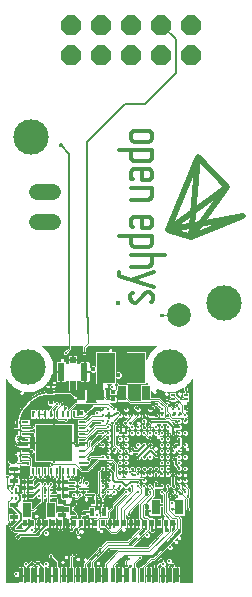
<source format=gtl>
G75*
%MOIN*%
%OFA0B0*%
%FSLAX25Y25*%
%IPPOS*%
%LPD*%
%AMOC8*
5,1,8,0,0,1.08239X$1,22.5*
%
%ADD10R,0.01575X0.01181*%
%ADD11R,0.03150X0.01575*%
%ADD12R,0.01575X0.03150*%
%ADD13R,0.05906X0.09843*%
%ADD14R,0.00394X0.00394*%
%ADD15C,0.00394*%
%ADD16C,0.00200*%
%ADD17R,0.12205X0.12205*%
%ADD18R,0.00984X0.02362*%
%ADD19R,0.02362X0.00984*%
%ADD20R,0.01969X0.02756*%
%ADD21R,0.02362X0.05906*%
%ADD22R,0.01969X0.02362*%
%ADD23R,0.02362X0.01378*%
%ADD24C,0.00984*%
%ADD25R,0.01378X0.00787*%
%ADD26R,0.01181X0.04921*%
%ADD27R,0.01181X0.02362*%
%ADD28OC8,0.06600*%
%ADD29C,0.03543*%
%ADD30C,0.05400*%
%ADD31C,0.07874*%
%ADD32C,0.02165*%
%ADD33C,0.01417*%
%ADD34R,0.02756X0.05118*%
%ADD35R,0.01181X0.01575*%
%ADD36R,0.02756X0.03543*%
%ADD37C,0.01200*%
%ADD38C,0.01102*%
%ADD39C,0.00594*%
%ADD40C,0.00787*%
%ADD41C,0.11811*%
%ADD42C,0.00354*%
%ADD43C,0.00300*%
%ADD44C,0.00394*%
%ADD45C,0.01654*%
%ADD46C,0.00591*%
%ADD47C,0.00800*%
%ADD48C,0.01969*%
D10*
X0170441Y0097410D03*
X0170441Y0099772D03*
X0202607Y0108630D03*
X0202607Y0110993D03*
X0213945Y0072804D03*
X0213945Y0070441D03*
D11*
X0185756Y0070113D03*
X0185756Y0074313D03*
X0169575Y0073565D03*
X0169575Y0069365D03*
X0169654Y0081333D03*
X0169654Y0085533D03*
D12*
X0195507Y0071111D03*
X0199707Y0071111D03*
D13*
X0200166Y0119260D03*
X0210402Y0119260D03*
D14*
G36*
X0190636Y0072213D02*
X0190914Y0072491D01*
X0191192Y0072213D01*
X0190914Y0071935D01*
X0190636Y0072213D01*
G37*
D15*
X0189221Y0073512D03*
X0189221Y0070914D03*
X0192607Y0070914D03*
X0192607Y0073512D03*
D16*
X0192342Y0073186D02*
X0193414Y0073186D01*
X0193414Y0072988D02*
X0192540Y0072988D01*
X0192548Y0072981D02*
X0193414Y0072981D01*
X0193414Y0074004D01*
X0191800Y0074004D01*
X0191800Y0073729D01*
X0192548Y0072981D01*
X0192143Y0073385D02*
X0193414Y0073385D01*
X0193414Y0073583D02*
X0191945Y0073583D01*
X0191800Y0073782D02*
X0193414Y0073782D01*
X0193414Y0073980D02*
X0191800Y0073980D01*
X0191317Y0073385D02*
X0190510Y0073385D01*
X0190312Y0073186D02*
X0191516Y0073186D01*
X0191714Y0072988D02*
X0190113Y0072988D01*
X0189915Y0072789D02*
X0191913Y0072789D01*
X0192111Y0072591D02*
X0189716Y0072591D01*
X0189518Y0072392D02*
X0192310Y0072392D01*
X0192489Y0072213D02*
X0190914Y0070638D01*
X0189339Y0072213D01*
X0190914Y0073788D01*
X0192489Y0072213D01*
X0192470Y0072194D02*
X0189358Y0072194D01*
X0189556Y0071995D02*
X0192271Y0071995D01*
X0192073Y0071797D02*
X0189755Y0071797D01*
X0189953Y0071598D02*
X0191874Y0071598D01*
X0191676Y0071400D02*
X0190152Y0071400D01*
X0190350Y0071201D02*
X0191477Y0071201D01*
X0191279Y0071003D02*
X0190549Y0071003D01*
X0190747Y0070804D02*
X0191080Y0070804D01*
X0191194Y0070123D02*
X0191347Y0070148D01*
X0191499Y0070123D01*
X0191637Y0070053D01*
X0191746Y0069944D01*
X0191816Y0069806D01*
X0191841Y0069654D01*
X0191816Y0069501D01*
X0191746Y0069364D01*
X0191637Y0069255D01*
X0191499Y0069184D01*
X0191347Y0069160D01*
X0191194Y0069184D01*
X0191057Y0069255D01*
X0190947Y0069364D01*
X0190877Y0069501D01*
X0190853Y0069654D01*
X0190877Y0069806D01*
X0190947Y0069944D01*
X0191057Y0070053D01*
X0191194Y0070123D01*
X0191014Y0070010D02*
X0191680Y0070010D01*
X0191814Y0069812D02*
X0190880Y0069812D01*
X0190860Y0069613D02*
X0191834Y0069613D01*
X0191772Y0069415D02*
X0190921Y0069415D01*
X0191132Y0069216D02*
X0191562Y0069216D01*
X0191800Y0070422D02*
X0191800Y0070697D01*
X0192548Y0071445D01*
X0193414Y0071445D01*
X0193414Y0070422D01*
X0191800Y0070422D01*
X0191800Y0070606D02*
X0193414Y0070606D01*
X0193414Y0070804D02*
X0191907Y0070804D01*
X0192105Y0071003D02*
X0193414Y0071003D01*
X0193414Y0071201D02*
X0192304Y0071201D01*
X0192502Y0071400D02*
X0193414Y0071400D01*
X0191119Y0073583D02*
X0190709Y0073583D01*
X0190907Y0073782D02*
X0190920Y0073782D01*
X0190028Y0073782D02*
X0188414Y0073782D01*
X0188414Y0073980D02*
X0190028Y0073980D01*
X0190028Y0074004D02*
X0190028Y0073729D01*
X0189280Y0072981D01*
X0188414Y0072981D01*
X0188414Y0074004D01*
X0190028Y0074004D01*
X0189883Y0073583D02*
X0188414Y0073583D01*
X0188414Y0073385D02*
X0189684Y0073385D01*
X0189486Y0073186D02*
X0188414Y0073186D01*
X0188414Y0072988D02*
X0189287Y0072988D01*
X0189280Y0071445D02*
X0188414Y0071445D01*
X0188414Y0070422D01*
X0190028Y0070422D01*
X0190028Y0070697D01*
X0189280Y0071445D01*
X0189325Y0071400D02*
X0188414Y0071400D01*
X0188414Y0071201D02*
X0189524Y0071201D01*
X0189722Y0071003D02*
X0188414Y0071003D01*
X0188414Y0070804D02*
X0189921Y0070804D01*
X0190028Y0070606D02*
X0188414Y0070606D01*
X0187523Y0066966D02*
X0187661Y0066896D01*
X0187770Y0066787D01*
X0187840Y0066649D01*
X0187864Y0066496D01*
X0187840Y0066344D01*
X0187770Y0066206D01*
X0187661Y0066097D01*
X0187523Y0066027D01*
X0187370Y0066003D01*
X0187218Y0066027D01*
X0187080Y0066097D01*
X0186971Y0066206D01*
X0186901Y0066344D01*
X0186877Y0066496D01*
X0186901Y0066649D01*
X0186971Y0066787D01*
X0187080Y0066896D01*
X0187218Y0066966D01*
X0187370Y0066990D01*
X0187523Y0066966D01*
X0187722Y0066834D02*
X0187018Y0066834D01*
X0186899Y0066636D02*
X0187842Y0066636D01*
X0187855Y0066437D02*
X0186886Y0066437D01*
X0186955Y0066239D02*
X0187786Y0066239D01*
X0187549Y0066040D02*
X0187192Y0066040D01*
X0188430Y0065425D02*
X0188482Y0065514D01*
X0188561Y0065580D01*
X0188658Y0065616D01*
X0188761Y0065616D01*
X0188857Y0065580D01*
X0188936Y0065514D01*
X0188988Y0065425D01*
X0189006Y0065323D01*
X0188988Y0065222D01*
X0188936Y0065132D01*
X0188857Y0065066D01*
X0188761Y0065031D01*
X0188658Y0065031D01*
X0188561Y0065066D01*
X0188482Y0065132D01*
X0188430Y0065222D01*
X0188412Y0065323D01*
X0188430Y0065425D01*
X0188441Y0065444D02*
X0188977Y0065444D01*
X0188992Y0065246D02*
X0188426Y0065246D01*
X0188612Y0065047D02*
X0188806Y0065047D01*
X0190545Y0064499D02*
X0190597Y0064588D01*
X0190676Y0064654D01*
X0190773Y0064690D01*
X0190876Y0064690D01*
X0190973Y0064654D01*
X0191052Y0064588D01*
X0191103Y0064499D01*
X0191121Y0064397D01*
X0191103Y0064296D01*
X0191052Y0064206D01*
X0190973Y0064140D01*
X0190876Y0064105D01*
X0190773Y0064105D01*
X0190676Y0064140D01*
X0190597Y0064206D01*
X0190545Y0064296D01*
X0190527Y0064397D01*
X0190545Y0064499D01*
X0190537Y0064452D02*
X0191111Y0064452D01*
X0191079Y0064253D02*
X0190570Y0064253D01*
X0190671Y0064650D02*
X0190977Y0064650D01*
X0185305Y0065126D02*
X0185287Y0065025D01*
X0185236Y0064936D01*
X0185157Y0064869D01*
X0185060Y0064834D01*
X0184957Y0064834D01*
X0184860Y0064869D01*
X0184781Y0064936D01*
X0184729Y0065025D01*
X0184711Y0065126D01*
X0184729Y0065228D01*
X0184781Y0065317D01*
X0184860Y0065383D01*
X0184957Y0065419D01*
X0185060Y0065419D01*
X0185157Y0065383D01*
X0185236Y0065317D01*
X0185287Y0065228D01*
X0185305Y0065126D01*
X0185291Y0065047D02*
X0184725Y0065047D01*
X0184740Y0065246D02*
X0185277Y0065246D01*
X0185101Y0064849D02*
X0184916Y0064849D01*
X0178022Y0063945D02*
X0177997Y0063793D01*
X0177927Y0063655D01*
X0177818Y0063546D01*
X0177681Y0063476D01*
X0177528Y0063452D01*
X0177375Y0063476D01*
X0177238Y0063546D01*
X0177129Y0063655D01*
X0177058Y0063793D01*
X0177034Y0063945D01*
X0177058Y0064098D01*
X0177129Y0064235D01*
X0177238Y0064345D01*
X0177375Y0064415D01*
X0177528Y0064439D01*
X0177681Y0064415D01*
X0177818Y0064345D01*
X0177927Y0064235D01*
X0177997Y0064098D01*
X0178022Y0063945D01*
X0177997Y0063793D01*
X0177927Y0063655D01*
X0177818Y0063546D01*
X0177681Y0063476D01*
X0177528Y0063452D01*
X0177375Y0063476D01*
X0177238Y0063546D01*
X0177129Y0063655D01*
X0177058Y0063793D01*
X0177034Y0063945D01*
X0177058Y0064098D01*
X0177129Y0064235D01*
X0177238Y0064345D01*
X0177375Y0064415D01*
X0177528Y0064439D01*
X0177681Y0064415D01*
X0177818Y0064345D01*
X0177927Y0064235D01*
X0177997Y0064098D01*
X0178022Y0063945D01*
X0178008Y0063856D02*
X0177048Y0063856D01*
X0178008Y0063856D01*
X0178004Y0064055D02*
X0177052Y0064055D01*
X0178004Y0064055D01*
X0177909Y0064253D02*
X0177146Y0064253D01*
X0177909Y0064253D01*
X0177929Y0063658D02*
X0177127Y0063658D01*
X0177929Y0063658D01*
X0177577Y0063459D02*
X0177479Y0063459D01*
X0177577Y0063459D01*
X0171345Y0062977D02*
X0171321Y0062825D01*
X0171251Y0062687D01*
X0171141Y0062578D01*
X0171004Y0062508D01*
X0170851Y0062484D01*
X0170699Y0062508D01*
X0170561Y0062578D01*
X0170452Y0062687D01*
X0170382Y0062825D01*
X0170358Y0062977D01*
X0170382Y0063130D01*
X0170452Y0063267D01*
X0170561Y0063377D01*
X0170699Y0063447D01*
X0170851Y0063471D01*
X0171004Y0063447D01*
X0171141Y0063377D01*
X0171251Y0063267D01*
X0171321Y0063130D01*
X0171345Y0062977D01*
X0171332Y0063062D02*
X0170371Y0063062D01*
X0170376Y0062864D02*
X0171327Y0062864D01*
X0171229Y0062665D02*
X0170474Y0062665D01*
X0170448Y0063261D02*
X0171254Y0063261D01*
X0170925Y0063459D02*
X0170778Y0063459D01*
X0169472Y0065318D02*
X0169334Y0065247D01*
X0169181Y0065223D01*
X0169029Y0065247D01*
X0168891Y0065318D01*
X0168782Y0065427D01*
X0168712Y0065564D01*
X0168688Y0065717D01*
X0168712Y0065869D01*
X0168782Y0066007D01*
X0168891Y0066116D01*
X0169029Y0066186D01*
X0169181Y0066211D01*
X0169334Y0066186D01*
X0169472Y0066116D01*
X0169581Y0066007D01*
X0169651Y0065869D01*
X0169675Y0065717D01*
X0169651Y0065564D01*
X0169581Y0065427D01*
X0169472Y0065318D01*
X0169334Y0065247D01*
X0169181Y0065223D01*
X0169029Y0065247D01*
X0168891Y0065318D01*
X0168782Y0065427D01*
X0168712Y0065564D01*
X0168688Y0065717D01*
X0168712Y0065869D01*
X0168782Y0066007D01*
X0168891Y0066116D01*
X0169029Y0066186D01*
X0169181Y0066211D01*
X0169334Y0066186D01*
X0169472Y0066116D01*
X0169581Y0066007D01*
X0169651Y0065869D01*
X0169675Y0065717D01*
X0169651Y0065564D01*
X0169581Y0065427D01*
X0169472Y0065318D01*
X0169325Y0065246D02*
X0169038Y0065246D01*
X0169325Y0065246D01*
X0169590Y0065444D02*
X0168773Y0065444D01*
X0169590Y0065444D01*
X0169663Y0065643D02*
X0168700Y0065643D01*
X0169663Y0065643D01*
X0169655Y0065841D02*
X0168708Y0065841D01*
X0169655Y0065841D01*
X0169548Y0066040D02*
X0168815Y0066040D01*
X0169548Y0066040D01*
X0168195Y0066920D02*
X0168116Y0066854D01*
X0168019Y0066819D01*
X0167916Y0066819D01*
X0167819Y0066854D01*
X0167740Y0066920D01*
X0167688Y0067010D01*
X0167671Y0067111D01*
X0167688Y0067213D01*
X0167740Y0067302D01*
X0167819Y0067368D01*
X0167916Y0067404D01*
X0168019Y0067404D01*
X0168116Y0067368D01*
X0168195Y0067302D01*
X0168246Y0067213D01*
X0168264Y0067111D01*
X0168246Y0067010D01*
X0168195Y0066920D01*
X0168250Y0067033D02*
X0167684Y0067033D01*
X0167699Y0067231D02*
X0168236Y0067231D01*
X0168061Y0066834D02*
X0167874Y0066834D01*
X0181572Y0056754D02*
X0181651Y0056820D01*
X0181748Y0056856D01*
X0181851Y0056856D01*
X0181948Y0056820D01*
X0182027Y0056754D01*
X0182079Y0056665D01*
X0182096Y0056563D01*
X0182079Y0056462D01*
X0182027Y0056373D01*
X0181948Y0056306D01*
X0181851Y0056271D01*
X0181748Y0056271D01*
X0181651Y0056306D01*
X0181572Y0056373D01*
X0181521Y0056462D01*
X0181503Y0056563D01*
X0181521Y0056665D01*
X0181572Y0056754D01*
X0181547Y0056710D02*
X0182053Y0056710D01*
X0182087Y0056511D02*
X0181512Y0056511D01*
X0181643Y0056313D02*
X0181956Y0056313D01*
X0177997Y0054255D02*
X0178022Y0054103D01*
X0177997Y0053950D01*
X0177927Y0053813D01*
X0177818Y0053703D01*
X0177681Y0053633D01*
X0177528Y0053609D01*
X0177375Y0053633D01*
X0177238Y0053703D01*
X0177129Y0053813D01*
X0177058Y0053950D01*
X0177034Y0054103D01*
X0177058Y0054255D01*
X0177129Y0054393D01*
X0177238Y0054502D01*
X0177375Y0054572D01*
X0177528Y0054596D01*
X0177681Y0054572D01*
X0177818Y0054502D01*
X0177927Y0054393D01*
X0177997Y0054255D01*
X0177961Y0054328D02*
X0177095Y0054328D01*
X0177038Y0054129D02*
X0178017Y0054129D01*
X0177988Y0053931D02*
X0177068Y0053931D01*
X0177209Y0053732D02*
X0177847Y0053732D01*
X0177771Y0054526D02*
X0177285Y0054526D01*
X0175937Y0054084D02*
X0175961Y0053932D01*
X0175937Y0053779D01*
X0175867Y0053642D01*
X0175757Y0053532D01*
X0175620Y0053462D01*
X0175467Y0053438D01*
X0175315Y0053462D01*
X0175177Y0053532D01*
X0175068Y0053642D01*
X0174998Y0053779D01*
X0174974Y0053932D01*
X0174998Y0054084D01*
X0175068Y0054222D01*
X0175177Y0054331D01*
X0175315Y0054401D01*
X0175467Y0054426D01*
X0175620Y0054401D01*
X0175757Y0054331D01*
X0175867Y0054222D01*
X0175937Y0054084D01*
X0175914Y0054129D02*
X0175021Y0054129D01*
X0174974Y0053931D02*
X0175961Y0053931D01*
X0175913Y0053732D02*
X0175022Y0053732D01*
X0175176Y0053534D02*
X0175759Y0053534D01*
X0175761Y0054328D02*
X0175174Y0054328D01*
X0189414Y0056993D02*
X0189466Y0056904D01*
X0189545Y0056838D01*
X0189642Y0056803D01*
X0189745Y0056803D01*
X0189842Y0056838D01*
X0189921Y0056904D01*
X0189972Y0056993D01*
X0189990Y0057095D01*
X0189972Y0057196D01*
X0189921Y0057286D01*
X0189842Y0057352D01*
X0189745Y0057387D01*
X0189642Y0057387D01*
X0189545Y0057352D01*
X0189466Y0057286D01*
X0189414Y0057196D01*
X0189396Y0057095D01*
X0189414Y0056993D01*
X0189463Y0056908D02*
X0189923Y0056908D01*
X0189988Y0057107D02*
X0189399Y0057107D01*
X0189490Y0057306D02*
X0189897Y0057306D01*
X0197921Y0058726D02*
X0197973Y0058636D01*
X0198052Y0058570D01*
X0198148Y0058535D01*
X0198252Y0058535D01*
X0198348Y0058570D01*
X0198427Y0058636D01*
X0198479Y0058726D01*
X0198497Y0058827D01*
X0198479Y0058929D01*
X0198427Y0059018D01*
X0198348Y0059084D01*
X0198252Y0059120D01*
X0198148Y0059120D01*
X0198052Y0059084D01*
X0197973Y0059018D01*
X0197921Y0058929D01*
X0197903Y0058827D01*
X0197921Y0058726D01*
X0197939Y0058695D02*
X0198461Y0058695D01*
X0198485Y0058894D02*
X0197915Y0058894D01*
X0198073Y0059092D02*
X0198327Y0059092D01*
X0200737Y0058727D02*
X0200755Y0058829D01*
X0200806Y0058918D01*
X0200885Y0058984D01*
X0200982Y0059020D01*
X0201085Y0059020D01*
X0201182Y0058984D01*
X0201261Y0058918D01*
X0201312Y0058829D01*
X0201330Y0058727D01*
X0201312Y0058626D01*
X0201261Y0058536D01*
X0201182Y0058470D01*
X0201085Y0058435D01*
X0200982Y0058435D01*
X0200885Y0058470D01*
X0200806Y0058536D01*
X0200755Y0058626D01*
X0200737Y0058727D01*
X0200742Y0058695D02*
X0201325Y0058695D01*
X0201275Y0058894D02*
X0200792Y0058894D01*
X0200853Y0058497D02*
X0201213Y0058497D01*
X0207485Y0055700D02*
X0207467Y0055599D01*
X0207485Y0055497D01*
X0207537Y0055408D01*
X0207616Y0055342D01*
X0207713Y0055306D01*
X0207816Y0055306D01*
X0207913Y0055342D01*
X0207992Y0055408D01*
X0208043Y0055497D01*
X0208061Y0055599D01*
X0208043Y0055700D01*
X0207992Y0055790D01*
X0207913Y0055856D01*
X0207816Y0055891D01*
X0207713Y0055891D01*
X0207616Y0055856D01*
X0207537Y0055790D01*
X0207485Y0055700D01*
X0207495Y0055717D02*
X0208033Y0055717D01*
X0208047Y0055519D02*
X0207481Y0055519D01*
X0207674Y0055320D02*
X0207854Y0055320D01*
X0208224Y0053450D02*
X0208328Y0053450D01*
X0208424Y0053415D01*
X0208503Y0053349D01*
X0208555Y0053259D01*
X0208573Y0053158D01*
X0208555Y0053056D01*
X0208503Y0052967D01*
X0208424Y0052901D01*
X0208328Y0052866D01*
X0208224Y0052866D01*
X0208128Y0052901D01*
X0208049Y0052967D01*
X0207997Y0053056D01*
X0207979Y0053158D01*
X0207997Y0053259D01*
X0208049Y0053349D01*
X0208128Y0053415D01*
X0208224Y0053450D01*
X0208041Y0053335D02*
X0208511Y0053335D01*
X0208569Y0053137D02*
X0207983Y0053137D01*
X0208083Y0052938D02*
X0208469Y0052938D01*
X0207256Y0053137D02*
X0206698Y0053137D01*
X0206698Y0053135D02*
X0206749Y0053046D01*
X0206828Y0052980D01*
X0206925Y0052944D01*
X0207028Y0052944D01*
X0207125Y0052980D01*
X0207204Y0053046D01*
X0207256Y0053135D01*
X0207274Y0053237D01*
X0207256Y0053338D01*
X0207204Y0053427D01*
X0207125Y0053494D01*
X0207028Y0053529D01*
X0206925Y0053529D01*
X0206828Y0053494D01*
X0206749Y0053427D01*
X0206698Y0053338D01*
X0206680Y0053237D01*
X0206698Y0053135D01*
X0206697Y0053335D02*
X0207256Y0053335D01*
X0211238Y0055723D02*
X0211186Y0055812D01*
X0211168Y0055914D01*
X0211186Y0056015D01*
X0211238Y0056105D01*
X0211317Y0056171D01*
X0211413Y0056206D01*
X0211517Y0056206D01*
X0211613Y0056171D01*
X0211692Y0056105D01*
X0211744Y0056015D01*
X0211762Y0055914D01*
X0211744Y0055812D01*
X0211692Y0055723D01*
X0211613Y0055657D01*
X0211517Y0055621D01*
X0211413Y0055621D01*
X0211317Y0055657D01*
X0211238Y0055723D01*
X0211244Y0055717D02*
X0211686Y0055717D01*
X0211761Y0055916D02*
X0211168Y0055916D01*
X0211249Y0056114D02*
X0211681Y0056114D01*
X0218043Y0055121D02*
X0218113Y0055259D01*
X0218222Y0055368D01*
X0218360Y0055438D01*
X0218512Y0055463D01*
X0218665Y0055438D01*
X0218802Y0055368D01*
X0218912Y0055259D01*
X0218982Y0055121D01*
X0219006Y0054969D01*
X0218982Y0054816D01*
X0218912Y0054679D01*
X0218802Y0054569D01*
X0218665Y0054499D01*
X0218512Y0054475D01*
X0218360Y0054499D01*
X0218222Y0054569D01*
X0218113Y0054679D01*
X0218043Y0054816D01*
X0218019Y0054969D01*
X0218043Y0055121D01*
X0218043Y0055122D02*
X0218982Y0055122D01*
X0218999Y0054923D02*
X0218026Y0054923D01*
X0218089Y0054725D02*
X0218935Y0054725D01*
X0218718Y0054526D02*
X0218307Y0054526D01*
X0218174Y0055320D02*
X0218850Y0055320D01*
X0221802Y0053724D02*
X0221732Y0053586D01*
X0221707Y0053433D01*
X0221732Y0053281D01*
X0221802Y0053143D01*
X0221911Y0053034D01*
X0222049Y0052964D01*
X0222201Y0052940D01*
X0222354Y0052964D01*
X0222491Y0053034D01*
X0222601Y0053143D01*
X0222671Y0053281D01*
X0222695Y0053433D01*
X0222671Y0053586D01*
X0222601Y0053724D01*
X0222491Y0053833D01*
X0222354Y0053903D01*
X0222201Y0053927D01*
X0222049Y0053903D01*
X0221911Y0053833D01*
X0221802Y0053724D01*
X0221810Y0053732D02*
X0222592Y0053732D01*
X0222679Y0053534D02*
X0221723Y0053534D01*
X0221723Y0053335D02*
X0222679Y0053335D01*
X0222594Y0053137D02*
X0221808Y0053137D01*
X0220441Y0064711D02*
X0220289Y0064736D01*
X0220151Y0064806D01*
X0220042Y0064915D01*
X0219972Y0065053D01*
X0219948Y0065205D01*
X0219972Y0065358D01*
X0220042Y0065495D01*
X0220151Y0065605D01*
X0220289Y0065675D01*
X0220441Y0065699D01*
X0220594Y0065675D01*
X0220732Y0065605D01*
X0220841Y0065495D01*
X0220911Y0065358D01*
X0220935Y0065205D01*
X0220911Y0065053D01*
X0220841Y0064915D01*
X0220732Y0064806D01*
X0220594Y0064736D01*
X0220441Y0064711D01*
X0220108Y0064849D02*
X0220775Y0064849D01*
X0220908Y0065047D02*
X0219974Y0065047D01*
X0219954Y0065246D02*
X0220929Y0065246D01*
X0220867Y0065444D02*
X0220016Y0065444D01*
X0220227Y0065643D02*
X0220656Y0065643D01*
X0219302Y0068788D02*
X0219205Y0068753D01*
X0219102Y0068753D01*
X0219006Y0068788D01*
X0218927Y0068854D01*
X0218875Y0068943D01*
X0218857Y0069045D01*
X0218875Y0069146D01*
X0218927Y0069236D01*
X0219006Y0069302D01*
X0219102Y0069337D01*
X0219205Y0069337D01*
X0219302Y0069302D01*
X0219381Y0069236D01*
X0219433Y0069146D01*
X0219451Y0069045D01*
X0219433Y0068943D01*
X0219381Y0068854D01*
X0219302Y0068788D01*
X0219340Y0068819D02*
X0218968Y0068819D01*
X0218862Y0069018D02*
X0219446Y0069018D01*
X0219393Y0069216D02*
X0218915Y0069216D01*
X0216600Y0069444D02*
X0216583Y0069342D01*
X0216531Y0069253D01*
X0216452Y0069187D01*
X0216355Y0069151D01*
X0216252Y0069151D01*
X0216155Y0069187D01*
X0216076Y0069253D01*
X0216025Y0069342D01*
X0216007Y0069444D01*
X0216025Y0069545D01*
X0216076Y0069635D01*
X0216155Y0069701D01*
X0216252Y0069736D01*
X0216355Y0069736D01*
X0216452Y0069701D01*
X0216531Y0069635D01*
X0216583Y0069545D01*
X0216600Y0069444D01*
X0216595Y0069415D02*
X0216012Y0069415D01*
X0216064Y0069613D02*
X0216543Y0069613D01*
X0216487Y0069216D02*
X0216120Y0069216D01*
X0215717Y0065620D02*
X0215869Y0065596D01*
X0216007Y0065526D01*
X0216116Y0065417D01*
X0216186Y0065279D01*
X0216211Y0065126D01*
X0216186Y0064974D01*
X0216116Y0064836D01*
X0216007Y0064727D01*
X0215869Y0064657D01*
X0215717Y0064633D01*
X0215564Y0064657D01*
X0215427Y0064727D01*
X0215318Y0064836D01*
X0215247Y0064974D01*
X0215223Y0065126D01*
X0215247Y0065279D01*
X0215318Y0065417D01*
X0215427Y0065526D01*
X0215564Y0065596D01*
X0215717Y0065620D01*
X0216088Y0065444D02*
X0215345Y0065444D01*
X0215242Y0065246D02*
X0216192Y0065246D01*
X0216198Y0065047D02*
X0215236Y0065047D01*
X0215311Y0064849D02*
X0216123Y0064849D01*
X0215829Y0064650D02*
X0215605Y0064650D01*
X0208138Y0070183D02*
X0208059Y0070117D01*
X0207962Y0070082D01*
X0207859Y0070082D01*
X0207762Y0070117D01*
X0207683Y0070183D01*
X0207631Y0070272D01*
X0207613Y0070374D01*
X0207631Y0070476D01*
X0207683Y0070565D01*
X0207762Y0070631D01*
X0207859Y0070666D01*
X0207962Y0070666D01*
X0208059Y0070631D01*
X0208138Y0070565D01*
X0208189Y0070476D01*
X0208207Y0070374D01*
X0208189Y0070272D01*
X0208138Y0070183D01*
X0208152Y0070209D02*
X0207668Y0070209D01*
X0207619Y0070407D02*
X0208201Y0070407D01*
X0208089Y0070606D02*
X0207732Y0070606D01*
X0213706Y0073056D02*
X0213757Y0072967D01*
X0213836Y0072901D01*
X0213933Y0072866D01*
X0214036Y0072866D01*
X0214133Y0072901D01*
X0214212Y0072967D01*
X0214264Y0073056D01*
X0214281Y0073158D01*
X0214264Y0073259D01*
X0214212Y0073349D01*
X0214133Y0073415D01*
X0214036Y0073450D01*
X0213933Y0073450D01*
X0213836Y0073415D01*
X0213757Y0073349D01*
X0213706Y0073259D01*
X0213688Y0073158D01*
X0213706Y0073056D01*
X0213745Y0072988D02*
X0214224Y0072988D01*
X0214276Y0073186D02*
X0213693Y0073186D01*
X0213800Y0073385D02*
X0214169Y0073385D01*
X0218373Y0073591D02*
X0218391Y0073692D01*
X0218442Y0073782D01*
X0218521Y0073848D01*
X0218618Y0073883D01*
X0218721Y0073883D01*
X0218818Y0073848D01*
X0218897Y0073782D01*
X0218443Y0073782D01*
X0218373Y0073591D02*
X0218391Y0073489D01*
X0218442Y0073400D01*
X0218521Y0073334D01*
X0218618Y0073299D01*
X0218721Y0073299D01*
X0218818Y0073334D01*
X0218897Y0073400D01*
X0218949Y0073489D01*
X0218967Y0073591D01*
X0218949Y0073692D01*
X0218897Y0073782D01*
X0218965Y0073583D02*
X0218374Y0073583D01*
X0218460Y0073385D02*
X0218879Y0073385D01*
X0222073Y0072315D02*
X0222124Y0072404D01*
X0222203Y0072470D01*
X0222300Y0072505D01*
X0222403Y0072505D01*
X0222500Y0072470D01*
X0222579Y0072404D01*
X0222631Y0072315D01*
X0222648Y0072213D01*
X0222631Y0072111D01*
X0222579Y0072022D01*
X0222500Y0071956D01*
X0222403Y0071921D01*
X0222300Y0071921D01*
X0222203Y0071956D01*
X0222124Y0072022D01*
X0222073Y0072111D01*
X0222055Y0072213D01*
X0222073Y0072315D01*
X0222118Y0072392D02*
X0222586Y0072392D01*
X0222645Y0072194D02*
X0222058Y0072194D01*
X0222156Y0071995D02*
X0222547Y0071995D01*
X0227231Y0072213D02*
X0227249Y0072315D01*
X0227301Y0072404D01*
X0227380Y0072470D01*
X0227476Y0072505D01*
X0227580Y0072505D01*
X0227676Y0072470D01*
X0227755Y0072404D01*
X0227807Y0072315D01*
X0227825Y0072213D01*
X0227807Y0072111D01*
X0227755Y0072022D01*
X0227676Y0071956D01*
X0227580Y0071921D01*
X0227476Y0071921D01*
X0227380Y0071956D01*
X0227301Y0072022D01*
X0227249Y0072111D01*
X0227231Y0072213D01*
X0227234Y0072194D02*
X0227821Y0072194D01*
X0227762Y0072392D02*
X0227294Y0072392D01*
X0227333Y0071995D02*
X0227723Y0071995D01*
X0227580Y0076251D02*
X0227476Y0076251D01*
X0227380Y0076287D01*
X0227301Y0076353D01*
X0227249Y0076442D01*
X0227231Y0076544D01*
X0227249Y0076645D01*
X0227301Y0076735D01*
X0227380Y0076801D01*
X0227476Y0076836D01*
X0227580Y0076836D01*
X0227676Y0076801D01*
X0227755Y0076735D01*
X0227807Y0076645D01*
X0227825Y0076544D01*
X0227807Y0076442D01*
X0227755Y0076353D01*
X0227676Y0076287D01*
X0227580Y0076251D01*
X0227761Y0076363D02*
X0227295Y0076363D01*
X0227234Y0076561D02*
X0227822Y0076561D01*
X0227725Y0076760D02*
X0227330Y0076760D01*
X0225208Y0077269D02*
X0225157Y0077180D01*
X0225078Y0077113D01*
X0224981Y0077078D01*
X0224878Y0077078D01*
X0224781Y0077113D01*
X0224702Y0077180D01*
X0224651Y0077269D01*
X0224633Y0077370D01*
X0224651Y0077472D01*
X0224702Y0077561D01*
X0224781Y0077628D01*
X0224878Y0077663D01*
X0224981Y0077663D01*
X0225078Y0077628D01*
X0225157Y0077561D01*
X0225208Y0077472D01*
X0225226Y0077370D01*
X0225208Y0077269D01*
X0225224Y0077355D02*
X0224635Y0077355D01*
X0224698Y0077554D02*
X0225161Y0077554D01*
X0225130Y0077157D02*
X0224730Y0077157D01*
X0224067Y0076695D02*
X0224119Y0076606D01*
X0224137Y0076504D01*
X0224119Y0076403D01*
X0224067Y0076314D01*
X0223988Y0076247D01*
X0223891Y0076212D01*
X0223788Y0076212D01*
X0223691Y0076247D01*
X0223612Y0076314D01*
X0223561Y0076403D01*
X0223543Y0076504D01*
X0223561Y0076606D01*
X0223612Y0076695D01*
X0223691Y0076761D01*
X0223788Y0076797D01*
X0223891Y0076797D01*
X0223988Y0076761D01*
X0224067Y0076695D01*
X0223990Y0076760D02*
X0223689Y0076760D01*
X0223553Y0076561D02*
X0224127Y0076561D01*
X0224096Y0076363D02*
X0223584Y0076363D01*
X0221526Y0076419D02*
X0221508Y0076317D01*
X0221456Y0076228D01*
X0221377Y0076161D01*
X0221280Y0076126D01*
X0221177Y0076126D01*
X0221080Y0076161D01*
X0221001Y0076228D01*
X0220950Y0076317D01*
X0220932Y0076419D01*
X0220950Y0076520D01*
X0221001Y0076609D01*
X0221080Y0076676D01*
X0221177Y0076711D01*
X0221280Y0076711D01*
X0221377Y0076676D01*
X0221456Y0076609D01*
X0221508Y0076520D01*
X0221526Y0076419D01*
X0221516Y0076363D02*
X0220942Y0076363D01*
X0220973Y0076561D02*
X0221484Y0076561D01*
X0221380Y0076164D02*
X0221077Y0076164D01*
X0222655Y0079574D02*
X0222576Y0079640D01*
X0222525Y0079730D01*
X0222507Y0079831D01*
X0222525Y0079933D01*
X0222576Y0080022D01*
X0222655Y0080088D01*
X0222752Y0080123D01*
X0222855Y0080123D01*
X0222952Y0080088D01*
X0223031Y0080022D01*
X0223082Y0079933D01*
X0223100Y0079831D01*
X0223082Y0079730D01*
X0223031Y0079640D01*
X0222952Y0079574D01*
X0222855Y0079539D01*
X0222752Y0079539D01*
X0222855Y0079539D01*
X0222752Y0079539D02*
X0222655Y0079574D01*
X0222523Y0079737D02*
X0223084Y0079737D01*
X0223081Y0079936D02*
X0222526Y0079936D01*
X0222521Y0082979D02*
X0222368Y0083003D01*
X0222231Y0083073D01*
X0222121Y0083183D01*
X0222051Y0083320D01*
X0222027Y0083473D01*
X0222051Y0083625D01*
X0222121Y0083763D01*
X0222231Y0083872D01*
X0222368Y0083942D01*
X0222521Y0083967D01*
X0222673Y0083942D01*
X0222811Y0083872D01*
X0222920Y0083763D01*
X0222990Y0083625D01*
X0223015Y0083473D01*
X0222990Y0083320D01*
X0222920Y0083183D01*
X0222811Y0083073D01*
X0222673Y0083003D01*
X0222521Y0082979D01*
X0222192Y0083112D02*
X0222850Y0083112D01*
X0222985Y0083310D02*
X0222056Y0083310D01*
X0222033Y0083509D02*
X0223009Y0083509D01*
X0222949Y0083708D02*
X0222093Y0083708D01*
X0222297Y0083906D02*
X0222745Y0083906D01*
X0218888Y0084103D02*
X0218870Y0084001D01*
X0218818Y0083912D01*
X0218739Y0083846D01*
X0218642Y0083810D01*
X0218539Y0083810D01*
X0218443Y0083846D01*
X0218364Y0083912D01*
X0218312Y0084001D01*
X0218294Y0084103D01*
X0218312Y0084204D01*
X0218364Y0084294D01*
X0218443Y0084360D01*
X0218539Y0084395D01*
X0218642Y0084395D01*
X0218739Y0084360D01*
X0218818Y0084294D01*
X0218870Y0084204D01*
X0218888Y0084103D01*
X0218887Y0084105D02*
X0218294Y0084105D01*
X0218371Y0083906D02*
X0218811Y0083906D01*
X0218807Y0084303D02*
X0218375Y0084303D01*
X0217125Y0085329D02*
X0217046Y0085263D01*
X0216950Y0085228D01*
X0216846Y0085228D01*
X0216750Y0085263D01*
X0216671Y0085329D01*
X0216619Y0085419D01*
X0216601Y0085520D01*
X0216619Y0085622D01*
X0216671Y0085711D01*
X0216750Y0085777D01*
X0216846Y0085812D01*
X0216950Y0085812D01*
X0217046Y0085777D01*
X0217125Y0085711D01*
X0217177Y0085622D01*
X0217195Y0085520D01*
X0217177Y0085419D01*
X0217125Y0085329D01*
X0217085Y0085296D02*
X0216711Y0085296D01*
X0216606Y0085494D02*
X0217190Y0085494D01*
X0217136Y0085693D02*
X0216660Y0085693D01*
X0215226Y0085520D02*
X0215208Y0085419D01*
X0215157Y0085329D01*
X0215078Y0085263D01*
X0214981Y0085228D01*
X0214878Y0085228D01*
X0214781Y0085263D01*
X0214702Y0085329D01*
X0214651Y0085419D01*
X0214633Y0085520D01*
X0214651Y0085622D01*
X0214702Y0085711D01*
X0214781Y0085777D01*
X0214878Y0085812D01*
X0214981Y0085812D01*
X0215078Y0085777D01*
X0215157Y0085711D01*
X0215208Y0085622D01*
X0215226Y0085520D01*
X0215222Y0085494D02*
X0214637Y0085494D01*
X0214692Y0085693D02*
X0215167Y0085693D01*
X0215117Y0085296D02*
X0214742Y0085296D01*
X0213494Y0085402D02*
X0213476Y0085300D01*
X0213425Y0085211D01*
X0213346Y0085145D01*
X0213249Y0085110D01*
X0213146Y0085110D01*
X0213049Y0085145D01*
X0212970Y0085211D01*
X0212918Y0085300D01*
X0212900Y0085402D01*
X0212918Y0085503D01*
X0212970Y0085593D01*
X0213049Y0085659D01*
X0213146Y0085694D01*
X0213249Y0085694D01*
X0213346Y0085659D01*
X0213425Y0085593D01*
X0213476Y0085503D01*
X0213494Y0085402D01*
X0213478Y0085494D02*
X0212917Y0085494D01*
X0212921Y0085296D02*
X0213473Y0085296D01*
X0213253Y0085693D02*
X0213141Y0085693D01*
X0211289Y0085493D02*
X0211271Y0085391D01*
X0211220Y0085302D01*
X0211141Y0085235D01*
X0211044Y0085200D01*
X0210941Y0085200D01*
X0210844Y0085235D01*
X0210765Y0085302D01*
X0210714Y0085391D01*
X0210696Y0085493D01*
X0210714Y0085594D01*
X0210765Y0085683D01*
X0210844Y0085750D01*
X0210941Y0085785D01*
X0211044Y0085785D01*
X0211141Y0085750D01*
X0211220Y0085683D01*
X0211271Y0085594D01*
X0211289Y0085493D01*
X0211289Y0085494D02*
X0210696Y0085494D01*
X0210772Y0085296D02*
X0211213Y0085296D01*
X0211209Y0085693D02*
X0210776Y0085693D01*
X0209321Y0085520D02*
X0209303Y0085419D01*
X0209251Y0085329D01*
X0209172Y0085263D01*
X0209076Y0085228D01*
X0208972Y0085228D01*
X0208876Y0085263D01*
X0208797Y0085329D01*
X0208745Y0085419D01*
X0208727Y0085520D01*
X0208745Y0085622D01*
X0208797Y0085711D01*
X0208876Y0085777D01*
X0208972Y0085812D01*
X0209076Y0085812D01*
X0209172Y0085777D01*
X0209251Y0085711D01*
X0209303Y0085622D01*
X0209321Y0085520D01*
X0209316Y0085494D02*
X0208732Y0085494D01*
X0208786Y0085693D02*
X0209262Y0085693D01*
X0209211Y0085296D02*
X0208837Y0085296D01*
X0208425Y0084805D02*
X0208476Y0084716D01*
X0208494Y0084615D01*
X0208476Y0084513D01*
X0208425Y0084424D01*
X0208346Y0084357D01*
X0208249Y0084322D01*
X0208146Y0084322D01*
X0208049Y0084357D01*
X0207970Y0084424D01*
X0207918Y0084513D01*
X0207900Y0084615D01*
X0207918Y0084716D01*
X0207970Y0084805D01*
X0208049Y0084872D01*
X0208146Y0084907D01*
X0208249Y0084907D01*
X0208346Y0084872D01*
X0208425Y0084805D01*
X0208479Y0084700D02*
X0207915Y0084700D01*
X0207925Y0084502D02*
X0208470Y0084502D01*
X0208272Y0084899D02*
X0208123Y0084899D01*
X0209190Y0083821D02*
X0209269Y0083887D01*
X0209366Y0083923D01*
X0209469Y0083923D01*
X0209566Y0083887D01*
X0209645Y0083821D01*
X0209697Y0083732D01*
X0209715Y0083630D01*
X0209697Y0083529D01*
X0209645Y0083440D01*
X0209566Y0083373D01*
X0209469Y0083338D01*
X0209366Y0083338D01*
X0209269Y0083373D01*
X0209190Y0083440D01*
X0209139Y0083529D01*
X0209121Y0083630D01*
X0209139Y0083732D01*
X0209190Y0083821D01*
X0209134Y0083708D02*
X0209701Y0083708D01*
X0209685Y0083509D02*
X0209150Y0083509D01*
X0209320Y0083906D02*
X0209515Y0083906D01*
X0210536Y0081472D02*
X0210633Y0081508D01*
X0210736Y0081508D01*
X0210833Y0081472D01*
X0210912Y0081406D01*
X0210964Y0081317D01*
X0210981Y0081215D01*
X0210964Y0081114D01*
X0210912Y0081025D01*
X0210833Y0080958D01*
X0210736Y0080923D01*
X0210633Y0080923D01*
X0210536Y0080958D01*
X0210457Y0081025D01*
X0210406Y0081114D01*
X0210388Y0081215D01*
X0210406Y0081317D01*
X0210457Y0081406D01*
X0210536Y0081472D01*
X0210411Y0081325D02*
X0210959Y0081325D01*
X0210966Y0081127D02*
X0210403Y0081127D01*
X0210618Y0080928D02*
X0210751Y0080928D01*
X0216628Y0080796D02*
X0216646Y0080694D01*
X0216697Y0080605D01*
X0216776Y0080539D01*
X0216873Y0080503D01*
X0216976Y0080503D01*
X0217073Y0080539D01*
X0217152Y0080605D01*
X0217204Y0080694D01*
X0217222Y0080796D01*
X0217204Y0080897D01*
X0217152Y0080986D01*
X0217073Y0081053D01*
X0216976Y0081088D01*
X0216873Y0081088D01*
X0216776Y0081053D01*
X0216697Y0080986D01*
X0216646Y0080897D01*
X0216628Y0080796D01*
X0216640Y0080730D02*
X0217210Y0080730D01*
X0217186Y0080928D02*
X0216664Y0080928D01*
X0216796Y0080531D02*
X0217053Y0080531D01*
X0225499Y0080638D02*
X0225517Y0080740D01*
X0225568Y0080829D01*
X0225647Y0080895D01*
X0225744Y0080931D01*
X0225847Y0080931D01*
X0225944Y0080895D01*
X0226023Y0080829D01*
X0226075Y0080740D01*
X0226093Y0080638D01*
X0226075Y0080537D01*
X0226023Y0080447D01*
X0225944Y0080381D01*
X0225847Y0080346D01*
X0225744Y0080346D01*
X0225647Y0080381D01*
X0225568Y0080447D01*
X0225517Y0080537D01*
X0225499Y0080638D01*
X0225515Y0080730D02*
X0226076Y0080730D01*
X0226072Y0080531D02*
X0225520Y0080531D01*
X0225738Y0080928D02*
X0225853Y0080928D01*
X0223310Y0088318D02*
X0223158Y0088294D01*
X0223005Y0088318D01*
X0222868Y0088388D01*
X0222758Y0088498D01*
X0222688Y0088635D01*
X0222664Y0088788D01*
X0222688Y0088940D01*
X0222758Y0089078D01*
X0222868Y0089187D01*
X0223005Y0089257D01*
X0223158Y0089281D01*
X0223310Y0089257D01*
X0223448Y0089187D01*
X0223557Y0089078D01*
X0223627Y0088940D01*
X0223652Y0088788D01*
X0223627Y0088635D01*
X0223557Y0088498D01*
X0223448Y0088388D01*
X0223310Y0088318D01*
X0223531Y0088472D02*
X0222784Y0088472D01*
X0222683Y0088670D02*
X0223633Y0088670D01*
X0223639Y0088869D02*
X0222677Y0088869D01*
X0222753Y0089067D02*
X0223563Y0089067D01*
X0223257Y0089266D02*
X0223059Y0089266D01*
X0223144Y0092585D02*
X0222992Y0092610D01*
X0222854Y0092680D01*
X0222745Y0092789D01*
X0222675Y0092927D01*
X0222651Y0093079D01*
X0222675Y0093232D01*
X0222745Y0093369D01*
X0222854Y0093479D01*
X0222992Y0093549D01*
X0223144Y0093573D01*
X0223297Y0093549D01*
X0223435Y0093479D01*
X0223544Y0093369D01*
X0223614Y0093232D01*
X0223638Y0093079D01*
X0223614Y0092927D01*
X0223544Y0092789D01*
X0223435Y0092680D01*
X0223297Y0092610D01*
X0223144Y0092585D01*
X0222931Y0092641D02*
X0223358Y0092641D01*
X0223569Y0092839D02*
X0222720Y0092839D01*
X0222657Y0093038D02*
X0223632Y0093038D01*
X0223612Y0093236D02*
X0222677Y0093236D01*
X0222810Y0093435D02*
X0223479Y0093435D01*
X0222825Y0097177D02*
X0222672Y0097152D01*
X0222519Y0097177D01*
X0222382Y0097247D01*
X0222273Y0097356D01*
X0222203Y0097494D01*
X0222178Y0097646D01*
X0222203Y0097799D01*
X0222273Y0097936D01*
X0222382Y0098045D01*
X0222519Y0098116D01*
X0222672Y0098140D01*
X0222825Y0098116D01*
X0222962Y0098045D01*
X0223071Y0097936D01*
X0223142Y0097799D01*
X0223166Y0097646D01*
X0223142Y0097494D01*
X0223071Y0097356D01*
X0222962Y0097247D01*
X0222825Y0097177D01*
X0222883Y0097206D02*
X0222461Y0097206D01*
X0222248Y0097405D02*
X0223096Y0097405D01*
X0223159Y0097603D02*
X0222185Y0097603D01*
X0222204Y0097802D02*
X0223140Y0097802D01*
X0223007Y0098000D02*
X0222337Y0098000D01*
X0223431Y0101078D02*
X0223352Y0101145D01*
X0223301Y0101234D01*
X0223283Y0101335D01*
X0223301Y0101437D01*
X0223352Y0101526D01*
X0223431Y0101592D01*
X0223528Y0101628D01*
X0223631Y0101628D01*
X0223728Y0101592D01*
X0223807Y0101526D01*
X0223858Y0101437D01*
X0223876Y0101335D01*
X0223858Y0101234D01*
X0223807Y0101145D01*
X0223728Y0101078D01*
X0223631Y0101043D01*
X0223528Y0101043D01*
X0223431Y0101078D01*
X0223334Y0101177D02*
X0223825Y0101177D01*
X0223869Y0101375D02*
X0223290Y0101375D01*
X0223408Y0101574D02*
X0223750Y0101574D01*
X0225399Y0102052D02*
X0225450Y0101963D01*
X0225529Y0101897D01*
X0225626Y0101862D01*
X0225729Y0101862D01*
X0225826Y0101897D01*
X0225905Y0101963D01*
X0225957Y0102052D01*
X0225974Y0102154D01*
X0225957Y0102255D01*
X0225905Y0102345D01*
X0225826Y0102411D01*
X0225729Y0102446D01*
X0225626Y0102446D01*
X0225529Y0102411D01*
X0225450Y0102345D01*
X0225399Y0102255D01*
X0225381Y0102154D01*
X0225399Y0102052D01*
X0225446Y0101971D02*
X0225909Y0101971D01*
X0225972Y0102169D02*
X0225383Y0102169D01*
X0225477Y0102368D02*
X0225878Y0102368D01*
X0226619Y0102196D02*
X0226671Y0102286D01*
X0226750Y0102352D01*
X0226846Y0102387D01*
X0226950Y0102387D01*
X0227046Y0102352D01*
X0227125Y0102286D01*
X0227177Y0102196D01*
X0227195Y0102095D01*
X0227177Y0101993D01*
X0227125Y0101904D01*
X0227046Y0101838D01*
X0226950Y0101803D01*
X0226846Y0101803D01*
X0226750Y0101838D01*
X0226671Y0101904D01*
X0226619Y0101993D01*
X0226601Y0102095D01*
X0226619Y0102196D01*
X0226614Y0102169D02*
X0227182Y0102169D01*
X0227164Y0101971D02*
X0226632Y0101971D01*
X0226793Y0102368D02*
X0227004Y0102368D01*
X0225196Y0103873D02*
X0225117Y0103806D01*
X0225020Y0103771D01*
X0224917Y0103771D01*
X0224820Y0103806D01*
X0224741Y0103873D01*
X0224690Y0103962D01*
X0224672Y0104063D01*
X0224690Y0104165D01*
X0224741Y0104254D01*
X0224820Y0104320D01*
X0224917Y0104356D01*
X0225020Y0104356D01*
X0225117Y0104320D01*
X0225196Y0104254D01*
X0225248Y0104165D01*
X0225266Y0104063D01*
X0225248Y0103962D01*
X0225196Y0103873D01*
X0225244Y0103956D02*
X0224694Y0103956D01*
X0224688Y0104154D02*
X0225250Y0104154D01*
X0225029Y0104353D02*
X0224909Y0104353D01*
X0223297Y0104103D02*
X0223279Y0104001D01*
X0223228Y0103912D01*
X0223149Y0103846D01*
X0223052Y0103810D01*
X0222949Y0103810D01*
X0222852Y0103846D01*
X0222773Y0103912D01*
X0222721Y0104001D01*
X0222704Y0104103D01*
X0222721Y0104204D01*
X0222773Y0104294D01*
X0222852Y0104360D01*
X0222940Y0104392D01*
X0223061Y0104392D01*
X0223149Y0104360D01*
X0223228Y0104294D01*
X0223279Y0104204D01*
X0223297Y0104103D01*
X0223288Y0104154D02*
X0222713Y0104154D01*
X0222748Y0103956D02*
X0223253Y0103956D01*
X0223157Y0104353D02*
X0222843Y0104353D01*
X0221035Y0103417D02*
X0221053Y0103315D01*
X0221035Y0103214D01*
X0220984Y0103125D01*
X0220905Y0103058D01*
X0220808Y0103023D01*
X0220705Y0103023D01*
X0220608Y0103058D01*
X0220529Y0103125D01*
X0220477Y0103214D01*
X0220459Y0103315D01*
X0220477Y0103417D01*
X0220529Y0103506D01*
X0220608Y0103572D01*
X0220705Y0103608D01*
X0220808Y0103608D01*
X0220905Y0103572D01*
X0220984Y0103506D01*
X0221035Y0103417D01*
X0221045Y0103360D02*
X0220467Y0103360D01*
X0220507Y0103162D02*
X0221005Y0103162D01*
X0220921Y0103559D02*
X0220591Y0103559D01*
X0221177Y0106566D02*
X0221080Y0106602D01*
X0221001Y0106668D01*
X0220950Y0106757D01*
X0220932Y0106859D01*
X0220950Y0106960D01*
X0221001Y0107049D01*
X0221080Y0107116D01*
X0221177Y0107151D01*
X0221280Y0107151D01*
X0221377Y0107116D01*
X0221456Y0107049D01*
X0221508Y0106960D01*
X0221526Y0106859D01*
X0221508Y0106757D01*
X0221456Y0106668D01*
X0221377Y0106602D01*
X0221280Y0106566D01*
X0221177Y0106566D01*
X0220963Y0106735D02*
X0221495Y0106735D01*
X0221512Y0106933D02*
X0220945Y0106933D01*
X0221125Y0107132D02*
X0221333Y0107132D01*
X0220787Y0107980D02*
X0220690Y0107944D01*
X0220587Y0107944D01*
X0220490Y0107980D01*
X0220411Y0108046D01*
X0220359Y0108135D01*
X0220341Y0108237D01*
X0220359Y0108338D01*
X0220411Y0108427D01*
X0220490Y0108494D01*
X0220587Y0108529D01*
X0220690Y0108529D01*
X0220787Y0108494D01*
X0220866Y0108427D01*
X0220917Y0108338D01*
X0220935Y0108237D01*
X0220917Y0108135D01*
X0220866Y0108046D01*
X0220787Y0107980D01*
X0220911Y0108124D02*
X0220365Y0108124D01*
X0220357Y0108323D02*
X0220920Y0108323D01*
X0220710Y0108521D02*
X0220566Y0108521D01*
X0223509Y0106960D02*
X0223560Y0107049D01*
X0223639Y0107116D01*
X0223736Y0107151D01*
X0223839Y0107151D01*
X0223936Y0107116D01*
X0224015Y0107049D01*
X0224067Y0106960D01*
X0224085Y0106859D01*
X0224067Y0106757D01*
X0224015Y0106668D01*
X0223936Y0106602D01*
X0223839Y0106566D01*
X0223736Y0106566D01*
X0223639Y0106602D01*
X0223560Y0106668D01*
X0223509Y0106757D01*
X0223491Y0106859D01*
X0223509Y0106960D01*
X0223504Y0106933D02*
X0224071Y0106933D01*
X0224054Y0106735D02*
X0223522Y0106735D01*
X0223684Y0107132D02*
X0223892Y0107132D01*
X0225017Y0108767D02*
X0224938Y0108833D01*
X0224887Y0108922D01*
X0224869Y0109024D01*
X0224887Y0109126D01*
X0224938Y0109215D01*
X0225017Y0109281D01*
X0225114Y0109316D01*
X0225217Y0109316D01*
X0225314Y0109281D01*
X0225393Y0109215D01*
X0225445Y0109126D01*
X0225463Y0109024D01*
X0225445Y0108922D01*
X0225393Y0108833D01*
X0225314Y0108767D01*
X0225217Y0108732D01*
X0225114Y0108732D01*
X0225017Y0108767D01*
X0224889Y0108918D02*
X0225442Y0108918D01*
X0225446Y0109117D02*
X0224885Y0109117D01*
X0225112Y0109315D02*
X0225220Y0109315D01*
X0226710Y0111752D02*
X0226631Y0111818D01*
X0226580Y0111908D01*
X0226562Y0112009D01*
X0226580Y0112111D01*
X0226631Y0112200D01*
X0226710Y0112266D01*
X0226807Y0112301D01*
X0226910Y0112301D01*
X0227007Y0112266D01*
X0227086Y0112200D01*
X0227138Y0112111D01*
X0227156Y0112009D01*
X0227138Y0111908D01*
X0227086Y0111818D01*
X0227007Y0111752D01*
X0226910Y0111717D01*
X0226807Y0111717D01*
X0226710Y0111752D01*
X0226586Y0111896D02*
X0227131Y0111896D01*
X0227140Y0112095D02*
X0226577Y0112095D01*
X0226784Y0112293D02*
X0226933Y0112293D01*
X0217374Y0107366D02*
X0217392Y0107265D01*
X0217374Y0107163D01*
X0217322Y0107074D01*
X0217243Y0107008D01*
X0217146Y0106973D01*
X0217043Y0106973D01*
X0216946Y0107008D01*
X0216867Y0107074D01*
X0216816Y0107163D01*
X0216798Y0107265D01*
X0216816Y0107366D01*
X0216867Y0107456D01*
X0216946Y0107522D01*
X0217043Y0107557D01*
X0217146Y0107557D01*
X0217243Y0107522D01*
X0217322Y0107456D01*
X0217374Y0107366D01*
X0217380Y0107330D02*
X0216810Y0107330D01*
X0216834Y0107132D02*
X0217356Y0107132D01*
X0217225Y0107529D02*
X0216965Y0107529D01*
X0215905Y0106105D02*
X0215984Y0106038D01*
X0216035Y0105949D01*
X0216053Y0105848D01*
X0216035Y0105746D01*
X0215984Y0105657D01*
X0215905Y0105591D01*
X0215808Y0105555D01*
X0215705Y0105555D01*
X0215608Y0105591D01*
X0215529Y0105657D01*
X0215477Y0105746D01*
X0215459Y0105848D01*
X0215477Y0105949D01*
X0215529Y0106038D01*
X0215608Y0106105D01*
X0215705Y0106140D01*
X0215808Y0106140D01*
X0215905Y0106105D01*
X0215810Y0106139D02*
X0215703Y0106139D01*
X0215476Y0105941D02*
X0216037Y0105941D01*
X0216033Y0105742D02*
X0215480Y0105742D01*
X0216750Y0103591D02*
X0216846Y0103626D01*
X0216950Y0103626D01*
X0217046Y0103591D01*
X0217125Y0103524D01*
X0217177Y0103435D01*
X0217195Y0103333D01*
X0217177Y0103232D01*
X0217125Y0103143D01*
X0217046Y0103076D01*
X0216950Y0103041D01*
X0216846Y0103041D01*
X0216750Y0103076D01*
X0216671Y0103143D01*
X0216619Y0103232D01*
X0216601Y0103333D01*
X0216619Y0103435D01*
X0216671Y0103524D01*
X0216750Y0103591D01*
X0216712Y0103559D02*
X0217084Y0103559D01*
X0217190Y0103360D02*
X0216606Y0103360D01*
X0216660Y0103162D02*
X0217136Y0103162D01*
X0215551Y0101341D02*
X0215602Y0101252D01*
X0215620Y0101150D01*
X0215602Y0101048D01*
X0215551Y0100959D01*
X0215472Y0100893D01*
X0215375Y0100858D01*
X0215272Y0100858D01*
X0215175Y0100893D01*
X0215096Y0100959D01*
X0215044Y0101048D01*
X0215026Y0101150D01*
X0215044Y0101252D01*
X0215096Y0101341D01*
X0215175Y0101407D01*
X0215272Y0101442D01*
X0215375Y0101442D01*
X0215472Y0101407D01*
X0215551Y0101341D01*
X0215510Y0101375D02*
X0215137Y0101375D01*
X0215031Y0101177D02*
X0215615Y0101177D01*
X0215561Y0100978D02*
X0215085Y0100978D01*
X0213017Y0100581D02*
X0212433Y0100581D01*
X0212428Y0100553D02*
X0212446Y0100655D01*
X0212497Y0100744D01*
X0212576Y0100810D01*
X0212673Y0100845D01*
X0212776Y0100845D01*
X0212873Y0100810D01*
X0212952Y0100744D01*
X0213004Y0100655D01*
X0213022Y0100553D01*
X0213004Y0100452D01*
X0212952Y0100362D01*
X0212873Y0100296D01*
X0212803Y0100270D01*
X0212647Y0100270D01*
X0212576Y0100296D01*
X0212497Y0100362D01*
X0212446Y0100452D01*
X0212428Y0100553D01*
X0212486Y0100382D02*
X0212964Y0100382D01*
X0212910Y0100779D02*
X0212540Y0100779D01*
X0212924Y0099678D02*
X0213027Y0099678D01*
X0213124Y0099643D01*
X0213203Y0099576D01*
X0213255Y0099487D01*
X0213273Y0099385D01*
X0213255Y0099284D01*
X0213203Y0099195D01*
X0213124Y0099128D01*
X0213027Y0099093D01*
X0212924Y0099093D01*
X0212827Y0099128D01*
X0212748Y0099195D01*
X0212697Y0099284D01*
X0212679Y0099385D01*
X0212697Y0099487D01*
X0212748Y0099576D01*
X0212827Y0099643D01*
X0212924Y0099678D01*
X0212763Y0099588D02*
X0213189Y0099588D01*
X0213272Y0099390D02*
X0212680Y0099390D01*
X0212752Y0099191D02*
X0213199Y0099191D01*
X0213013Y0102472D02*
X0212909Y0102472D01*
X0212813Y0102507D01*
X0212734Y0102573D01*
X0212682Y0102663D01*
X0212664Y0102764D01*
X0212682Y0102866D01*
X0212734Y0102955D01*
X0212813Y0103021D01*
X0212909Y0103057D01*
X0213013Y0103057D01*
X0213109Y0103021D01*
X0213188Y0102955D01*
X0213240Y0102866D01*
X0213258Y0102764D01*
X0213240Y0102663D01*
X0213188Y0102573D01*
X0213109Y0102507D01*
X0213013Y0102472D01*
X0213180Y0102566D02*
X0212742Y0102566D01*
X0212664Y0102765D02*
X0213258Y0102765D01*
X0213179Y0102963D02*
X0212743Y0102963D01*
X0210432Y0105748D02*
X0210335Y0105713D01*
X0210232Y0105713D01*
X0210135Y0105748D01*
X0210056Y0105814D01*
X0210005Y0105904D01*
X0209987Y0106005D01*
X0210005Y0106107D01*
X0210056Y0106196D01*
X0210135Y0106262D01*
X0210232Y0106297D01*
X0210335Y0106297D01*
X0210432Y0106262D01*
X0210511Y0106196D01*
X0210563Y0106107D01*
X0210581Y0106005D01*
X0210563Y0105904D01*
X0210511Y0105814D01*
X0210432Y0105748D01*
X0210416Y0105742D02*
X0210151Y0105742D01*
X0209998Y0105941D02*
X0210569Y0105941D01*
X0210544Y0106139D02*
X0210024Y0106139D01*
X0208446Y0101167D02*
X0208543Y0101131D01*
X0208621Y0101065D01*
X0208673Y0100976D01*
X0208691Y0100874D01*
X0208673Y0100773D01*
X0208621Y0100684D01*
X0208543Y0100617D01*
X0208446Y0100582D01*
X0208343Y0100582D01*
X0208246Y0100617D01*
X0208167Y0100684D01*
X0208115Y0100773D01*
X0208097Y0100874D01*
X0208115Y0100976D01*
X0208167Y0101065D01*
X0208246Y0101131D01*
X0208343Y0101167D01*
X0208446Y0101167D01*
X0208672Y0100978D02*
X0208116Y0100978D01*
X0208114Y0100779D02*
X0208674Y0100779D01*
X0206880Y0100874D02*
X0206862Y0100773D01*
X0206810Y0100684D01*
X0206731Y0100617D01*
X0206635Y0100582D01*
X0206532Y0100582D01*
X0206435Y0100617D01*
X0206356Y0100684D01*
X0206304Y0100773D01*
X0206286Y0100874D01*
X0206304Y0100976D01*
X0206356Y0101065D01*
X0206435Y0101131D01*
X0206532Y0101167D01*
X0206635Y0101167D01*
X0206731Y0101131D01*
X0206810Y0101065D01*
X0206862Y0100976D01*
X0206880Y0100874D01*
X0206863Y0100779D02*
X0206303Y0100779D01*
X0206305Y0100978D02*
X0206861Y0100978D01*
X0207004Y0099671D02*
X0207107Y0099671D01*
X0207204Y0099635D01*
X0207283Y0099569D01*
X0207334Y0099480D01*
X0207352Y0099378D01*
X0207334Y0099277D01*
X0207283Y0099188D01*
X0207204Y0099121D01*
X0207107Y0099086D01*
X0207004Y0099086D01*
X0206907Y0099121D01*
X0206828Y0099188D01*
X0206777Y0099277D01*
X0206759Y0099378D01*
X0206777Y0099480D01*
X0206828Y0099569D01*
X0206907Y0099635D01*
X0207004Y0099671D01*
X0206851Y0099588D02*
X0207260Y0099588D01*
X0207350Y0099390D02*
X0206761Y0099390D01*
X0206826Y0099191D02*
X0207285Y0099191D01*
X0203988Y0100687D02*
X0203936Y0100598D01*
X0203857Y0100532D01*
X0203761Y0100496D01*
X0203658Y0100496D01*
X0203561Y0100532D01*
X0203482Y0100598D01*
X0203430Y0100687D01*
X0203412Y0100789D01*
X0203430Y0100890D01*
X0203482Y0100980D01*
X0203561Y0101046D01*
X0203658Y0101081D01*
X0203761Y0101081D01*
X0203857Y0101046D01*
X0203936Y0100980D01*
X0203988Y0100890D01*
X0204006Y0100789D01*
X0203988Y0100687D01*
X0204004Y0100779D02*
X0203414Y0100779D01*
X0203481Y0100978D02*
X0203937Y0100978D01*
X0203916Y0100581D02*
X0203502Y0100581D01*
X0202571Y0100773D02*
X0202519Y0100684D01*
X0202440Y0100617D01*
X0202343Y0100582D01*
X0202240Y0100582D01*
X0202143Y0100617D01*
X0202064Y0100684D01*
X0202013Y0100773D01*
X0201995Y0100874D01*
X0202007Y0100942D01*
X0202042Y0100977D01*
X0202042Y0101027D01*
X0202064Y0101065D01*
X0202143Y0101131D01*
X0202240Y0101167D01*
X0202343Y0101167D01*
X0202440Y0101131D01*
X0202519Y0101065D01*
X0202571Y0100976D01*
X0202589Y0100874D01*
X0202571Y0100773D01*
X0202572Y0100779D02*
X0202012Y0100779D01*
X0202042Y0100978D02*
X0202569Y0100978D01*
X0203915Y0104003D02*
X0203836Y0104069D01*
X0203784Y0104159D01*
X0203767Y0104260D01*
X0203784Y0104362D01*
X0203836Y0104451D01*
X0203915Y0104517D01*
X0204012Y0104553D01*
X0204115Y0104553D01*
X0204212Y0104517D01*
X0204291Y0104451D01*
X0204342Y0104362D01*
X0204360Y0104260D01*
X0204342Y0104159D01*
X0204291Y0104069D01*
X0204212Y0104003D01*
X0204115Y0103968D01*
X0204012Y0103968D01*
X0203915Y0104003D01*
X0203787Y0104154D02*
X0204340Y0104154D01*
X0204344Y0104353D02*
X0203783Y0104353D01*
X0204008Y0104551D02*
X0204119Y0104551D01*
X0200708Y0096486D02*
X0200787Y0096420D01*
X0200838Y0096330D01*
X0200856Y0096229D01*
X0200838Y0096127D01*
X0200787Y0096038D01*
X0200708Y0095972D01*
X0200611Y0095936D01*
X0200508Y0095936D01*
X0200411Y0095972D01*
X0200332Y0096038D01*
X0200280Y0096127D01*
X0200263Y0096229D01*
X0200280Y0096330D01*
X0200332Y0096420D01*
X0200411Y0096486D01*
X0200508Y0096521D01*
X0200611Y0096521D01*
X0200708Y0096486D01*
X0200791Y0096412D02*
X0200328Y0096412D01*
X0200265Y0096214D02*
X0200854Y0096214D01*
X0200760Y0096015D02*
X0200359Y0096015D01*
X0198188Y0093900D02*
X0198240Y0093811D01*
X0198258Y0093709D01*
X0198240Y0093608D01*
X0198188Y0093518D01*
X0198109Y0093452D01*
X0198013Y0093417D01*
X0197909Y0093417D01*
X0197813Y0093452D01*
X0197734Y0093518D01*
X0197682Y0093608D01*
X0197664Y0093709D01*
X0197682Y0093811D01*
X0197734Y0093900D01*
X0197813Y0093966D01*
X0197909Y0094001D01*
X0198013Y0094001D01*
X0198109Y0093966D01*
X0198188Y0093900D01*
X0198228Y0093832D02*
X0197694Y0093832D01*
X0197678Y0093633D02*
X0198244Y0093633D01*
X0198062Y0093435D02*
X0197860Y0093435D01*
X0200608Y0089793D02*
X0200705Y0089828D01*
X0200808Y0089828D01*
X0200905Y0089793D01*
X0200984Y0089727D01*
X0201035Y0089637D01*
X0201053Y0089536D01*
X0201035Y0089434D01*
X0200984Y0089345D01*
X0200905Y0089279D01*
X0200808Y0089243D01*
X0200705Y0089243D01*
X0200608Y0089279D01*
X0200529Y0089345D01*
X0200477Y0089434D01*
X0200459Y0089536D01*
X0200477Y0089637D01*
X0200529Y0089727D01*
X0200608Y0089793D01*
X0200492Y0089663D02*
X0201021Y0089663D01*
X0201041Y0089464D02*
X0200472Y0089464D01*
X0200643Y0089266D02*
X0200869Y0089266D01*
X0201592Y0087324D02*
X0201689Y0087360D01*
X0201792Y0087360D01*
X0201889Y0087324D01*
X0201968Y0087258D01*
X0202020Y0087169D01*
X0202037Y0087067D01*
X0202020Y0086966D01*
X0201968Y0086877D01*
X0201889Y0086810D01*
X0201792Y0086775D01*
X0201689Y0086775D01*
X0201592Y0086810D01*
X0201513Y0086877D01*
X0201462Y0086966D01*
X0201444Y0087067D01*
X0201462Y0087169D01*
X0201513Y0087258D01*
X0201592Y0087324D01*
X0201540Y0087281D02*
X0201941Y0087281D01*
X0202035Y0087082D02*
X0201446Y0087082D01*
X0201509Y0086884D02*
X0201972Y0086884D01*
X0201792Y0085301D02*
X0201889Y0085265D01*
X0201968Y0085199D01*
X0202020Y0085110D01*
X0202037Y0085008D01*
X0202020Y0084907D01*
X0201968Y0084817D01*
X0201889Y0084751D01*
X0201792Y0084716D01*
X0201689Y0084716D01*
X0201592Y0084751D01*
X0201513Y0084817D01*
X0201462Y0084907D01*
X0201444Y0085008D01*
X0201462Y0085110D01*
X0201513Y0085199D01*
X0201592Y0085265D01*
X0201689Y0085301D01*
X0201792Y0085301D01*
X0201889Y0085265D01*
X0201968Y0085199D01*
X0202020Y0085110D01*
X0202037Y0085008D01*
X0202020Y0084907D01*
X0201968Y0084817D01*
X0201889Y0084751D01*
X0201792Y0084716D01*
X0201689Y0084716D01*
X0201592Y0084751D01*
X0201513Y0084817D01*
X0201462Y0084907D01*
X0201444Y0085008D01*
X0201462Y0085110D01*
X0201513Y0085199D01*
X0201592Y0085265D01*
X0201689Y0085301D01*
X0201792Y0085301D01*
X0201806Y0085296D02*
X0201675Y0085296D01*
X0201806Y0085296D01*
X0202022Y0085097D02*
X0201459Y0085097D01*
X0202022Y0085097D01*
X0202015Y0084899D02*
X0201466Y0084899D01*
X0202015Y0084899D01*
X0201280Y0082033D02*
X0201377Y0081998D01*
X0201456Y0081931D01*
X0201508Y0081842D01*
X0201526Y0081741D01*
X0201508Y0081639D01*
X0201456Y0081550D01*
X0201377Y0081483D01*
X0201280Y0081448D01*
X0201177Y0081448D01*
X0201080Y0081483D01*
X0201001Y0081550D01*
X0200950Y0081639D01*
X0200932Y0081741D01*
X0200950Y0081842D01*
X0201001Y0081931D01*
X0201080Y0081998D01*
X0201177Y0082033D01*
X0201280Y0082033D01*
X0201462Y0081921D02*
X0200995Y0081921D01*
X0200935Y0081722D02*
X0201522Y0081722D01*
X0201425Y0081524D02*
X0201032Y0081524D01*
X0199478Y0081662D02*
X0199460Y0081560D01*
X0199409Y0081471D01*
X0199330Y0081405D01*
X0199233Y0081369D01*
X0199130Y0081369D01*
X0199033Y0081405D01*
X0198954Y0081471D01*
X0198903Y0081560D01*
X0198885Y0081662D01*
X0198903Y0081763D01*
X0198954Y0081853D01*
X0199033Y0081919D01*
X0199130Y0081954D01*
X0199233Y0081954D01*
X0199330Y0081919D01*
X0199409Y0081853D01*
X0199460Y0081763D01*
X0199478Y0081662D01*
X0199468Y0081722D02*
X0198895Y0081722D01*
X0198924Y0081524D02*
X0199439Y0081524D01*
X0199324Y0081921D02*
X0199039Y0081921D01*
X0204178Y0079165D02*
X0204230Y0079254D01*
X0204309Y0079320D01*
X0204406Y0079356D01*
X0204509Y0079356D01*
X0204606Y0079320D01*
X0204684Y0079254D01*
X0204736Y0079165D01*
X0204754Y0079063D01*
X0204736Y0078962D01*
X0204684Y0078873D01*
X0204606Y0078806D01*
X0204509Y0078771D01*
X0204406Y0078771D01*
X0204309Y0078806D01*
X0204230Y0078873D01*
X0204178Y0078962D01*
X0204160Y0079063D01*
X0204178Y0079165D01*
X0204174Y0079142D02*
X0204740Y0079142D01*
X0204725Y0078943D02*
X0204189Y0078943D01*
X0204363Y0079340D02*
X0204551Y0079340D01*
X0201929Y0076853D02*
X0201980Y0076763D01*
X0201998Y0076662D01*
X0201980Y0076560D01*
X0201929Y0076471D01*
X0201850Y0076405D01*
X0201753Y0076369D01*
X0201650Y0076369D01*
X0201553Y0076405D01*
X0201474Y0076471D01*
X0201422Y0076560D01*
X0201404Y0076662D01*
X0201422Y0076763D01*
X0201462Y0076833D01*
X0201520Y0076833D01*
X0201636Y0076949D01*
X0201650Y0076954D01*
X0201753Y0076954D01*
X0201850Y0076919D01*
X0201929Y0076853D01*
X0201981Y0076760D02*
X0201422Y0076760D01*
X0201422Y0076561D02*
X0201980Y0076561D01*
X0199439Y0076426D02*
X0199421Y0076324D01*
X0199370Y0076235D01*
X0199291Y0076169D01*
X0199194Y0076133D01*
X0199091Y0076133D01*
X0198994Y0076169D01*
X0198915Y0076235D01*
X0198863Y0076324D01*
X0198845Y0076426D01*
X0198863Y0076527D01*
X0198915Y0076616D01*
X0198994Y0076683D01*
X0199091Y0076718D01*
X0199194Y0076718D01*
X0199291Y0076683D01*
X0199370Y0076616D01*
X0199421Y0076527D01*
X0199439Y0076426D01*
X0199428Y0076363D02*
X0198856Y0076363D01*
X0198883Y0076561D02*
X0199401Y0076561D01*
X0199278Y0076164D02*
X0199006Y0076164D01*
X0198043Y0076674D02*
X0197992Y0076584D01*
X0197913Y0076518D01*
X0197816Y0076483D01*
X0197713Y0076483D01*
X0197616Y0076518D01*
X0197537Y0076584D01*
X0197485Y0076674D01*
X0197467Y0076775D01*
X0197485Y0076877D01*
X0197537Y0076966D01*
X0197616Y0077032D01*
X0197713Y0077067D01*
X0197816Y0077067D01*
X0197913Y0077032D01*
X0197992Y0076966D01*
X0198043Y0076877D01*
X0198061Y0076775D01*
X0198043Y0076674D01*
X0198058Y0076760D02*
X0197470Y0076760D01*
X0197532Y0076958D02*
X0197996Y0076958D01*
X0197964Y0076561D02*
X0197564Y0076561D01*
X0196311Y0076836D02*
X0196259Y0076747D01*
X0196180Y0076680D01*
X0196083Y0076645D01*
X0195980Y0076645D01*
X0195883Y0076680D01*
X0195804Y0076747D01*
X0195753Y0076836D01*
X0195735Y0076937D01*
X0195753Y0077039D01*
X0195804Y0077128D01*
X0195883Y0077194D01*
X0195980Y0077230D01*
X0196083Y0077230D01*
X0196180Y0077194D01*
X0196259Y0077128D01*
X0196311Y0077039D01*
X0196329Y0076937D01*
X0196311Y0076836D01*
X0196259Y0076747D01*
X0196180Y0076680D01*
X0196083Y0076645D01*
X0195980Y0076645D01*
X0195883Y0076680D01*
X0195804Y0076747D01*
X0195753Y0076836D01*
X0195735Y0076937D01*
X0195753Y0077039D01*
X0195804Y0077128D01*
X0195883Y0077194D01*
X0195980Y0077230D01*
X0196083Y0077230D01*
X0196180Y0077194D01*
X0196259Y0077128D01*
X0196311Y0077039D01*
X0196329Y0076937D01*
X0196311Y0076836D01*
X0196267Y0076760D02*
X0195797Y0076760D01*
X0196267Y0076760D01*
X0196325Y0076958D02*
X0195739Y0076958D01*
X0196325Y0076958D01*
X0196225Y0077157D02*
X0195838Y0077157D01*
X0196225Y0077157D01*
X0193818Y0080617D02*
X0193721Y0080582D01*
X0193618Y0080582D01*
X0193521Y0080617D01*
X0193442Y0080684D01*
X0193391Y0080773D01*
X0193373Y0080874D01*
X0193391Y0080976D01*
X0193442Y0081065D01*
X0193521Y0081131D01*
X0193618Y0081167D01*
X0193721Y0081167D01*
X0193818Y0081131D01*
X0193897Y0081065D01*
X0193949Y0080976D01*
X0193967Y0080874D01*
X0193949Y0080773D01*
X0193897Y0080684D01*
X0193818Y0080617D01*
X0193924Y0080730D02*
X0193416Y0080730D01*
X0193382Y0080928D02*
X0193957Y0080928D01*
X0193824Y0081127D02*
X0193516Y0081127D01*
X0192322Y0082495D02*
X0192243Y0082428D01*
X0192146Y0082393D01*
X0192043Y0082393D01*
X0191946Y0082428D01*
X0191867Y0082495D01*
X0191816Y0082584D01*
X0191798Y0082685D01*
X0191816Y0082787D01*
X0191867Y0082876D01*
X0191946Y0082943D01*
X0192043Y0082978D01*
X0192146Y0082978D01*
X0192243Y0082943D01*
X0192322Y0082876D01*
X0192374Y0082787D01*
X0192392Y0082685D01*
X0192374Y0082584D01*
X0192322Y0082495D01*
X0192335Y0082516D02*
X0191855Y0082516D01*
X0191803Y0082715D02*
X0192387Y0082715D01*
X0192278Y0082913D02*
X0191912Y0082913D01*
X0189242Y0082889D02*
X0189224Y0082788D01*
X0189173Y0082699D01*
X0189094Y0082632D01*
X0188997Y0082597D01*
X0188894Y0082597D01*
X0188797Y0082632D01*
X0188718Y0082699D01*
X0188666Y0082788D01*
X0188648Y0082889D01*
X0188666Y0082991D01*
X0188718Y0083080D01*
X0188797Y0083146D01*
X0188894Y0083182D01*
X0188997Y0083182D01*
X0189094Y0083146D01*
X0189173Y0083080D01*
X0189224Y0082991D01*
X0189242Y0082889D01*
X0189238Y0082913D02*
X0188653Y0082913D01*
X0188708Y0082715D02*
X0189182Y0082715D01*
X0189135Y0083112D02*
X0188756Y0083112D01*
X0187864Y0082922D02*
X0187846Y0082820D01*
X0187795Y0082731D01*
X0187716Y0082665D01*
X0187619Y0082629D01*
X0187516Y0082629D01*
X0187419Y0082665D01*
X0187340Y0082731D01*
X0187288Y0082820D01*
X0187270Y0082922D01*
X0187288Y0083023D01*
X0187340Y0083112D01*
X0187795Y0083112D01*
X0187846Y0083023D01*
X0187864Y0082922D01*
X0187863Y0082913D02*
X0187272Y0082913D01*
X0187340Y0083112D02*
X0187419Y0083179D01*
X0187516Y0083214D01*
X0187619Y0083214D01*
X0187716Y0083179D01*
X0187795Y0083112D01*
X0187776Y0082715D02*
X0187359Y0082715D01*
X0186093Y0082843D02*
X0186075Y0082741D01*
X0186023Y0082652D01*
X0185944Y0082586D01*
X0185847Y0082551D01*
X0185744Y0082551D01*
X0185647Y0082586D01*
X0185568Y0082652D01*
X0185517Y0082741D01*
X0185499Y0082843D01*
X0185517Y0082944D01*
X0185568Y0083034D01*
X0185647Y0083100D01*
X0185744Y0083135D01*
X0185847Y0083135D01*
X0185944Y0083100D01*
X0186023Y0083034D01*
X0186075Y0082944D01*
X0186093Y0082843D01*
X0186080Y0082913D02*
X0185511Y0082913D01*
X0185532Y0082715D02*
X0186059Y0082715D01*
X0185911Y0083112D02*
X0185680Y0083112D01*
X0184124Y0082961D02*
X0184106Y0082859D01*
X0184055Y0082770D01*
X0183976Y0082704D01*
X0183879Y0082669D01*
X0183776Y0082669D01*
X0183679Y0082704D01*
X0183600Y0082770D01*
X0183548Y0082859D01*
X0183530Y0082961D01*
X0183548Y0083063D01*
X0183600Y0083152D01*
X0183679Y0083218D01*
X0183776Y0083253D01*
X0183879Y0083253D01*
X0183976Y0083218D01*
X0184055Y0083152D01*
X0184106Y0083063D01*
X0184124Y0082961D01*
X0184116Y0082913D02*
X0183539Y0082913D01*
X0183577Y0083112D02*
X0184078Y0083112D01*
X0183989Y0082715D02*
X0183666Y0082715D01*
X0182549Y0082843D02*
X0182531Y0082741D01*
X0182480Y0082652D01*
X0182401Y0082586D01*
X0182304Y0082551D01*
X0182201Y0082551D01*
X0182104Y0082586D01*
X0182025Y0082652D01*
X0181973Y0082741D01*
X0181956Y0082843D01*
X0181973Y0082944D01*
X0182025Y0083034D01*
X0182104Y0083100D01*
X0182201Y0083135D01*
X0182304Y0083135D01*
X0182401Y0083100D01*
X0182480Y0083034D01*
X0182531Y0082944D01*
X0182549Y0082843D01*
X0182537Y0082913D02*
X0181968Y0082913D01*
X0181989Y0082715D02*
X0182516Y0082715D01*
X0182368Y0083112D02*
X0182137Y0083112D01*
X0180187Y0083000D02*
X0180169Y0082899D01*
X0180118Y0082810D01*
X0180039Y0082743D01*
X0179942Y0082708D01*
X0179839Y0082708D01*
X0179742Y0082743D01*
X0179663Y0082810D01*
X0179611Y0082899D01*
X0179593Y0083000D01*
X0179611Y0083102D01*
X0179663Y0083191D01*
X0179742Y0083257D01*
X0179839Y0083293D01*
X0179942Y0083293D01*
X0180039Y0083257D01*
X0180118Y0083191D01*
X0180169Y0083102D01*
X0180187Y0083000D01*
X0180172Y0082913D02*
X0179609Y0082913D01*
X0179617Y0083112D02*
X0180163Y0083112D01*
X0179961Y0082715D02*
X0179820Y0082715D01*
X0178612Y0082892D02*
X0178594Y0082790D01*
X0178543Y0082701D01*
X0178464Y0082635D01*
X0178367Y0082599D01*
X0178264Y0082599D01*
X0178167Y0082635D01*
X0178088Y0082701D01*
X0178036Y0082790D01*
X0178019Y0082892D01*
X0178036Y0082993D01*
X0178088Y0083083D01*
X0178167Y0083149D01*
X0178264Y0083184D01*
X0178367Y0083184D01*
X0178464Y0083149D01*
X0178543Y0083083D01*
X0178594Y0082993D01*
X0178612Y0082892D01*
X0178608Y0082913D02*
X0178022Y0082913D01*
X0178080Y0082715D02*
X0178551Y0082715D01*
X0178508Y0083112D02*
X0178123Y0083112D01*
X0177025Y0082913D02*
X0176456Y0082913D01*
X0177025Y0082913D01*
X0177020Y0082944D02*
X0177037Y0082843D01*
X0177020Y0082741D01*
X0176968Y0082652D01*
X0176889Y0082586D01*
X0176792Y0082551D01*
X0176689Y0082551D01*
X0176592Y0082586D01*
X0176513Y0082652D01*
X0176462Y0082741D01*
X0176444Y0082843D01*
X0176462Y0082944D01*
X0176513Y0083034D01*
X0176592Y0083100D01*
X0176689Y0083135D01*
X0176792Y0083135D01*
X0176889Y0083100D01*
X0176968Y0083034D01*
X0177020Y0082944D01*
X0177037Y0082843D01*
X0177020Y0082741D01*
X0176968Y0082652D01*
X0176889Y0082586D01*
X0176792Y0082551D01*
X0176689Y0082551D01*
X0176592Y0082586D01*
X0176513Y0082652D01*
X0176462Y0082741D01*
X0176444Y0082843D01*
X0176462Y0082944D01*
X0176513Y0083034D01*
X0176592Y0083100D01*
X0176689Y0083135D01*
X0176792Y0083135D01*
X0176889Y0083100D01*
X0176968Y0083034D01*
X0177020Y0082944D01*
X0177004Y0082715D02*
X0176477Y0082715D01*
X0177004Y0082715D01*
X0176856Y0083112D02*
X0176625Y0083112D01*
X0176856Y0083112D01*
X0175566Y0082913D02*
X0175002Y0082913D01*
X0175005Y0082932D02*
X0175056Y0083021D01*
X0175135Y0083087D01*
X0175232Y0083123D01*
X0175335Y0083123D01*
X0175432Y0083087D01*
X0175511Y0083021D01*
X0175563Y0082932D01*
X0175581Y0082830D01*
X0175563Y0082729D01*
X0175511Y0082640D01*
X0175432Y0082573D01*
X0175335Y0082538D01*
X0175232Y0082538D01*
X0175135Y0082573D01*
X0175056Y0082640D01*
X0175005Y0082729D01*
X0174987Y0082830D01*
X0175005Y0082932D01*
X0175013Y0082715D02*
X0175555Y0082715D01*
X0175365Y0083112D02*
X0175203Y0083112D01*
X0170778Y0083000D02*
X0170760Y0082899D01*
X0170708Y0082810D01*
X0170629Y0082743D01*
X0170532Y0082708D01*
X0170429Y0082708D01*
X0170332Y0082743D01*
X0170253Y0082810D01*
X0170202Y0082899D01*
X0170184Y0083000D01*
X0170202Y0083102D01*
X0170253Y0083191D01*
X0170332Y0083257D01*
X0170429Y0083293D01*
X0170532Y0083293D01*
X0170629Y0083257D01*
X0170708Y0083191D01*
X0170760Y0083102D01*
X0170778Y0083000D01*
X0170762Y0082913D02*
X0170199Y0082913D01*
X0170208Y0083112D02*
X0170754Y0083112D01*
X0170551Y0082715D02*
X0170410Y0082715D01*
X0167707Y0082961D02*
X0167689Y0082859D01*
X0167637Y0082770D01*
X0167558Y0082704D01*
X0167461Y0082669D01*
X0167358Y0082669D01*
X0167261Y0082704D01*
X0167182Y0082770D01*
X0167131Y0082859D01*
X0167113Y0082961D01*
X0167131Y0083063D01*
X0167182Y0083152D01*
X0167261Y0083218D01*
X0167358Y0083253D01*
X0167461Y0083253D01*
X0167558Y0083218D01*
X0167637Y0083152D01*
X0167689Y0083063D01*
X0167707Y0082961D01*
X0167698Y0082913D02*
X0167121Y0082913D01*
X0167159Y0083112D02*
X0167660Y0083112D01*
X0167571Y0082715D02*
X0167248Y0082715D01*
X0173915Y0087180D02*
X0173863Y0087269D01*
X0173845Y0087370D01*
X0173863Y0087472D01*
X0173915Y0087561D01*
X0173994Y0087628D01*
X0174091Y0087663D01*
X0174194Y0087663D01*
X0174291Y0087628D01*
X0174370Y0087561D01*
X0174421Y0087472D01*
X0174439Y0087370D01*
X0174421Y0087269D01*
X0174370Y0087180D01*
X0174291Y0087113D01*
X0174194Y0087078D01*
X0174091Y0087078D01*
X0173994Y0087113D01*
X0173915Y0087180D01*
X0173861Y0087281D02*
X0174423Y0087281D01*
X0174417Y0087479D02*
X0173867Y0087479D01*
X0174079Y0087082D02*
X0174205Y0087082D01*
X0175119Y0090877D02*
X0174981Y0090947D01*
X0174872Y0091057D01*
X0174802Y0091194D01*
X0174778Y0091347D01*
X0174802Y0091499D01*
X0174872Y0091637D01*
X0174981Y0091746D01*
X0175119Y0091816D01*
X0175271Y0091841D01*
X0175424Y0091816D01*
X0175561Y0091746D01*
X0175671Y0091637D01*
X0175741Y0091499D01*
X0175765Y0091347D01*
X0175741Y0091194D01*
X0175671Y0091057D01*
X0175561Y0090947D01*
X0175424Y0090877D01*
X0175271Y0090853D01*
X0175119Y0090877D01*
X0175266Y0090854D02*
X0175276Y0090854D01*
X0175666Y0091052D02*
X0174876Y0091052D01*
X0174793Y0091251D02*
X0175750Y0091251D01*
X0175749Y0091449D02*
X0174794Y0091449D01*
X0174883Y0091648D02*
X0175660Y0091648D01*
X0181946Y0087207D02*
X0182025Y0087273D01*
X0182122Y0087308D01*
X0182225Y0087308D01*
X0182322Y0087273D01*
X0182401Y0087207D01*
X0182453Y0087118D01*
X0182470Y0087016D01*
X0182453Y0086915D01*
X0182401Y0086825D01*
X0182322Y0086759D01*
X0182225Y0086724D01*
X0182122Y0086724D01*
X0182025Y0086759D01*
X0181946Y0086825D01*
X0181895Y0086915D01*
X0181877Y0087016D01*
X0181895Y0087118D01*
X0181946Y0087207D01*
X0182046Y0087281D02*
X0182301Y0087281D01*
X0182459Y0087082D02*
X0181888Y0087082D01*
X0181913Y0086884D02*
X0182435Y0086884D01*
X0190173Y0093183D02*
X0190103Y0093320D01*
X0190078Y0093473D01*
X0190103Y0093625D01*
X0190173Y0093763D01*
X0190282Y0093872D01*
X0190419Y0093942D01*
X0190572Y0093967D01*
X0190725Y0093942D01*
X0190862Y0093872D01*
X0190971Y0093763D01*
X0191042Y0093625D01*
X0191066Y0093473D01*
X0191042Y0093320D01*
X0190971Y0093183D01*
X0190862Y0093073D01*
X0190725Y0093003D01*
X0190572Y0092979D01*
X0190419Y0093003D01*
X0190282Y0093073D01*
X0190173Y0093183D01*
X0190145Y0093236D02*
X0190999Y0093236D01*
X0191060Y0093435D02*
X0190084Y0093435D01*
X0190106Y0093633D02*
X0191038Y0093633D01*
X0190903Y0093832D02*
X0190241Y0093832D01*
X0190352Y0093038D02*
X0190792Y0093038D01*
X0194223Y0088932D02*
X0194302Y0088998D01*
X0194399Y0089033D01*
X0194502Y0089033D01*
X0194599Y0088998D01*
X0194678Y0088932D01*
X0194730Y0088842D01*
X0194748Y0088741D01*
X0194730Y0088639D01*
X0194678Y0088550D01*
X0194599Y0088484D01*
X0194502Y0088449D01*
X0194399Y0088449D01*
X0194302Y0088484D01*
X0194223Y0088550D01*
X0194172Y0088639D01*
X0194154Y0088741D01*
X0194172Y0088842D01*
X0194223Y0088932D01*
X0194187Y0088869D02*
X0194714Y0088869D01*
X0194735Y0088670D02*
X0194166Y0088670D01*
X0194335Y0088472D02*
X0194566Y0088472D01*
X0194246Y0087829D02*
X0194325Y0087763D01*
X0194377Y0087674D01*
X0194395Y0087572D01*
X0194377Y0087471D01*
X0194325Y0087381D01*
X0194246Y0087315D01*
X0194150Y0087280D01*
X0194046Y0087280D01*
X0193950Y0087315D01*
X0193871Y0087381D01*
X0193819Y0087471D01*
X0193801Y0087572D01*
X0193819Y0087674D01*
X0193871Y0087763D01*
X0193950Y0087829D01*
X0194046Y0087864D01*
X0194150Y0087864D01*
X0194246Y0087829D01*
X0194375Y0087678D02*
X0193821Y0087678D01*
X0193818Y0087479D02*
X0194378Y0087479D01*
X0194152Y0087281D02*
X0194044Y0087281D01*
X0202643Y0092111D02*
X0202694Y0092022D01*
X0202773Y0091956D01*
X0202870Y0091921D01*
X0202973Y0091921D01*
X0203070Y0091956D01*
X0203149Y0092022D01*
X0203201Y0092111D01*
X0203219Y0092213D01*
X0203201Y0092315D01*
X0203149Y0092404D01*
X0203070Y0092470D01*
X0202973Y0092505D01*
X0202870Y0092505D01*
X0202773Y0092470D01*
X0202694Y0092404D01*
X0202643Y0092315D01*
X0202625Y0092213D01*
X0202643Y0092111D01*
X0202681Y0092045D02*
X0203162Y0092045D01*
X0203213Y0092244D02*
X0202630Y0092244D01*
X0202740Y0092442D02*
X0203104Y0092442D01*
X0206758Y0090838D02*
X0206809Y0090927D01*
X0206888Y0090993D01*
X0206985Y0091028D01*
X0207088Y0091028D01*
X0207185Y0090993D01*
X0207264Y0090927D01*
X0207315Y0090838D01*
X0207333Y0090736D01*
X0207315Y0090634D01*
X0207264Y0090545D01*
X0207185Y0090479D01*
X0207088Y0090444D01*
X0206985Y0090444D01*
X0206888Y0090479D01*
X0206809Y0090545D01*
X0206758Y0090634D01*
X0206740Y0090736D01*
X0206758Y0090838D01*
X0206767Y0090854D02*
X0207306Y0090854D01*
X0207319Y0090655D02*
X0206754Y0090655D01*
X0206949Y0090457D02*
X0207124Y0090457D01*
X0208797Y0092101D02*
X0208745Y0092190D01*
X0208727Y0092292D01*
X0208745Y0092393D01*
X0208797Y0092483D01*
X0208876Y0092549D01*
X0208972Y0092584D01*
X0209076Y0092584D01*
X0209172Y0092549D01*
X0209251Y0092483D01*
X0209303Y0092393D01*
X0209321Y0092292D01*
X0209303Y0092190D01*
X0209251Y0092101D01*
X0209172Y0092035D01*
X0209076Y0091999D01*
X0208972Y0091999D01*
X0208876Y0092035D01*
X0208797Y0092101D01*
X0208863Y0092045D02*
X0209185Y0092045D01*
X0209312Y0092244D02*
X0208736Y0092244D01*
X0208773Y0092442D02*
X0209275Y0092442D01*
X0212734Y0089727D02*
X0212813Y0089793D01*
X0212909Y0089828D01*
X0213013Y0089828D01*
X0213109Y0089793D01*
X0213188Y0089727D01*
X0213240Y0089637D01*
X0213258Y0089536D01*
X0213240Y0089434D01*
X0213188Y0089345D01*
X0213109Y0089279D01*
X0213013Y0089243D01*
X0212909Y0089243D01*
X0212813Y0089279D01*
X0212734Y0089345D01*
X0212682Y0089434D01*
X0212664Y0089536D01*
X0212682Y0089637D01*
X0212734Y0089727D01*
X0212697Y0089663D02*
X0213225Y0089663D01*
X0213245Y0089464D02*
X0212677Y0089464D01*
X0212848Y0089266D02*
X0213074Y0089266D01*
X0216613Y0089861D02*
X0217183Y0089861D01*
X0217177Y0089828D02*
X0217125Y0089739D01*
X0217046Y0089672D01*
X0216950Y0089637D01*
X0216846Y0089637D01*
X0216750Y0089672D01*
X0216671Y0089739D01*
X0216619Y0089828D01*
X0216601Y0089930D01*
X0216619Y0090031D01*
X0216671Y0090120D01*
X0216750Y0090187D01*
X0216846Y0090222D01*
X0216950Y0090222D01*
X0217046Y0090187D01*
X0217125Y0090120D01*
X0217177Y0090031D01*
X0217195Y0089930D01*
X0217177Y0089828D01*
X0217020Y0089663D02*
X0216776Y0089663D01*
X0216636Y0090060D02*
X0217160Y0090060D01*
X0215078Y0093216D02*
X0214981Y0093180D01*
X0214878Y0093180D01*
X0214781Y0093216D01*
X0214702Y0093282D01*
X0214651Y0093371D01*
X0214633Y0093473D01*
X0214651Y0093574D01*
X0214702Y0093664D01*
X0214781Y0093730D01*
X0214878Y0093765D01*
X0214981Y0093765D01*
X0215078Y0093730D01*
X0215157Y0093664D01*
X0215208Y0093574D01*
X0215226Y0093473D01*
X0215208Y0093371D01*
X0215157Y0093282D01*
X0215078Y0093216D01*
X0215102Y0093236D02*
X0214757Y0093236D01*
X0214639Y0093435D02*
X0215220Y0093435D01*
X0215175Y0093633D02*
X0214684Y0093633D01*
X0214878Y0095740D02*
X0214781Y0095775D01*
X0214702Y0095841D01*
X0214651Y0095930D01*
X0214633Y0096032D01*
X0214651Y0096133D01*
X0214702Y0096223D01*
X0214781Y0096289D01*
X0214878Y0096324D01*
X0214981Y0096324D01*
X0215078Y0096289D01*
X0215157Y0096223D01*
X0215208Y0096133D01*
X0215226Y0096032D01*
X0215208Y0095930D01*
X0215157Y0095841D01*
X0215078Y0095775D01*
X0214981Y0095740D01*
X0214878Y0095740D01*
X0214731Y0095817D02*
X0215128Y0095817D01*
X0215223Y0096015D02*
X0214636Y0096015D01*
X0214697Y0096214D02*
X0215162Y0096214D01*
X0209369Y0087299D02*
X0209448Y0087233D01*
X0209500Y0087144D01*
X0209518Y0087042D01*
X0209500Y0086941D01*
X0209448Y0086851D01*
X0209369Y0086785D01*
X0209272Y0086750D01*
X0209169Y0086750D01*
X0209072Y0086785D01*
X0208993Y0086851D01*
X0208942Y0086941D01*
X0208924Y0087042D01*
X0208942Y0087144D01*
X0208993Y0087233D01*
X0209072Y0087299D01*
X0209169Y0087334D01*
X0209272Y0087334D01*
X0209369Y0087299D01*
X0209391Y0087281D02*
X0209050Y0087281D01*
X0208931Y0087082D02*
X0209511Y0087082D01*
X0209467Y0086884D02*
X0208975Y0086884D01*
X0189618Y0075897D02*
X0189636Y0075796D01*
X0189618Y0075694D01*
X0189566Y0075605D01*
X0189487Y0075539D01*
X0189391Y0075503D01*
X0189287Y0075503D01*
X0189191Y0075539D01*
X0189112Y0075605D01*
X0189060Y0075694D01*
X0189042Y0075796D01*
X0189060Y0075897D01*
X0189112Y0075986D01*
X0189191Y0076053D01*
X0189287Y0076088D01*
X0189320Y0076088D01*
X0189363Y0076045D01*
X0189496Y0076045D01*
X0189566Y0075986D01*
X0189618Y0075897D01*
X0189578Y0075966D02*
X0189100Y0075966D01*
X0189047Y0075767D02*
X0189631Y0075767D01*
X0189523Y0075569D02*
X0189155Y0075569D01*
X0185108Y0075953D02*
X0185084Y0075801D01*
X0185014Y0075663D01*
X0184905Y0075554D01*
X0184767Y0075484D01*
X0184615Y0075459D01*
X0184462Y0075484D01*
X0184324Y0075554D01*
X0184215Y0075663D01*
X0184145Y0075801D01*
X0184121Y0075953D01*
X0184145Y0076106D01*
X0184215Y0076243D01*
X0184324Y0076353D01*
X0184462Y0076423D01*
X0184615Y0076447D01*
X0184767Y0076423D01*
X0184905Y0076353D01*
X0185014Y0076243D01*
X0185084Y0076106D01*
X0185108Y0075953D01*
X0185084Y0075801D01*
X0185014Y0075663D01*
X0184905Y0075554D01*
X0184767Y0075484D01*
X0184615Y0075459D01*
X0184462Y0075484D01*
X0184324Y0075554D01*
X0184215Y0075663D01*
X0184145Y0075801D01*
X0184121Y0075953D01*
X0184145Y0076106D01*
X0184215Y0076243D01*
X0184324Y0076353D01*
X0184462Y0076423D01*
X0184615Y0076447D01*
X0184767Y0076423D01*
X0184905Y0076353D01*
X0185014Y0076243D01*
X0185084Y0076106D01*
X0185108Y0075953D01*
X0185106Y0075966D02*
X0184123Y0075966D01*
X0185106Y0075966D01*
X0185067Y0075767D02*
X0184162Y0075767D01*
X0185067Y0075767D01*
X0184920Y0075569D02*
X0184310Y0075569D01*
X0184920Y0075569D01*
X0185054Y0076164D02*
X0184175Y0076164D01*
X0185054Y0076164D01*
X0184885Y0076363D02*
X0184344Y0076363D01*
X0184885Y0076363D01*
X0175739Y0096534D02*
X0175586Y0096510D01*
X0175434Y0096534D01*
X0175296Y0096604D01*
X0175187Y0096713D01*
X0175117Y0096851D01*
X0175093Y0097004D01*
X0175117Y0097156D01*
X0175187Y0097294D01*
X0175296Y0097403D01*
X0175434Y0097473D01*
X0175586Y0097497D01*
X0175739Y0097473D01*
X0175876Y0097403D01*
X0175986Y0097294D01*
X0176056Y0097156D01*
X0176080Y0097004D01*
X0176056Y0096851D01*
X0175986Y0096713D01*
X0175876Y0096604D01*
X0175739Y0096534D01*
X0175883Y0096611D02*
X0175289Y0096611D01*
X0175138Y0096809D02*
X0176035Y0096809D01*
X0176079Y0097008D02*
X0175093Y0097008D01*
X0175142Y0097206D02*
X0176030Y0097206D01*
X0175873Y0097405D02*
X0175300Y0097405D01*
X0175535Y0099086D02*
X0175438Y0099121D01*
X0175359Y0099188D01*
X0175307Y0099277D01*
X0175289Y0099378D01*
X0175307Y0099480D01*
X0175359Y0099569D01*
X0175438Y0099635D01*
X0175535Y0099671D01*
X0175638Y0099671D01*
X0175735Y0099635D01*
X0175814Y0099569D01*
X0175865Y0099480D01*
X0175883Y0099378D01*
X0175865Y0099277D01*
X0175814Y0099188D01*
X0175735Y0099121D01*
X0175638Y0099086D01*
X0175535Y0099086D01*
X0175357Y0099191D02*
X0175816Y0099191D01*
X0175881Y0099390D02*
X0175291Y0099390D01*
X0175382Y0099588D02*
X0175791Y0099588D01*
X0173818Y0101077D02*
X0173739Y0101011D01*
X0173642Y0100976D01*
X0173539Y0100976D01*
X0173443Y0101011D01*
X0173364Y0101077D01*
X0173312Y0101167D01*
X0173294Y0101268D01*
X0173312Y0101370D01*
X0173364Y0101459D01*
X0173443Y0101525D01*
X0173539Y0101560D01*
X0173642Y0101560D01*
X0173739Y0101525D01*
X0173818Y0101459D01*
X0173870Y0101370D01*
X0173888Y0101268D01*
X0173870Y0101167D01*
X0173818Y0101077D01*
X0173872Y0101177D02*
X0173310Y0101177D01*
X0173315Y0101375D02*
X0173867Y0101375D01*
X0173649Y0100978D02*
X0173533Y0100978D01*
X0175844Y0104239D02*
X0175765Y0104306D01*
X0175714Y0104395D01*
X0175696Y0104496D01*
X0175714Y0104598D01*
X0175765Y0104687D01*
X0175844Y0104754D01*
X0175941Y0104789D01*
X0176044Y0104789D01*
X0176141Y0104754D01*
X0176220Y0104687D01*
X0176271Y0104598D01*
X0176289Y0104496D01*
X0176271Y0104395D01*
X0176220Y0104306D01*
X0176141Y0104239D01*
X0176044Y0104204D01*
X0175941Y0104204D01*
X0175844Y0104239D01*
X0175738Y0104353D02*
X0176247Y0104353D01*
X0176280Y0104551D02*
X0175705Y0104551D01*
X0175840Y0104750D02*
X0176145Y0104750D01*
X0181619Y0103772D02*
X0181671Y0103861D01*
X0181750Y0103928D01*
X0181846Y0103963D01*
X0181950Y0103963D01*
X0182046Y0103928D01*
X0182125Y0103861D01*
X0182177Y0103772D01*
X0182195Y0103670D01*
X0182177Y0103569D01*
X0182125Y0103480D01*
X0182046Y0103413D01*
X0181950Y0103378D01*
X0181846Y0103378D01*
X0181750Y0103413D01*
X0181671Y0103480D01*
X0181619Y0103569D01*
X0181601Y0103670D01*
X0181619Y0103772D01*
X0181616Y0103757D02*
X0182180Y0103757D01*
X0182171Y0103559D02*
X0181625Y0103559D01*
X0181827Y0103956D02*
X0181969Y0103956D01*
X0183679Y0106995D02*
X0183600Y0107062D01*
X0183548Y0107151D01*
X0183530Y0107252D01*
X0183548Y0107354D01*
X0183600Y0107443D01*
X0183679Y0107509D01*
X0183776Y0107545D01*
X0183879Y0107545D01*
X0183976Y0107509D01*
X0184055Y0107443D01*
X0184106Y0107354D01*
X0184124Y0107252D01*
X0184106Y0107151D01*
X0184055Y0107062D01*
X0183976Y0106995D01*
X0183879Y0106960D01*
X0183776Y0106960D01*
X0183679Y0106995D01*
X0183559Y0107132D02*
X0184095Y0107132D01*
X0184110Y0107330D02*
X0183544Y0107330D01*
X0183732Y0107529D02*
X0183922Y0107529D01*
X0185340Y0107295D02*
X0185391Y0107384D01*
X0185470Y0107450D01*
X0185567Y0107486D01*
X0185670Y0107486D01*
X0185767Y0107450D01*
X0185846Y0107384D01*
X0185897Y0107295D01*
X0185915Y0107193D01*
X0185897Y0107092D01*
X0185846Y0107002D01*
X0185767Y0106936D01*
X0185670Y0106901D01*
X0185567Y0106901D01*
X0185470Y0106936D01*
X0185391Y0107002D01*
X0185340Y0107092D01*
X0185322Y0107193D01*
X0185340Y0107295D01*
X0185360Y0107330D02*
X0185877Y0107330D01*
X0185905Y0107132D02*
X0185332Y0107132D01*
X0185478Y0106933D02*
X0185759Y0106933D01*
X0186553Y0106065D02*
X0186631Y0106131D01*
X0186728Y0106167D01*
X0186831Y0106167D01*
X0186928Y0106131D01*
X0187007Y0106065D01*
X0187059Y0105976D01*
X0187077Y0105874D01*
X0187059Y0105773D01*
X0187007Y0105684D01*
X0186928Y0105617D01*
X0186831Y0105582D01*
X0186728Y0105582D01*
X0186631Y0105617D01*
X0186553Y0105684D01*
X0186501Y0105773D01*
X0186483Y0105874D01*
X0186501Y0105976D01*
X0186553Y0106065D01*
X0186653Y0106139D02*
X0186907Y0106139D01*
X0187065Y0105941D02*
X0186495Y0105941D01*
X0186519Y0105742D02*
X0187041Y0105742D01*
X0186831Y0102249D02*
X0186928Y0102213D01*
X0187007Y0102147D01*
X0187059Y0102058D01*
X0187077Y0101956D01*
X0187059Y0101855D01*
X0187007Y0101765D01*
X0186928Y0101699D01*
X0186831Y0101664D01*
X0186728Y0101664D01*
X0186631Y0101699D01*
X0186553Y0101765D01*
X0186501Y0101855D01*
X0186483Y0101956D01*
X0186501Y0102058D01*
X0186553Y0102147D01*
X0186631Y0102213D01*
X0186728Y0102249D01*
X0186831Y0102249D01*
X0186981Y0102169D02*
X0186579Y0102169D01*
X0186486Y0101971D02*
X0187074Y0101971D01*
X0187011Y0101772D02*
X0186549Y0101772D01*
X0171350Y0095543D02*
X0171368Y0095441D01*
X0171350Y0095340D01*
X0171299Y0095251D01*
X0171220Y0095184D01*
X0171123Y0095149D01*
X0171020Y0095149D01*
X0170923Y0095184D01*
X0170844Y0095251D01*
X0170792Y0095340D01*
X0170774Y0095441D01*
X0170792Y0095543D01*
X0170844Y0095632D01*
X0170923Y0095698D01*
X0171020Y0095734D01*
X0171123Y0095734D01*
X0171220Y0095698D01*
X0171299Y0095632D01*
X0171350Y0095543D01*
X0171307Y0095618D02*
X0170836Y0095618D01*
X0170778Y0095420D02*
X0171364Y0095420D01*
X0171264Y0095221D02*
X0170879Y0095221D01*
X0203442Y0113518D02*
X0203391Y0113608D01*
X0203373Y0113709D01*
X0203391Y0113811D01*
X0203442Y0113900D01*
X0203521Y0113966D01*
X0203618Y0114001D01*
X0203721Y0114001D01*
X0203818Y0113966D01*
X0203897Y0113900D01*
X0203949Y0113811D01*
X0203967Y0113709D01*
X0203949Y0113608D01*
X0203897Y0113518D01*
X0203818Y0113452D01*
X0203721Y0113417D01*
X0203618Y0113417D01*
X0203521Y0113452D01*
X0203442Y0113518D01*
X0203483Y0113484D02*
X0203857Y0113484D01*
X0203962Y0113683D02*
X0203377Y0113683D01*
X0203432Y0113881D02*
X0203908Y0113881D01*
X0210042Y0116480D02*
X0210135Y0116276D01*
X0210281Y0116107D01*
X0210469Y0115986D01*
X0210684Y0115923D01*
X0210908Y0115923D01*
X0211122Y0115986D01*
X0211310Y0116107D01*
X0211457Y0116276D01*
X0211550Y0116480D01*
X0211581Y0116701D01*
X0211550Y0116923D01*
X0211457Y0117126D01*
X0211310Y0117295D01*
X0211122Y0117416D01*
X0210908Y0117479D01*
X0210684Y0117479D01*
X0210469Y0117416D01*
X0210281Y0117295D01*
X0210135Y0117126D01*
X0210042Y0116923D01*
X0210010Y0116701D01*
X0210042Y0116480D01*
X0210050Y0116462D02*
X0211541Y0116462D01*
X0211576Y0116660D02*
X0210016Y0116660D01*
X0210033Y0116859D02*
X0211559Y0116859D01*
X0211488Y0117057D02*
X0210103Y0117057D01*
X0210247Y0117256D02*
X0211344Y0117256D01*
X0210991Y0117454D02*
X0210600Y0117454D01*
X0210146Y0116263D02*
X0211446Y0116263D01*
X0211244Y0116065D02*
X0210347Y0116065D01*
X0193279Y0124159D02*
X0193228Y0124069D01*
X0193149Y0124003D01*
X0193052Y0123968D01*
X0192949Y0123968D01*
X0192852Y0124003D01*
X0192773Y0124069D01*
X0192721Y0124159D01*
X0192704Y0124260D01*
X0192721Y0124362D01*
X0192773Y0124451D01*
X0192852Y0124517D01*
X0192949Y0124553D01*
X0193052Y0124553D01*
X0193149Y0124517D01*
X0193228Y0124451D01*
X0193279Y0124362D01*
X0193297Y0124260D01*
X0193279Y0124159D01*
X0193287Y0124204D02*
X0192713Y0124204D01*
X0192745Y0124402D02*
X0193256Y0124402D01*
X0193151Y0124005D02*
X0192849Y0124005D01*
X0187116Y0124260D02*
X0187098Y0124159D01*
X0187047Y0124069D01*
X0186968Y0124003D01*
X0186871Y0123968D01*
X0186768Y0123968D01*
X0186671Y0124003D01*
X0186592Y0124069D01*
X0186540Y0124159D01*
X0186522Y0124260D01*
X0186540Y0124362D01*
X0186592Y0124451D01*
X0186671Y0124517D01*
X0186768Y0124553D01*
X0186871Y0124553D01*
X0186968Y0124517D01*
X0187047Y0124451D01*
X0187098Y0124362D01*
X0187116Y0124260D01*
X0187106Y0124204D02*
X0186532Y0124204D01*
X0186564Y0124402D02*
X0187075Y0124402D01*
X0186970Y0124005D02*
X0186668Y0124005D01*
X0218397Y0136627D02*
X0218467Y0136490D01*
X0218576Y0136381D01*
X0218714Y0136310D01*
X0218867Y0136286D01*
X0219019Y0136310D01*
X0219157Y0136381D01*
X0219266Y0136490D01*
X0219336Y0136627D01*
X0219360Y0136780D01*
X0219336Y0136932D01*
X0219266Y0137070D01*
X0219157Y0137179D01*
X0219019Y0137249D01*
X0218867Y0137274D01*
X0218714Y0137249D01*
X0218576Y0137179D01*
X0218467Y0137070D01*
X0218397Y0136932D01*
X0218373Y0136780D01*
X0218397Y0136627D01*
X0218384Y0136710D02*
X0219349Y0136710D01*
X0219340Y0136909D02*
X0218393Y0136909D01*
X0218504Y0137107D02*
X0219229Y0137107D01*
X0219277Y0136512D02*
X0218456Y0136512D01*
X0218709Y0136313D02*
X0219024Y0136313D01*
X0185495Y0193073D02*
X0185358Y0193003D01*
X0185205Y0192979D01*
X0185053Y0193003D01*
X0184915Y0193073D01*
X0184806Y0193183D01*
X0184736Y0193320D01*
X0184711Y0193473D01*
X0184736Y0193625D01*
X0184806Y0193763D01*
X0184915Y0193872D01*
X0185053Y0193942D01*
X0185205Y0193967D01*
X0185358Y0193942D01*
X0185495Y0193872D01*
X0185605Y0193763D01*
X0185675Y0193625D01*
X0185699Y0193473D01*
X0185675Y0193320D01*
X0185605Y0193183D01*
X0185495Y0193073D01*
X0185509Y0193087D02*
X0184901Y0193087D01*
X0184753Y0193286D02*
X0185657Y0193286D01*
X0185697Y0193484D02*
X0184713Y0193484D01*
X0184765Y0193683D02*
X0185645Y0193683D01*
X0185478Y0193881D02*
X0184933Y0193881D01*
D17*
X0182882Y0094260D03*
D18*
X0181898Y0084811D03*
X0179930Y0084811D03*
X0177961Y0084811D03*
X0175993Y0084811D03*
X0183867Y0084811D03*
X0185835Y0084811D03*
X0187804Y0084811D03*
X0189772Y0084811D03*
X0189772Y0103709D03*
X0187804Y0103709D03*
X0185835Y0103709D03*
X0183867Y0103709D03*
X0181898Y0103709D03*
X0179930Y0103709D03*
X0177961Y0103709D03*
X0175993Y0103709D03*
D19*
X0173433Y0101150D03*
X0173433Y0099181D03*
X0173433Y0097213D03*
X0173433Y0095244D03*
X0173433Y0093276D03*
X0173433Y0091307D03*
X0173433Y0089339D03*
X0173433Y0087370D03*
X0192331Y0087370D03*
X0192331Y0089339D03*
X0192331Y0091307D03*
X0192331Y0093276D03*
X0192331Y0095244D03*
X0192331Y0097213D03*
X0192331Y0099181D03*
X0192331Y0101150D03*
D20*
X0189221Y0113552D03*
D21*
X0193158Y0117882D03*
X0185284Y0117882D03*
D22*
X0189221Y0121819D03*
D23*
X0181819Y0113650D03*
X0181819Y0111091D03*
D24*
X0199181Y0105284D03*
X0199181Y0103315D03*
X0199181Y0101347D03*
X0201150Y0101347D03*
X0201150Y0103315D03*
X0203119Y0103315D03*
X0205087Y0103315D03*
X0207056Y0103315D03*
X0209024Y0103315D03*
X0210993Y0103315D03*
X0212961Y0103315D03*
X0212961Y0101347D03*
X0212961Y0099378D03*
X0212961Y0097410D03*
X0210993Y0097410D03*
X0210993Y0099378D03*
X0209024Y0099378D03*
X0209024Y0097410D03*
X0207056Y0097410D03*
X0207056Y0099378D03*
X0205087Y0099378D03*
X0205087Y0097410D03*
X0205087Y0095441D03*
X0205087Y0093473D03*
X0207056Y0093473D03*
X0207056Y0095441D03*
X0210993Y0093473D03*
X0212961Y0093473D03*
X0214930Y0093473D03*
X0214930Y0091504D03*
X0214930Y0089536D03*
X0212961Y0089536D03*
X0212961Y0091504D03*
X0210993Y0091504D03*
X0210993Y0089536D03*
X0207056Y0089536D03*
X0207056Y0091504D03*
X0205087Y0091504D03*
X0205087Y0089536D03*
X0205087Y0087567D03*
X0205087Y0085599D03*
X0207056Y0085599D03*
X0209024Y0085599D03*
X0210993Y0085599D03*
X0212961Y0085599D03*
X0214930Y0085599D03*
X0216898Y0085599D03*
X0218867Y0085599D03*
X0220835Y0085599D03*
X0220835Y0087567D03*
X0218867Y0087567D03*
X0218867Y0089536D03*
X0220835Y0089536D03*
X0220835Y0091504D03*
X0218867Y0091504D03*
X0218867Y0093473D03*
X0220835Y0093473D03*
X0220835Y0095441D03*
X0218867Y0095441D03*
X0218867Y0097410D03*
X0220835Y0097410D03*
X0220835Y0099378D03*
X0218867Y0099378D03*
X0216898Y0099378D03*
X0216898Y0097410D03*
X0214930Y0097410D03*
X0214930Y0099378D03*
X0214930Y0103315D03*
X0216898Y0103315D03*
X0218867Y0103315D03*
X0220835Y0103315D03*
X0222804Y0103315D03*
X0224772Y0103315D03*
X0224772Y0101347D03*
X0226741Y0101347D03*
X0226741Y0103315D03*
X0226741Y0105284D03*
X0224772Y0105284D03*
X0222804Y0105284D03*
X0218867Y0105284D03*
X0214930Y0105284D03*
X0210993Y0105284D03*
X0207056Y0105284D03*
X0203119Y0105284D03*
X0201150Y0105284D03*
X0201150Y0099378D03*
X0201150Y0097410D03*
X0199181Y0097410D03*
X0201150Y0095441D03*
X0201150Y0093473D03*
X0199181Y0093473D03*
X0201150Y0091504D03*
X0201150Y0089536D03*
X0199181Y0089536D03*
X0201150Y0087567D03*
X0201150Y0085599D03*
X0199181Y0085599D03*
X0201150Y0083630D03*
X0201150Y0081662D03*
X0199181Y0081662D03*
X0199181Y0079693D03*
X0199181Y0077725D03*
X0201150Y0077725D03*
X0201150Y0079693D03*
X0203119Y0079693D03*
X0205087Y0079693D03*
X0207056Y0079693D03*
X0209024Y0079693D03*
X0210993Y0079693D03*
X0212961Y0079693D03*
X0214930Y0079693D03*
X0216898Y0079693D03*
X0218867Y0079693D03*
X0220835Y0079693D03*
X0222804Y0079693D03*
X0224772Y0079693D03*
X0224772Y0077725D03*
X0222804Y0077725D03*
X0226741Y0077725D03*
X0226741Y0079693D03*
X0226741Y0081662D03*
X0224772Y0081662D03*
X0224772Y0083630D03*
X0224772Y0085599D03*
X0224772Y0087567D03*
X0224772Y0089536D03*
X0224772Y0091504D03*
X0222804Y0091504D03*
X0224772Y0093473D03*
X0224772Y0095441D03*
X0224772Y0097410D03*
X0224772Y0099378D03*
X0226741Y0097410D03*
X0226741Y0093473D03*
X0226741Y0089536D03*
X0226741Y0085599D03*
X0220835Y0083630D03*
X0218867Y0083630D03*
X0216898Y0083630D03*
X0214930Y0083630D03*
X0212961Y0083630D03*
X0212961Y0081662D03*
X0210993Y0083630D03*
X0209024Y0083630D03*
X0207056Y0083630D03*
X0205087Y0083630D03*
X0207056Y0087567D03*
X0203119Y0091504D03*
X0193670Y0080874D03*
X0193670Y0078906D03*
X0193670Y0076937D03*
X0191701Y0076937D03*
X0189733Y0076937D03*
X0189733Y0078906D03*
X0191701Y0078906D03*
X0191701Y0080874D03*
X0189733Y0080874D03*
X0181859Y0080481D03*
X0181859Y0078512D03*
X0181859Y0076544D03*
X0179890Y0076544D03*
X0179890Y0078512D03*
X0177922Y0078512D03*
X0177922Y0076544D03*
X0177922Y0080481D03*
X0179890Y0080481D03*
X0203119Y0077725D03*
X0207056Y0077725D03*
X0210993Y0077725D03*
X0214930Y0077725D03*
X0218867Y0077725D03*
D25*
X0222607Y0108630D03*
X0222607Y0110205D03*
X0226937Y0110205D03*
X0226937Y0108630D03*
D26*
X0223985Y0050040D03*
X0221622Y0050040D03*
X0219260Y0050040D03*
X0216898Y0050040D03*
X0214536Y0050040D03*
X0212174Y0050040D03*
X0209811Y0050040D03*
X0207449Y0050040D03*
X0205087Y0050040D03*
X0202725Y0050040D03*
X0200363Y0050040D03*
X0198000Y0050040D03*
X0195638Y0050040D03*
X0193276Y0050040D03*
X0190914Y0050040D03*
X0188552Y0050040D03*
X0186189Y0050040D03*
X0183827Y0050040D03*
X0181465Y0050040D03*
X0179103Y0050040D03*
X0176741Y0050040D03*
X0174378Y0050040D03*
X0172016Y0050040D03*
D27*
X0173197Y0067363D03*
X0175559Y0067363D03*
X0177922Y0067363D03*
X0180284Y0067363D03*
X0182646Y0067363D03*
X0185008Y0067363D03*
X0187370Y0067363D03*
X0189733Y0067363D03*
X0192095Y0067363D03*
X0194457Y0067363D03*
X0196819Y0067363D03*
X0199181Y0067363D03*
X0201544Y0067363D03*
X0203906Y0067363D03*
X0206268Y0067363D03*
X0208630Y0067363D03*
X0210993Y0067363D03*
X0213355Y0067363D03*
X0215717Y0067363D03*
X0218079Y0067363D03*
X0220441Y0067363D03*
X0222804Y0067363D03*
D28*
X0218630Y0223512D03*
X0228630Y0223512D03*
X0228630Y0233512D03*
X0218630Y0233512D03*
X0208630Y0233512D03*
X0198630Y0233512D03*
X0188630Y0233512D03*
X0188630Y0223512D03*
X0198630Y0223512D03*
X0208630Y0223512D03*
D29*
X0169496Y0088670D03*
D30*
X0177190Y0167882D02*
X0182590Y0167882D01*
X0182590Y0177882D02*
X0177190Y0177882D01*
D31*
X0224772Y0136780D03*
D32*
X0228709Y0162764D02*
X0240520Y0179300D01*
X0220835Y0165126D01*
X0246032Y0169851D01*
X0228709Y0162764D01*
X0220835Y0165126D01*
X0231071Y0189536D01*
X0240520Y0179300D01*
X0231071Y0189536D02*
X0228709Y0162764D01*
D33*
X0219969Y0156622D02*
X0208788Y0156622D01*
X0210126Y0159457D02*
X0214221Y0159457D01*
X0214295Y0159459D01*
X0214369Y0159465D01*
X0214443Y0159474D01*
X0214516Y0159488D01*
X0214588Y0159505D01*
X0214659Y0159526D01*
X0214729Y0159551D01*
X0214797Y0159580D01*
X0214864Y0159611D01*
X0214930Y0159647D01*
X0214993Y0159686D01*
X0215054Y0159728D01*
X0215113Y0159773D01*
X0215169Y0159821D01*
X0215223Y0159872D01*
X0215274Y0159926D01*
X0215322Y0159982D01*
X0215367Y0160041D01*
X0215409Y0160102D01*
X0215448Y0160166D01*
X0215484Y0160231D01*
X0215515Y0160298D01*
X0215544Y0160366D01*
X0215569Y0160436D01*
X0215590Y0160507D01*
X0215607Y0160579D01*
X0215621Y0160652D01*
X0215630Y0160726D01*
X0215636Y0160800D01*
X0215638Y0160874D01*
X0215638Y0163237D01*
X0208709Y0163237D01*
X0208709Y0160874D01*
X0208711Y0160800D01*
X0208717Y0160726D01*
X0208726Y0160652D01*
X0208740Y0160579D01*
X0208757Y0160507D01*
X0208778Y0160436D01*
X0208803Y0160366D01*
X0208832Y0160298D01*
X0208863Y0160231D01*
X0208899Y0160166D01*
X0208938Y0160102D01*
X0208980Y0160041D01*
X0209025Y0159982D01*
X0209073Y0159926D01*
X0209124Y0159872D01*
X0209178Y0159821D01*
X0209234Y0159773D01*
X0209293Y0159728D01*
X0209354Y0159686D01*
X0209418Y0159647D01*
X0209483Y0159611D01*
X0209550Y0159580D01*
X0209618Y0159551D01*
X0209688Y0159526D01*
X0209759Y0159505D01*
X0209831Y0159488D01*
X0209904Y0159474D01*
X0209978Y0159465D01*
X0210052Y0159459D01*
X0210126Y0159457D01*
X0208630Y0163237D02*
X0204536Y0163237D01*
X0208709Y0166701D02*
X0208709Y0168119D01*
X0208711Y0168193D01*
X0208717Y0168267D01*
X0208726Y0168341D01*
X0208740Y0168414D01*
X0208757Y0168486D01*
X0208778Y0168557D01*
X0208803Y0168627D01*
X0208832Y0168695D01*
X0208863Y0168762D01*
X0208899Y0168828D01*
X0208938Y0168891D01*
X0208980Y0168952D01*
X0209025Y0169011D01*
X0209073Y0169067D01*
X0209124Y0169121D01*
X0209178Y0169172D01*
X0209234Y0169220D01*
X0209293Y0169265D01*
X0209354Y0169307D01*
X0209418Y0169346D01*
X0209483Y0169382D01*
X0209550Y0169413D01*
X0209618Y0169442D01*
X0209688Y0169467D01*
X0209759Y0169488D01*
X0209831Y0169505D01*
X0209904Y0169519D01*
X0209978Y0169528D01*
X0210052Y0169534D01*
X0210126Y0169536D01*
X0214221Y0169536D01*
X0214295Y0169534D01*
X0214369Y0169528D01*
X0214443Y0169519D01*
X0214516Y0169505D01*
X0214588Y0169488D01*
X0214659Y0169467D01*
X0214729Y0169442D01*
X0214797Y0169413D01*
X0214864Y0169382D01*
X0214930Y0169346D01*
X0214993Y0169307D01*
X0215054Y0169265D01*
X0215113Y0169220D01*
X0215169Y0169172D01*
X0215223Y0169121D01*
X0215274Y0169067D01*
X0215322Y0169011D01*
X0215367Y0168952D01*
X0215409Y0168891D01*
X0215448Y0168828D01*
X0215484Y0168762D01*
X0215515Y0168695D01*
X0215544Y0168627D01*
X0215569Y0168557D01*
X0215590Y0168486D01*
X0215607Y0168414D01*
X0215621Y0168341D01*
X0215630Y0168267D01*
X0215636Y0168193D01*
X0215638Y0168119D01*
X0215638Y0167174D01*
X0215636Y0167100D01*
X0215630Y0167026D01*
X0215621Y0166952D01*
X0215607Y0166879D01*
X0215590Y0166807D01*
X0215569Y0166736D01*
X0215544Y0166666D01*
X0215515Y0166598D01*
X0215484Y0166531D01*
X0215448Y0166466D01*
X0215409Y0166402D01*
X0215367Y0166341D01*
X0215322Y0166282D01*
X0215274Y0166226D01*
X0215223Y0166172D01*
X0215169Y0166121D01*
X0215113Y0166073D01*
X0215054Y0166028D01*
X0214993Y0165986D01*
X0214930Y0165947D01*
X0214864Y0165911D01*
X0214797Y0165880D01*
X0214729Y0165851D01*
X0214659Y0165826D01*
X0214588Y0165805D01*
X0214516Y0165788D01*
X0214443Y0165774D01*
X0214369Y0165765D01*
X0214295Y0165759D01*
X0214221Y0165757D01*
X0214063Y0165756D02*
X0212174Y0165756D01*
X0212174Y0169063D01*
X0209260Y0166150D02*
X0209214Y0166152D01*
X0209169Y0166158D01*
X0209125Y0166167D01*
X0209081Y0166180D01*
X0209039Y0166196D01*
X0208998Y0166216D01*
X0208959Y0166240D01*
X0208922Y0166266D01*
X0208887Y0166296D01*
X0208855Y0166328D01*
X0208825Y0166363D01*
X0208799Y0166400D01*
X0208775Y0166439D01*
X0208755Y0166480D01*
X0208739Y0166522D01*
X0208726Y0166566D01*
X0208717Y0166610D01*
X0208711Y0166655D01*
X0208709Y0166701D01*
X0208709Y0175205D02*
X0214221Y0175205D01*
X0214295Y0175207D01*
X0214369Y0175213D01*
X0214443Y0175222D01*
X0214516Y0175236D01*
X0214588Y0175253D01*
X0214659Y0175274D01*
X0214729Y0175299D01*
X0214797Y0175328D01*
X0214864Y0175359D01*
X0214930Y0175395D01*
X0214993Y0175434D01*
X0215054Y0175476D01*
X0215113Y0175521D01*
X0215169Y0175569D01*
X0215223Y0175620D01*
X0215274Y0175674D01*
X0215322Y0175730D01*
X0215367Y0175789D01*
X0215409Y0175850D01*
X0215448Y0175914D01*
X0215484Y0175979D01*
X0215515Y0176046D01*
X0215544Y0176114D01*
X0215569Y0176184D01*
X0215590Y0176255D01*
X0215607Y0176327D01*
X0215621Y0176400D01*
X0215630Y0176474D01*
X0215636Y0176548D01*
X0215638Y0176622D01*
X0215638Y0178985D01*
X0208709Y0178985D01*
X0208709Y0182607D02*
X0208709Y0184024D01*
X0208711Y0184098D01*
X0208717Y0184172D01*
X0208726Y0184246D01*
X0208740Y0184319D01*
X0208757Y0184391D01*
X0208778Y0184462D01*
X0208803Y0184532D01*
X0208832Y0184600D01*
X0208863Y0184667D01*
X0208899Y0184733D01*
X0208938Y0184796D01*
X0208980Y0184857D01*
X0209025Y0184916D01*
X0209073Y0184972D01*
X0209124Y0185026D01*
X0209178Y0185077D01*
X0209234Y0185125D01*
X0209293Y0185170D01*
X0209354Y0185212D01*
X0209418Y0185251D01*
X0209483Y0185287D01*
X0209550Y0185318D01*
X0209618Y0185347D01*
X0209688Y0185372D01*
X0209759Y0185393D01*
X0209831Y0185410D01*
X0209904Y0185424D01*
X0209978Y0185433D01*
X0210052Y0185439D01*
X0210126Y0185441D01*
X0214221Y0185441D01*
X0214295Y0185439D01*
X0214369Y0185433D01*
X0214443Y0185424D01*
X0214516Y0185410D01*
X0214588Y0185393D01*
X0214659Y0185372D01*
X0214729Y0185347D01*
X0214797Y0185318D01*
X0214864Y0185287D01*
X0214930Y0185251D01*
X0214993Y0185212D01*
X0215054Y0185170D01*
X0215113Y0185125D01*
X0215169Y0185077D01*
X0215223Y0185026D01*
X0215274Y0184972D01*
X0215322Y0184916D01*
X0215367Y0184857D01*
X0215409Y0184796D01*
X0215448Y0184733D01*
X0215484Y0184667D01*
X0215515Y0184600D01*
X0215544Y0184532D01*
X0215569Y0184462D01*
X0215590Y0184391D01*
X0215607Y0184319D01*
X0215621Y0184246D01*
X0215630Y0184172D01*
X0215636Y0184098D01*
X0215638Y0184024D01*
X0215638Y0183079D01*
X0215636Y0183005D01*
X0215630Y0182931D01*
X0215621Y0182857D01*
X0215607Y0182784D01*
X0215590Y0182712D01*
X0215569Y0182641D01*
X0215544Y0182571D01*
X0215515Y0182503D01*
X0215484Y0182436D01*
X0215448Y0182371D01*
X0215409Y0182307D01*
X0215367Y0182246D01*
X0215322Y0182187D01*
X0215274Y0182131D01*
X0215223Y0182077D01*
X0215169Y0182026D01*
X0215113Y0181978D01*
X0215054Y0181933D01*
X0214993Y0181891D01*
X0214930Y0181852D01*
X0214864Y0181816D01*
X0214797Y0181785D01*
X0214729Y0181756D01*
X0214659Y0181731D01*
X0214588Y0181710D01*
X0214516Y0181693D01*
X0214443Y0181679D01*
X0214369Y0181670D01*
X0214295Y0181664D01*
X0214221Y0181662D01*
X0214063Y0181662D02*
X0212174Y0181662D01*
X0212174Y0184969D01*
X0214221Y0188040D02*
X0210126Y0188040D01*
X0210052Y0188042D01*
X0209978Y0188048D01*
X0209904Y0188057D01*
X0209831Y0188071D01*
X0209759Y0188088D01*
X0209688Y0188109D01*
X0209618Y0188134D01*
X0209550Y0188163D01*
X0209483Y0188194D01*
X0209418Y0188230D01*
X0209354Y0188269D01*
X0209293Y0188311D01*
X0209234Y0188356D01*
X0209178Y0188404D01*
X0209124Y0188455D01*
X0209073Y0188509D01*
X0209025Y0188565D01*
X0208980Y0188624D01*
X0208938Y0188685D01*
X0208899Y0188749D01*
X0208863Y0188814D01*
X0208832Y0188881D01*
X0208803Y0188949D01*
X0208778Y0189019D01*
X0208757Y0189090D01*
X0208740Y0189162D01*
X0208726Y0189235D01*
X0208717Y0189309D01*
X0208711Y0189383D01*
X0208709Y0189457D01*
X0208709Y0191819D01*
X0215638Y0191819D01*
X0215638Y0189457D01*
X0215636Y0189383D01*
X0215630Y0189309D01*
X0215621Y0189235D01*
X0215607Y0189162D01*
X0215590Y0189090D01*
X0215569Y0189019D01*
X0215544Y0188949D01*
X0215515Y0188881D01*
X0215484Y0188814D01*
X0215448Y0188749D01*
X0215409Y0188685D01*
X0215367Y0188624D01*
X0215322Y0188565D01*
X0215274Y0188509D01*
X0215223Y0188455D01*
X0215169Y0188404D01*
X0215113Y0188356D01*
X0215054Y0188311D01*
X0214993Y0188269D01*
X0214930Y0188230D01*
X0214864Y0188194D01*
X0214797Y0188163D01*
X0214729Y0188134D01*
X0214659Y0188109D01*
X0214588Y0188088D01*
X0214516Y0188071D01*
X0214443Y0188057D01*
X0214369Y0188048D01*
X0214295Y0188042D01*
X0214221Y0188040D01*
X0214221Y0194457D02*
X0210126Y0194457D01*
X0210052Y0194459D01*
X0209978Y0194465D01*
X0209904Y0194474D01*
X0209831Y0194488D01*
X0209759Y0194505D01*
X0209688Y0194526D01*
X0209618Y0194551D01*
X0209550Y0194580D01*
X0209483Y0194611D01*
X0209418Y0194647D01*
X0209354Y0194686D01*
X0209293Y0194728D01*
X0209234Y0194773D01*
X0209178Y0194821D01*
X0209124Y0194872D01*
X0209073Y0194926D01*
X0209025Y0194982D01*
X0208980Y0195041D01*
X0208938Y0195102D01*
X0208899Y0195166D01*
X0208863Y0195231D01*
X0208832Y0195298D01*
X0208803Y0195366D01*
X0208778Y0195436D01*
X0208757Y0195507D01*
X0208740Y0195579D01*
X0208726Y0195652D01*
X0208717Y0195726D01*
X0208711Y0195800D01*
X0208709Y0195874D01*
X0208709Y0196071D02*
X0208709Y0196544D01*
X0208709Y0196780D02*
X0208711Y0196854D01*
X0208717Y0196928D01*
X0208726Y0197002D01*
X0208740Y0197075D01*
X0208757Y0197147D01*
X0208778Y0197218D01*
X0208803Y0197288D01*
X0208832Y0197356D01*
X0208863Y0197423D01*
X0208899Y0197489D01*
X0208938Y0197552D01*
X0208980Y0197613D01*
X0209025Y0197672D01*
X0209073Y0197728D01*
X0209124Y0197782D01*
X0209178Y0197833D01*
X0209234Y0197881D01*
X0209293Y0197926D01*
X0209354Y0197968D01*
X0209418Y0198007D01*
X0209483Y0198043D01*
X0209550Y0198074D01*
X0209618Y0198103D01*
X0209688Y0198128D01*
X0209759Y0198149D01*
X0209831Y0198166D01*
X0209904Y0198180D01*
X0209978Y0198189D01*
X0210052Y0198195D01*
X0210126Y0198197D01*
X0214221Y0198197D01*
X0214295Y0198195D01*
X0214369Y0198189D01*
X0214443Y0198180D01*
X0214516Y0198166D01*
X0214588Y0198149D01*
X0214659Y0198128D01*
X0214729Y0198103D01*
X0214797Y0198074D01*
X0214864Y0198043D01*
X0214930Y0198007D01*
X0214993Y0197968D01*
X0215054Y0197926D01*
X0215113Y0197881D01*
X0215169Y0197833D01*
X0215223Y0197782D01*
X0215274Y0197728D01*
X0215322Y0197672D01*
X0215367Y0197613D01*
X0215409Y0197552D01*
X0215448Y0197489D01*
X0215484Y0197423D01*
X0215515Y0197356D01*
X0215544Y0197288D01*
X0215569Y0197218D01*
X0215590Y0197147D01*
X0215607Y0197075D01*
X0215621Y0197002D01*
X0215630Y0196928D01*
X0215636Y0196854D01*
X0215638Y0196780D01*
X0215638Y0196662D02*
X0215638Y0195835D01*
X0215638Y0195874D02*
X0215636Y0195800D01*
X0215630Y0195726D01*
X0215621Y0195652D01*
X0215607Y0195579D01*
X0215590Y0195507D01*
X0215569Y0195436D01*
X0215544Y0195366D01*
X0215515Y0195298D01*
X0215484Y0195231D01*
X0215448Y0195166D01*
X0215409Y0195102D01*
X0215367Y0195041D01*
X0215322Y0194982D01*
X0215274Y0194926D01*
X0215223Y0194872D01*
X0215169Y0194821D01*
X0215113Y0194773D01*
X0215054Y0194728D01*
X0214993Y0194686D01*
X0214930Y0194647D01*
X0214864Y0194611D01*
X0214797Y0194580D01*
X0214729Y0194551D01*
X0214659Y0194526D01*
X0214588Y0194505D01*
X0214516Y0194488D01*
X0214443Y0194474D01*
X0214369Y0194465D01*
X0214295Y0194459D01*
X0214221Y0194457D01*
X0208630Y0191819D02*
X0204536Y0191819D01*
X0208709Y0182607D02*
X0208711Y0182561D01*
X0208717Y0182516D01*
X0208726Y0182472D01*
X0208739Y0182428D01*
X0208755Y0182386D01*
X0208775Y0182345D01*
X0208799Y0182306D01*
X0208825Y0182269D01*
X0208855Y0182234D01*
X0208887Y0182202D01*
X0208922Y0182172D01*
X0208959Y0182146D01*
X0208998Y0182122D01*
X0209039Y0182102D01*
X0209081Y0182086D01*
X0209125Y0182073D01*
X0209169Y0182064D01*
X0209214Y0182058D01*
X0209260Y0182056D01*
X0215638Y0156071D02*
X0215638Y0154260D01*
X0215636Y0154186D01*
X0215630Y0154112D01*
X0215621Y0154038D01*
X0215607Y0153965D01*
X0215590Y0153893D01*
X0215569Y0153822D01*
X0215544Y0153752D01*
X0215515Y0153684D01*
X0215484Y0153617D01*
X0215448Y0153552D01*
X0215409Y0153488D01*
X0215367Y0153427D01*
X0215322Y0153368D01*
X0215274Y0153312D01*
X0215223Y0153258D01*
X0215169Y0153207D01*
X0215113Y0153159D01*
X0215054Y0153114D01*
X0214993Y0153072D01*
X0214930Y0153033D01*
X0214864Y0152997D01*
X0214797Y0152966D01*
X0214729Y0152937D01*
X0214659Y0152912D01*
X0214588Y0152891D01*
X0214516Y0152874D01*
X0214443Y0152860D01*
X0214369Y0152851D01*
X0214295Y0152845D01*
X0214221Y0152843D01*
X0208709Y0152764D01*
X0208788Y0148433D02*
X0216347Y0151032D01*
X0216347Y0145993D02*
X0205717Y0149300D01*
X0205559Y0149378D02*
X0204772Y0149930D01*
X0204615Y0150638D01*
X0204615Y0151032D01*
X0209103Y0144181D02*
X0209260Y0144181D01*
X0209103Y0144181D02*
X0208867Y0144024D01*
X0208630Y0143630D01*
X0208473Y0143315D01*
X0208473Y0143237D02*
X0208473Y0142292D01*
X0208475Y0142218D01*
X0208481Y0142144D01*
X0208490Y0142070D01*
X0208504Y0141997D01*
X0208521Y0141925D01*
X0208542Y0141854D01*
X0208567Y0141784D01*
X0208596Y0141716D01*
X0208627Y0141649D01*
X0208663Y0141584D01*
X0208702Y0141520D01*
X0208744Y0141459D01*
X0208789Y0141400D01*
X0208837Y0141344D01*
X0208888Y0141290D01*
X0208942Y0141239D01*
X0208998Y0141191D01*
X0209057Y0141146D01*
X0209118Y0141104D01*
X0209182Y0141065D01*
X0209247Y0141029D01*
X0209314Y0140998D01*
X0209382Y0140969D01*
X0209452Y0140944D01*
X0209523Y0140923D01*
X0209595Y0140906D01*
X0209668Y0140892D01*
X0209742Y0140883D01*
X0209816Y0140877D01*
X0209890Y0140875D01*
X0209969Y0140874D02*
X0210363Y0140874D01*
X0210756Y0140953D01*
X0211465Y0141662D01*
X0212410Y0142922D01*
X0212252Y0142685D02*
X0213197Y0143945D01*
X0213670Y0144260D01*
X0214063Y0144339D01*
X0214457Y0144339D01*
X0214536Y0144339D02*
X0214610Y0144337D01*
X0214684Y0144331D01*
X0214758Y0144322D01*
X0214831Y0144308D01*
X0214903Y0144291D01*
X0214974Y0144270D01*
X0215044Y0144245D01*
X0215112Y0144216D01*
X0215179Y0144185D01*
X0215245Y0144149D01*
X0215308Y0144110D01*
X0215369Y0144068D01*
X0215428Y0144023D01*
X0215484Y0143975D01*
X0215538Y0143924D01*
X0215589Y0143870D01*
X0215637Y0143814D01*
X0215682Y0143755D01*
X0215724Y0143694D01*
X0215763Y0143631D01*
X0215799Y0143565D01*
X0215830Y0143498D01*
X0215859Y0143430D01*
X0215884Y0143360D01*
X0215905Y0143289D01*
X0215922Y0143217D01*
X0215936Y0143144D01*
X0215945Y0143070D01*
X0215951Y0142996D01*
X0215953Y0142922D01*
X0215953Y0141977D01*
X0215953Y0141898D02*
X0215796Y0141583D01*
X0215559Y0141189D01*
X0215323Y0141032D01*
X0215166Y0141032D01*
D34*
X0213552Y0110796D03*
X0205678Y0110796D03*
X0216898Y0072804D03*
X0224772Y0072804D03*
X0181859Y0071819D03*
X0173985Y0071819D03*
D35*
X0173000Y0076544D03*
X0175363Y0076544D03*
X0175363Y0079103D03*
X0175363Y0081268D03*
X0173000Y0081268D03*
X0173000Y0079103D03*
X0184615Y0078906D03*
X0186977Y0078906D03*
X0186977Y0081268D03*
X0184615Y0081268D03*
X0184615Y0076544D03*
X0186977Y0076544D03*
X0196032Y0074378D03*
X0198394Y0074378D03*
D36*
X0198473Y0110008D03*
X0192016Y0110008D03*
D37*
X0170441Y0078906D03*
X0168867Y0078906D03*
X0168867Y0077331D03*
X0170441Y0077331D03*
X0170441Y0075756D03*
X0168867Y0075756D03*
D38*
X0169181Y0065717D03*
X0170851Y0062977D03*
X0175559Y0065126D03*
X0177528Y0063945D03*
X0180284Y0063945D03*
X0187370Y0066496D03*
X0191347Y0069654D03*
X0197292Y0070048D03*
X0184615Y0075953D03*
X0183040Y0091426D03*
X0183040Y0093079D03*
X0183040Y0095048D03*
X0183040Y0097016D03*
X0183000Y0098670D03*
X0185244Y0098788D03*
X0185402Y0097016D03*
X0185402Y0095048D03*
X0185402Y0093079D03*
X0180678Y0093079D03*
X0180678Y0091386D03*
X0175271Y0091347D03*
X0175586Y0097004D03*
X0180678Y0097016D03*
X0180599Y0098748D03*
X0180678Y0095048D03*
X0190572Y0093473D03*
X0197449Y0104221D03*
X0202410Y0112922D03*
X0214227Y0106583D03*
X0222672Y0097646D03*
X0223144Y0093079D03*
X0223158Y0088788D03*
X0222521Y0083473D03*
X0222213Y0074181D03*
X0220441Y0065205D03*
X0215717Y0065126D03*
X0214063Y0063315D03*
X0221634Y0059315D03*
X0221465Y0054772D03*
X0222201Y0053433D03*
X0219418Y0053748D03*
X0218512Y0054969D03*
X0180244Y0053748D03*
X0177528Y0054103D03*
X0175467Y0053932D03*
X0173591Y0053709D03*
X0170441Y0050559D03*
X0218867Y0136780D03*
X0185205Y0193473D03*
D39*
X0176819Y0208748D03*
X0221977Y0201622D03*
X0240402Y0202410D03*
X0236465Y0155166D03*
X0210441Y0125835D03*
X0211898Y0125284D03*
X0213670Y0124890D03*
X0205520Y0125638D03*
X0201741Y0125100D03*
X0200481Y0125678D03*
X0195481Y0125599D03*
X0193000Y0124260D03*
X0190520Y0125481D03*
X0190481Y0122922D03*
X0192252Y0119851D03*
X0193433Y0120126D03*
X0193906Y0117764D03*
X0193827Y0115953D03*
X0192252Y0115441D03*
X0192252Y0113788D03*
X0191583Y0112607D03*
X0193158Y0112567D03*
X0193827Y0114142D03*
X0194969Y0111937D03*
X0196347Y0112370D03*
X0196150Y0110993D03*
X0200233Y0113158D03*
X0203670Y0113709D03*
X0206465Y0115717D03*
X0206544Y0116937D03*
X0206662Y0118079D03*
X0206583Y0119260D03*
X0203827Y0119615D03*
X0203827Y0121307D03*
X0207843Y0113355D03*
X0207804Y0112331D03*
X0207843Y0111386D03*
X0208867Y0112370D03*
X0210205Y0112331D03*
X0211150Y0111662D03*
X0210599Y0110796D03*
X0209339Y0111071D03*
X0210284Y0106005D03*
X0207056Y0103315D03*
X0206583Y0100874D03*
X0207056Y0099378D03*
X0209024Y0099378D03*
X0208394Y0100874D03*
X0211111Y0100835D03*
X0212725Y0100553D03*
X0212976Y0099385D03*
X0214930Y0099378D03*
X0215323Y0101150D03*
X0216898Y0099378D03*
X0217685Y0096229D03*
X0216977Y0094103D03*
X0216898Y0092292D03*
X0216111Y0090914D03*
X0216898Y0089930D03*
X0216111Y0086977D03*
X0216898Y0085520D03*
X0214930Y0085520D03*
X0213197Y0085402D03*
X0212961Y0083630D03*
X0214930Y0083630D03*
X0216925Y0080796D03*
X0219851Y0082095D03*
X0218591Y0084103D03*
X0219930Y0086622D03*
X0222567Y0086032D03*
X0226071Y0088473D03*
X0227370Y0092134D03*
X0227489Y0095284D03*
X0226347Y0099575D03*
X0227449Y0099733D03*
X0226898Y0102095D03*
X0225678Y0102154D03*
X0224969Y0104063D03*
X0223000Y0104103D03*
X0220756Y0103315D03*
X0218867Y0103315D03*
X0216898Y0103333D03*
X0215756Y0105848D03*
X0217095Y0107265D03*
X0220638Y0108237D03*
X0221229Y0106859D03*
X0222607Y0106662D03*
X0223788Y0106859D03*
X0225166Y0109024D03*
X0224772Y0110533D03*
X0226859Y0112009D03*
X0227725Y0112961D03*
X0226544Y0107383D03*
X0223579Y0101335D03*
X0220835Y0097410D03*
X0222622Y0095259D03*
X0214930Y0096032D03*
X0214930Y0093473D03*
X0210993Y0093473D03*
X0209024Y0092292D03*
X0208630Y0090717D03*
X0207036Y0090736D03*
X0207056Y0089536D03*
X0205087Y0087567D03*
X0205087Y0085599D03*
X0205087Y0083630D03*
X0207056Y0083630D03*
X0208197Y0084615D03*
X0209024Y0085520D03*
X0209221Y0087042D03*
X0210993Y0085493D03*
X0209418Y0083630D03*
X0210685Y0081215D03*
X0204457Y0079063D03*
X0204575Y0077410D03*
X0204260Y0076426D03*
X0201701Y0076662D03*
X0199142Y0076426D03*
X0199181Y0077725D03*
X0197764Y0076775D03*
X0196032Y0076937D03*
X0196032Y0079300D03*
X0196977Y0081111D03*
X0197016Y0082370D03*
X0199181Y0081662D03*
X0201229Y0081741D03*
X0201150Y0083630D03*
X0201741Y0085008D03*
X0202252Y0086097D03*
X0201741Y0087067D03*
X0200756Y0089536D03*
X0201150Y0091504D03*
X0202922Y0092213D03*
X0202725Y0090126D03*
X0205087Y0093473D03*
X0207056Y0093473D03*
X0207056Y0095441D03*
X0209024Y0097410D03*
X0211071Y0095874D03*
X0212961Y0089536D03*
X0203906Y0097213D03*
X0200559Y0096229D03*
X0197646Y0098197D03*
X0196071Y0100678D03*
X0194455Y0099183D03*
X0195796Y0094457D03*
X0197961Y0093709D03*
X0196032Y0090520D03*
X0194451Y0088741D03*
X0194098Y0087572D03*
X0193119Y0085835D03*
X0193867Y0082843D03*
X0192095Y0082685D03*
X0193670Y0080874D03*
X0192685Y0079890D03*
X0189733Y0076937D03*
X0189339Y0075796D03*
X0188230Y0075277D03*
X0186307Y0077252D03*
X0192252Y0074563D03*
X0193690Y0075344D03*
X0191701Y0072056D03*
X0190914Y0071150D03*
X0190402Y0072056D03*
X0188046Y0069686D03*
X0188709Y0065323D03*
X0190824Y0064397D03*
X0192095Y0064536D03*
X0191111Y0062764D03*
X0189851Y0061544D03*
X0187370Y0059024D03*
X0185244Y0058552D03*
X0186937Y0056111D03*
X0185835Y0054418D03*
X0184654Y0055323D03*
X0181800Y0056563D03*
X0181780Y0058630D03*
X0181859Y0061386D03*
X0185481Y0063119D03*
X0185008Y0065126D03*
X0177292Y0065402D03*
X0174851Y0062213D03*
X0175323Y0060244D03*
X0174024Y0057410D03*
X0175717Y0056701D03*
X0171347Y0053591D03*
X0168276Y0052016D03*
X0168433Y0049181D03*
X0170126Y0048552D03*
X0176701Y0048119D03*
X0181465Y0048079D03*
X0191150Y0053552D03*
X0190874Y0055441D03*
X0189693Y0057095D03*
X0192095Y0058788D03*
X0196426Y0063355D03*
X0197685Y0065363D03*
X0198709Y0064693D03*
X0202324Y0065488D03*
X0201544Y0067410D03*
X0198512Y0072044D03*
X0197392Y0071396D03*
X0202370Y0062843D03*
X0205244Y0063119D03*
X0206150Y0065284D03*
X0209300Y0064091D03*
X0210993Y0063222D03*
X0212685Y0064957D03*
X0214575Y0061741D03*
X0213197Y0060953D03*
X0211347Y0060717D03*
X0208630Y0060953D03*
X0211465Y0055914D03*
X0210914Y0053433D03*
X0208276Y0053158D03*
X0206977Y0053237D03*
X0205402Y0053355D03*
X0207764Y0055599D03*
X0201937Y0054103D03*
X0199181Y0053709D03*
X0197607Y0054103D03*
X0194575Y0053433D03*
X0193276Y0055284D03*
X0198200Y0058827D03*
X0201033Y0058727D03*
X0207910Y0070374D03*
X0213985Y0073158D03*
X0218670Y0073591D03*
X0221229Y0076419D03*
X0219851Y0078552D03*
X0222804Y0079831D03*
X0225796Y0080638D03*
X0226701Y0083355D03*
X0224930Y0077370D03*
X0223840Y0076504D03*
X0227528Y0076544D03*
X0227528Y0072213D03*
X0227449Y0067252D03*
X0223906Y0064300D03*
X0224721Y0062449D03*
X0223630Y0061063D03*
X0222449Y0060402D03*
X0221426Y0056701D03*
X0215244Y0053630D03*
X0219221Y0052016D03*
X0219300Y0048158D03*
X0226032Y0050087D03*
X0227213Y0048512D03*
X0227292Y0052882D03*
X0225756Y0055126D03*
X0227449Y0055678D03*
X0227056Y0057725D03*
X0227607Y0060166D03*
X0227725Y0063197D03*
X0222725Y0067319D03*
X0219154Y0069045D03*
X0216304Y0069444D03*
X0222352Y0072213D03*
X0188945Y0082889D03*
X0187567Y0082922D03*
X0185796Y0082843D03*
X0184615Y0081268D03*
X0182922Y0081347D03*
X0182252Y0082843D03*
X0183827Y0082961D03*
X0179890Y0083000D03*
X0178985Y0081898D03*
X0178315Y0082892D03*
X0176741Y0082843D03*
X0175284Y0082830D03*
X0173512Y0079103D03*
X0170244Y0075756D03*
X0167764Y0076504D03*
X0168036Y0079874D03*
X0167410Y0082961D03*
X0168906Y0083000D03*
X0170481Y0083000D03*
X0168709Y0085166D03*
X0170638Y0086465D03*
X0174142Y0087370D03*
X0170941Y0090796D03*
X0170678Y0091977D03*
X0168552Y0092567D03*
X0167607Y0090953D03*
X0168158Y0094536D03*
X0168591Y0097370D03*
X0171071Y0095441D03*
X0175586Y0099378D03*
X0173591Y0101268D03*
X0175993Y0104496D03*
X0181898Y0103670D03*
X0185243Y0105640D03*
X0186780Y0105874D03*
X0185619Y0107193D03*
X0183827Y0107252D03*
X0182528Y0109457D03*
X0184851Y0109772D03*
X0184063Y0113119D03*
X0181670Y0113653D03*
X0182134Y0115559D03*
X0185244Y0115559D03*
X0185441Y0116741D03*
X0179181Y0112410D03*
X0179378Y0109260D03*
X0175441Y0110914D03*
X0173473Y0109654D03*
X0172213Y0110796D03*
X0170284Y0110796D03*
X0168867Y0109221D03*
X0170126Y0106307D03*
X0167882Y0103512D03*
X0169662Y0102630D03*
X0168473Y0100323D03*
X0167922Y0112764D03*
X0184300Y0121859D03*
X0185698Y0121799D03*
X0186819Y0124260D03*
X0185363Y0125599D03*
X0192961Y0105914D03*
X0186780Y0101956D03*
X0201189Y0103315D03*
X0202292Y0100874D03*
X0203709Y0100789D03*
X0204063Y0104260D03*
X0212961Y0102764D03*
X0216504Y0111123D03*
X0215835Y0111950D03*
X0216741Y0112383D03*
X0215717Y0113092D03*
X0214733Y0114076D03*
X0214142Y0114930D03*
X0218473Y0110796D03*
X0220441Y0110533D03*
X0182174Y0087016D03*
X0179890Y0078512D03*
X0179890Y0076544D03*
X0177922Y0076544D03*
X0177134Y0069851D03*
X0173433Y0067489D03*
X0167967Y0067111D03*
X0169181Y0071347D03*
X0168276Y0057134D03*
X0175599Y0148867D03*
D40*
X0194063Y0135993D02*
X0194367Y0135689D01*
X0194367Y0130874D01*
X0194063Y0135993D02*
X0194063Y0194457D01*
X0206760Y0207154D01*
X0213453Y0207154D01*
X0223591Y0217292D01*
X0223591Y0228709D01*
X0218788Y0233512D01*
X0218630Y0233512D01*
X0185205Y0193473D02*
X0188158Y0190520D01*
X0188158Y0130874D01*
X0204063Y0104260D02*
X0203119Y0103315D01*
X0207056Y0099378D02*
X0207056Y0097410D01*
X0205087Y0097410D01*
X0201150Y0095638D02*
X0200559Y0096229D01*
X0201150Y0095638D02*
X0201150Y0095441D01*
X0209024Y0092292D02*
X0209811Y0091504D01*
X0210993Y0091504D01*
X0212961Y0093473D01*
X0212961Y0091504D02*
X0214930Y0093473D01*
X0214930Y0091504D02*
X0212961Y0089536D01*
X0212961Y0091504D02*
X0210993Y0089536D01*
X0209221Y0087764D01*
X0209221Y0087042D01*
X0202528Y0084221D02*
X0201741Y0085008D01*
X0201150Y0085599D01*
X0202528Y0084221D02*
X0202528Y0081819D01*
X0203197Y0081150D01*
X0205599Y0081150D01*
X0207056Y0079693D01*
X0208578Y0081215D01*
X0210685Y0081215D01*
X0216898Y0080769D02*
X0216898Y0079693D01*
X0218867Y0079693D01*
X0216925Y0080796D02*
X0216898Y0080769D01*
X0222521Y0079976D02*
X0222521Y0083473D01*
X0224772Y0085599D02*
X0224772Y0085820D01*
X0223536Y0087055D01*
X0223536Y0088409D01*
X0223158Y0088788D01*
X0223144Y0093079D02*
X0223538Y0093473D01*
X0224772Y0093473D01*
X0224772Y0095441D01*
X0222672Y0097646D02*
X0222804Y0097778D01*
X0222804Y0099378D01*
X0221032Y0101150D01*
X0215323Y0101150D01*
X0214930Y0103315D02*
X0216898Y0103315D01*
X0216898Y0103333D01*
X0222804Y0099378D02*
X0224772Y0099378D01*
X0224772Y0099352D01*
X0216898Y0089930D02*
X0215323Y0091504D01*
X0214930Y0091504D01*
X0222521Y0079976D02*
X0222804Y0079693D01*
X0222804Y0079831D01*
X0213985Y0073158D02*
X0213985Y0072843D01*
X0213945Y0072804D01*
X0213981Y0070477D02*
X0213945Y0070441D01*
X0214930Y0069457D01*
X0216290Y0069457D01*
X0216304Y0069444D01*
X0215717Y0067363D02*
X0215717Y0065126D01*
X0220441Y0065205D02*
X0220441Y0067363D01*
X0218512Y0054969D02*
X0216898Y0053355D01*
X0216898Y0050040D01*
X0221622Y0050040D02*
X0221622Y0052855D01*
X0222201Y0053433D01*
X0195507Y0071111D02*
X0193497Y0071111D01*
X0192607Y0070914D02*
X0191347Y0069654D01*
X0189221Y0070914D02*
X0188545Y0071590D01*
X0188545Y0072542D01*
X0188748Y0072745D01*
X0188748Y0073512D01*
X0186557Y0073512D01*
X0185756Y0074313D01*
X0185756Y0074811D01*
X0184615Y0075953D01*
X0184615Y0076544D01*
X0181859Y0076544D01*
X0177922Y0078512D02*
X0175953Y0076544D01*
X0175363Y0076544D01*
X0175363Y0079103D02*
X0176544Y0079103D01*
X0177922Y0080481D01*
X0170441Y0078906D02*
X0170441Y0077331D01*
X0168867Y0078906D02*
X0168867Y0079161D01*
X0169654Y0079948D01*
X0169654Y0081333D01*
X0169654Y0082174D01*
X0170481Y0083000D01*
X0171735Y0075220D02*
X0170080Y0073565D01*
X0169575Y0073565D01*
X0169575Y0072708D01*
X0171844Y0070440D01*
X0171844Y0068290D01*
X0169270Y0065717D01*
X0169181Y0065717D01*
X0170043Y0064855D01*
X0171384Y0064855D01*
X0171393Y0064846D01*
X0173433Y0064846D01*
X0175559Y0066972D01*
X0175559Y0067363D01*
X0177528Y0063945D02*
X0180284Y0066701D01*
X0180284Y0067363D01*
X0185756Y0070113D02*
X0186143Y0069726D01*
X0186293Y0069726D01*
X0186293Y0068827D01*
X0187042Y0068827D01*
X0187370Y0068499D01*
X0187370Y0066496D01*
X0188748Y0073512D02*
X0189221Y0073512D01*
X0193670Y0076937D02*
X0196032Y0076937D01*
X0196032Y0074378D01*
X0189733Y0078906D02*
X0186977Y0078906D01*
X0187370Y0080874D02*
X0186977Y0081268D01*
X0187370Y0080874D02*
X0189733Y0080874D01*
X0192331Y0087370D02*
X0193896Y0087370D01*
X0194098Y0087572D01*
X0192331Y0093276D02*
X0190769Y0093276D01*
X0190572Y0093473D01*
X0175586Y0097004D02*
X0175586Y0097213D01*
X0173433Y0097213D01*
X0173433Y0099181D02*
X0175389Y0099181D01*
X0175586Y0099378D01*
X0175271Y0091347D02*
X0173473Y0091347D01*
X0173433Y0091307D01*
X0177528Y0063945D02*
X0177056Y0063473D01*
X0171347Y0063473D01*
X0170851Y0062977D01*
X0175467Y0053932D02*
X0175467Y0053765D01*
X0174378Y0052676D01*
X0174378Y0050040D01*
X0179103Y0050040D02*
X0179103Y0052528D01*
X0177528Y0054103D01*
D41*
X0174378Y0119457D03*
X0221622Y0119457D03*
X0239733Y0140717D03*
X0175166Y0196229D03*
D42*
X0218867Y0136780D02*
X0224772Y0136780D01*
X0212976Y0099385D02*
X0212968Y0099385D01*
X0212961Y0099378D01*
D43*
X0167154Y0066835D02*
X0167154Y0047666D01*
X0170882Y0047666D01*
X0170882Y0049584D01*
X0170856Y0049558D01*
X0170027Y0049558D01*
X0169440Y0050145D01*
X0169440Y0050974D01*
X0170027Y0051561D01*
X0170856Y0051561D01*
X0170882Y0051535D01*
X0170882Y0052609D01*
X0170965Y0052808D01*
X0171118Y0052961D01*
X0171317Y0053044D01*
X0171871Y0053044D01*
X0171871Y0050185D01*
X0172161Y0050185D01*
X0172161Y0053044D01*
X0172715Y0053044D01*
X0172915Y0052961D01*
X0173068Y0052808D01*
X0173150Y0052609D01*
X0173150Y0050185D01*
X0172161Y0050185D01*
X0172161Y0049894D01*
X0173150Y0049894D01*
X0173150Y0047666D01*
X0173338Y0047666D01*
X0173338Y0052687D01*
X0173359Y0052708D01*
X0173176Y0052708D01*
X0172590Y0053294D01*
X0172590Y0054124D01*
X0173176Y0054710D01*
X0174006Y0054710D01*
X0174465Y0054251D01*
X0174466Y0054252D01*
X0174466Y0054347D01*
X0174485Y0054366D01*
X0174490Y0054395D01*
X0174518Y0054416D01*
X0174518Y0054450D01*
X0174617Y0054549D01*
X0174681Y0054675D01*
X0174714Y0054685D01*
X0174724Y0054718D01*
X0174850Y0054782D01*
X0174949Y0054881D01*
X0174984Y0054881D01*
X0175004Y0054909D01*
X0175033Y0054914D01*
X0175053Y0054933D01*
X0175147Y0054933D01*
X0175268Y0054995D01*
X0175301Y0054984D01*
X0175328Y0055004D01*
X0175467Y0054982D01*
X0175606Y0055004D01*
X0175634Y0054984D01*
X0175667Y0054995D01*
X0175788Y0054933D01*
X0175882Y0054933D01*
X0175901Y0054914D01*
X0175931Y0054909D01*
X0175951Y0054881D01*
X0175985Y0054881D01*
X0176085Y0054782D01*
X0176210Y0054718D01*
X0176221Y0054685D01*
X0176253Y0054675D01*
X0176317Y0054549D01*
X0176417Y0054450D01*
X0176417Y0054416D01*
X0176444Y0054395D01*
X0176449Y0054366D01*
X0176468Y0054347D01*
X0176468Y0054309D01*
X0176527Y0054423D01*
X0176527Y0054517D01*
X0176546Y0054537D01*
X0176551Y0054566D01*
X0176579Y0054586D01*
X0176579Y0054621D01*
X0176678Y0054720D01*
X0176742Y0054846D01*
X0176774Y0054856D01*
X0176785Y0054889D01*
X0176910Y0054953D01*
X0177010Y0055052D01*
X0177044Y0055052D01*
X0177064Y0055080D01*
X0177094Y0055085D01*
X0177113Y0055104D01*
X0177207Y0055104D01*
X0177329Y0055166D01*
X0177361Y0055155D01*
X0177389Y0055175D01*
X0177528Y0055153D01*
X0177667Y0055175D01*
X0177695Y0055155D01*
X0177727Y0055166D01*
X0177849Y0055104D01*
X0177943Y0055104D01*
X0177962Y0055085D01*
X0177992Y0055080D01*
X0178012Y0055052D01*
X0178046Y0055052D01*
X0178145Y0054953D01*
X0178271Y0054889D01*
X0178281Y0054856D01*
X0178314Y0054846D01*
X0178378Y0054720D01*
X0178477Y0054621D01*
X0178477Y0054586D01*
X0178505Y0054566D01*
X0178510Y0054537D01*
X0178529Y0054517D01*
X0178529Y0054423D01*
X0178591Y0054302D01*
X0178580Y0054269D01*
X0178601Y0054242D01*
X0178598Y0054226D01*
X0179243Y0053581D01*
X0179243Y0054163D01*
X0179830Y0054750D01*
X0180659Y0054750D01*
X0181246Y0054163D01*
X0181246Y0053334D01*
X0180956Y0053044D01*
X0181320Y0053044D01*
X0181320Y0050185D01*
X0181610Y0050185D01*
X0181610Y0053044D01*
X0182164Y0053044D01*
X0182363Y0052961D01*
X0182516Y0052808D01*
X0182599Y0052609D01*
X0182599Y0050185D01*
X0181610Y0050185D01*
X0181610Y0049894D01*
X0181610Y0047666D01*
X0181320Y0047666D01*
X0181320Y0049894D01*
X0181610Y0049894D01*
X0182599Y0049894D01*
X0182599Y0047666D01*
X0182787Y0047666D01*
X0182787Y0052687D01*
X0183050Y0052950D01*
X0183227Y0052950D01*
X0183227Y0054287D01*
X0181835Y0055680D01*
X0181825Y0055676D01*
X0181800Y0055688D01*
X0181774Y0055676D01*
X0181651Y0055721D01*
X0181520Y0055721D01*
X0181500Y0055741D01*
X0181472Y0055739D01*
X0181372Y0055823D01*
X0181249Y0055867D01*
X0181237Y0055893D01*
X0181210Y0055900D01*
X0181144Y0056014D01*
X0181044Y0056098D01*
X0181042Y0056126D01*
X0181019Y0056142D01*
X0180996Y0056271D01*
X0180930Y0056384D01*
X0180938Y0056411D01*
X0180922Y0056435D01*
X0180944Y0056563D01*
X0180922Y0056692D01*
X0180938Y0056715D01*
X0180930Y0056743D01*
X0180996Y0056856D01*
X0181019Y0056985D01*
X0181042Y0057001D01*
X0181044Y0057029D01*
X0181144Y0057113D01*
X0181210Y0057226D01*
X0181237Y0057234D01*
X0181249Y0057259D01*
X0181372Y0057304D01*
X0181472Y0057388D01*
X0181500Y0057386D01*
X0181520Y0057406D01*
X0181651Y0057406D01*
X0181774Y0057450D01*
X0181800Y0057439D01*
X0181825Y0057450D01*
X0181948Y0057406D01*
X0182079Y0057406D01*
X0182099Y0057386D01*
X0182127Y0057388D01*
X0182227Y0057304D01*
X0182350Y0057259D01*
X0182362Y0057234D01*
X0182389Y0057226D01*
X0182455Y0057113D01*
X0182555Y0057029D01*
X0182558Y0057001D01*
X0182581Y0056985D01*
X0182603Y0056856D01*
X0182669Y0056743D01*
X0182661Y0056715D01*
X0182678Y0056692D01*
X0182655Y0056563D01*
X0182656Y0056555D01*
X0184076Y0055136D01*
X0184076Y0055136D01*
X0184427Y0054784D01*
X0184427Y0052950D01*
X0184604Y0052950D01*
X0184868Y0052687D01*
X0184868Y0047666D01*
X0185055Y0047666D01*
X0185055Y0049894D01*
X0186044Y0049894D01*
X0186044Y0050185D01*
X0185055Y0050185D01*
X0185055Y0052609D01*
X0185138Y0052808D01*
X0185291Y0052961D01*
X0185491Y0053044D01*
X0186044Y0053044D01*
X0186044Y0050185D01*
X0186335Y0050185D01*
X0187324Y0050185D01*
X0187324Y0052609D01*
X0187241Y0052808D01*
X0187088Y0052961D01*
X0186888Y0053044D01*
X0186335Y0053044D01*
X0186335Y0050185D01*
X0186335Y0049894D01*
X0187324Y0049894D01*
X0187324Y0047666D01*
X0187511Y0047666D01*
X0187511Y0052687D01*
X0187775Y0052950D01*
X0188030Y0052950D01*
X0188030Y0056359D01*
X0188827Y0057156D01*
X0188815Y0057224D01*
X0188831Y0057247D01*
X0188824Y0057274D01*
X0188890Y0057387D01*
X0188912Y0057516D01*
X0188935Y0057532D01*
X0188938Y0057561D01*
X0189038Y0057645D01*
X0189104Y0057758D01*
X0189131Y0057765D01*
X0189143Y0057791D01*
X0189266Y0057836D01*
X0189366Y0057920D01*
X0189394Y0057917D01*
X0189414Y0057937D01*
X0189545Y0057937D01*
X0189668Y0057982D01*
X0189693Y0057970D01*
X0189719Y0057982D01*
X0189842Y0057937D01*
X0189973Y0057937D01*
X0189993Y0057917D01*
X0190021Y0057920D01*
X0190121Y0057836D01*
X0190244Y0057791D01*
X0190256Y0057765D01*
X0190283Y0057758D01*
X0190349Y0057645D01*
X0190449Y0057561D01*
X0190451Y0057532D01*
X0190474Y0057516D01*
X0190497Y0057387D01*
X0190562Y0057274D01*
X0190555Y0057247D01*
X0190571Y0057224D01*
X0190549Y0057095D01*
X0190571Y0056966D01*
X0190555Y0056943D01*
X0190562Y0056916D01*
X0190497Y0056802D01*
X0190474Y0056673D01*
X0190451Y0056657D01*
X0190449Y0056629D01*
X0190349Y0056545D01*
X0190283Y0056432D01*
X0190256Y0056424D01*
X0190244Y0056399D01*
X0190121Y0056354D01*
X0190021Y0056270D01*
X0189993Y0056273D01*
X0189973Y0056253D01*
X0189842Y0056253D01*
X0189719Y0056208D01*
X0189693Y0056220D01*
X0189668Y0056208D01*
X0189600Y0056232D01*
X0189230Y0055862D01*
X0189230Y0052950D01*
X0189329Y0052950D01*
X0189592Y0052687D01*
X0189592Y0047666D01*
X0189780Y0047666D01*
X0189780Y0049894D01*
X0190768Y0049894D01*
X0190768Y0050185D01*
X0189780Y0050185D01*
X0189780Y0052609D01*
X0189862Y0052808D01*
X0190015Y0052961D01*
X0190215Y0053044D01*
X0190768Y0053044D01*
X0190768Y0050185D01*
X0191059Y0050185D01*
X0191059Y0053044D01*
X0191612Y0053044D01*
X0191812Y0052961D01*
X0191965Y0052808D01*
X0192048Y0052609D01*
X0192048Y0050185D01*
X0191059Y0050185D01*
X0191059Y0049894D01*
X0192048Y0049894D01*
X0192048Y0047666D01*
X0192235Y0047666D01*
X0192235Y0052687D01*
X0192499Y0052950D01*
X0192676Y0052950D01*
X0192676Y0054156D01*
X0193057Y0054537D01*
X0192967Y0054537D01*
X0192529Y0054974D01*
X0192529Y0055593D01*
X0192967Y0056031D01*
X0193585Y0056031D01*
X0194023Y0055593D01*
X0194023Y0055503D01*
X0197344Y0058824D01*
X0197345Y0058827D01*
X0197322Y0058956D01*
X0197338Y0058979D01*
X0197331Y0059006D01*
X0197396Y0059120D01*
X0197419Y0059249D01*
X0197442Y0059265D01*
X0197445Y0059293D01*
X0197545Y0059377D01*
X0197610Y0059490D01*
X0197637Y0059498D01*
X0197649Y0059523D01*
X0197772Y0059568D01*
X0197873Y0059652D01*
X0197901Y0059650D01*
X0197921Y0059669D01*
X0198051Y0059669D01*
X0198174Y0059714D01*
X0198200Y0059702D01*
X0198226Y0059714D01*
X0198291Y0059690D01*
X0200252Y0061652D01*
X0207260Y0061652D01*
X0211246Y0065638D01*
X0211138Y0065638D01*
X0211138Y0067217D01*
X0210847Y0067217D01*
X0210847Y0065638D01*
X0210294Y0065638D01*
X0210094Y0065721D01*
X0209941Y0065874D01*
X0209858Y0066073D01*
X0209858Y0067217D01*
X0210847Y0067217D01*
X0210847Y0067508D01*
X0209858Y0067508D01*
X0209858Y0068652D01*
X0209941Y0068852D01*
X0210094Y0069005D01*
X0210294Y0069087D01*
X0210847Y0069087D01*
X0210847Y0067508D01*
X0211138Y0067508D01*
X0211138Y0068941D01*
X0211101Y0068977D01*
X0211101Y0073698D01*
X0208510Y0071107D01*
X0208510Y0071019D01*
X0208565Y0070924D01*
X0208666Y0070840D01*
X0208668Y0070812D01*
X0208691Y0070795D01*
X0208714Y0070667D01*
X0208779Y0070553D01*
X0208772Y0070526D01*
X0208788Y0070503D01*
X0208766Y0070374D01*
X0208788Y0070245D01*
X0208772Y0070222D01*
X0208779Y0070195D01*
X0208714Y0070081D01*
X0208691Y0069953D01*
X0208668Y0069936D01*
X0208666Y0069908D01*
X0208565Y0069824D01*
X0208500Y0069711D01*
X0208473Y0069704D01*
X0208461Y0069678D01*
X0208338Y0069633D01*
X0208238Y0069549D01*
X0208210Y0069552D01*
X0208190Y0069532D01*
X0208059Y0069532D01*
X0207936Y0069487D01*
X0207910Y0069499D01*
X0207885Y0069487D01*
X0207762Y0069532D01*
X0207631Y0069532D01*
X0207611Y0069552D01*
X0207583Y0069549D01*
X0207483Y0069633D01*
X0207360Y0069678D01*
X0207348Y0069704D01*
X0207320Y0069711D01*
X0207255Y0069824D01*
X0207155Y0069908D01*
X0207152Y0069936D01*
X0207129Y0069953D01*
X0207106Y0070081D01*
X0207084Y0070121D01*
X0207084Y0068955D01*
X0207309Y0068730D01*
X0207309Y0065995D01*
X0207045Y0065731D01*
X0206759Y0065731D01*
X0206897Y0065593D01*
X0206897Y0064974D01*
X0206459Y0064537D01*
X0205841Y0064537D01*
X0205403Y0064974D01*
X0205403Y0065342D01*
X0204169Y0064108D01*
X0203818Y0063756D01*
X0201893Y0063756D01*
X0201542Y0064108D01*
X0199918Y0065731D01*
X0198405Y0065731D01*
X0198141Y0065995D01*
X0198141Y0068355D01*
X0197860Y0068074D01*
X0197860Y0066109D01*
X0197995Y0066109D01*
X0198432Y0065672D01*
X0198432Y0065440D01*
X0199018Y0065440D01*
X0199456Y0065003D01*
X0199456Y0064384D01*
X0199018Y0063946D01*
X0198400Y0063946D01*
X0197962Y0064384D01*
X0197962Y0064616D01*
X0197376Y0064616D01*
X0196939Y0065053D01*
X0196939Y0065672D01*
X0196998Y0065731D01*
X0196042Y0065731D01*
X0195779Y0065995D01*
X0195779Y0068730D01*
X0196042Y0068994D01*
X0197082Y0068994D01*
X0197135Y0069046D01*
X0196877Y0069046D01*
X0196659Y0069264D01*
X0196480Y0069086D01*
X0195160Y0069086D01*
X0195356Y0069005D01*
X0195509Y0068852D01*
X0195591Y0068652D01*
X0195591Y0067508D01*
X0194602Y0067508D01*
X0194312Y0067508D01*
X0194312Y0069087D01*
X0193758Y0069087D01*
X0193559Y0069005D01*
X0193406Y0068852D01*
X0193323Y0068652D01*
X0193323Y0067508D01*
X0194312Y0067508D01*
X0194312Y0067217D01*
X0194602Y0067217D01*
X0194602Y0065638D01*
X0195156Y0065638D01*
X0195356Y0065721D01*
X0195509Y0065874D01*
X0195591Y0066073D01*
X0195591Y0067217D01*
X0194602Y0067217D01*
X0194602Y0067508D01*
X0194602Y0069086D01*
X0194533Y0069086D01*
X0194269Y0069349D01*
X0194269Y0070267D01*
X0193964Y0070267D01*
X0193964Y0070194D01*
X0193642Y0069872D01*
X0192758Y0069872D01*
X0192417Y0069531D01*
X0192419Y0069515D01*
X0192399Y0069487D01*
X0192410Y0069455D01*
X0192348Y0069333D01*
X0192348Y0069239D01*
X0192329Y0069220D01*
X0192324Y0069190D01*
X0192296Y0069170D01*
X0192296Y0069136D01*
X0192197Y0069036D01*
X0192175Y0068994D01*
X0192872Y0068994D01*
X0193135Y0068730D01*
X0193135Y0065995D01*
X0192872Y0065731D01*
X0191737Y0065731D01*
X0191424Y0065418D01*
X0191424Y0065043D01*
X0191469Y0064966D01*
X0191786Y0065283D01*
X0192404Y0065283D01*
X0192842Y0064845D01*
X0192842Y0064226D01*
X0192404Y0063789D01*
X0191786Y0063789D01*
X0191601Y0063973D01*
X0191582Y0063960D01*
X0191580Y0063932D01*
X0191479Y0063847D01*
X0191414Y0063734D01*
X0191387Y0063727D01*
X0191375Y0063701D01*
X0191252Y0063657D01*
X0191152Y0063572D01*
X0191123Y0063575D01*
X0191104Y0063555D01*
X0190973Y0063555D01*
X0190852Y0063511D01*
X0191420Y0063511D01*
X0191857Y0063074D01*
X0191857Y0062455D01*
X0191420Y0062017D01*
X0190801Y0062017D01*
X0190364Y0062455D01*
X0190364Y0063074D01*
X0190801Y0063511D01*
X0190848Y0063511D01*
X0190824Y0063522D01*
X0190799Y0063510D01*
X0190676Y0063555D01*
X0190545Y0063555D01*
X0190525Y0063575D01*
X0190497Y0063572D01*
X0190396Y0063657D01*
X0190274Y0063701D01*
X0190262Y0063727D01*
X0190234Y0063734D01*
X0190169Y0063847D01*
X0190069Y0063932D01*
X0190066Y0063960D01*
X0190043Y0063976D01*
X0190020Y0064105D01*
X0189955Y0064218D01*
X0189962Y0064245D01*
X0189946Y0064268D01*
X0189969Y0064397D01*
X0189946Y0064526D01*
X0189962Y0064549D01*
X0189955Y0064576D01*
X0190020Y0064690D01*
X0190043Y0064819D01*
X0190066Y0064835D01*
X0190069Y0064863D01*
X0190169Y0064947D01*
X0190224Y0065043D01*
X0190224Y0065731D01*
X0189966Y0065731D01*
X0189566Y0065331D01*
X0189564Y0065323D01*
X0189587Y0065194D01*
X0189571Y0065171D01*
X0189578Y0065144D01*
X0189513Y0065031D01*
X0189490Y0064902D01*
X0189467Y0064886D01*
X0189464Y0064858D01*
X0189364Y0064773D01*
X0189299Y0064660D01*
X0189272Y0064653D01*
X0189260Y0064627D01*
X0189137Y0064582D01*
X0189036Y0064498D01*
X0189008Y0064501D01*
X0188988Y0064481D01*
X0188858Y0064481D01*
X0188735Y0064436D01*
X0188709Y0064448D01*
X0188683Y0064436D01*
X0188561Y0064481D01*
X0188430Y0064481D01*
X0188410Y0064501D01*
X0188382Y0064498D01*
X0188281Y0064582D01*
X0188158Y0064627D01*
X0188147Y0064653D01*
X0188119Y0064660D01*
X0188054Y0064773D01*
X0187954Y0064858D01*
X0187951Y0064886D01*
X0187928Y0064902D01*
X0187905Y0065031D01*
X0187840Y0065144D01*
X0187847Y0065171D01*
X0187831Y0065194D01*
X0187854Y0065323D01*
X0187831Y0065452D01*
X0187847Y0065475D01*
X0187840Y0065502D01*
X0187905Y0065616D01*
X0187909Y0065638D01*
X0187516Y0065638D01*
X0187516Y0067217D01*
X0187225Y0067217D01*
X0187225Y0065638D01*
X0186672Y0065638D01*
X0186472Y0065721D01*
X0186319Y0065874D01*
X0186236Y0066073D01*
X0186236Y0067217D01*
X0187225Y0067217D01*
X0187225Y0067508D01*
X0186236Y0067508D01*
X0186236Y0068652D01*
X0186290Y0068782D01*
X0185997Y0068782D01*
X0186049Y0068730D01*
X0186049Y0065995D01*
X0185785Y0065731D01*
X0185632Y0065731D01*
X0185663Y0065676D01*
X0185764Y0065592D01*
X0185766Y0065564D01*
X0185789Y0065548D01*
X0185812Y0065419D01*
X0185877Y0065306D01*
X0185870Y0065278D01*
X0185886Y0065255D01*
X0185864Y0065126D01*
X0185886Y0064998D01*
X0185870Y0064974D01*
X0185877Y0064947D01*
X0185812Y0064834D01*
X0185789Y0064705D01*
X0185766Y0064689D01*
X0185764Y0064661D01*
X0185663Y0064577D01*
X0185598Y0064463D01*
X0185571Y0064456D01*
X0185559Y0064430D01*
X0185436Y0064386D01*
X0185336Y0064302D01*
X0185308Y0064304D01*
X0185288Y0064284D01*
X0185157Y0064284D01*
X0185034Y0064239D01*
X0185008Y0064251D01*
X0184983Y0064239D01*
X0184860Y0064284D01*
X0184729Y0064284D01*
X0184709Y0064304D01*
X0184681Y0064302D01*
X0184581Y0064386D01*
X0184458Y0064430D01*
X0184446Y0064456D01*
X0184418Y0064463D01*
X0184353Y0064577D01*
X0184253Y0064661D01*
X0184250Y0064689D01*
X0184227Y0064705D01*
X0184205Y0064834D01*
X0184139Y0064947D01*
X0184146Y0064974D01*
X0184130Y0064998D01*
X0184153Y0065126D01*
X0184130Y0065255D01*
X0184146Y0065278D01*
X0184139Y0065306D01*
X0184205Y0065419D01*
X0184227Y0065548D01*
X0184250Y0065564D01*
X0184253Y0065592D01*
X0184353Y0065676D01*
X0184385Y0065731D01*
X0184231Y0065731D01*
X0183968Y0065995D01*
X0183968Y0068730D01*
X0184035Y0068798D01*
X0183874Y0068865D01*
X0183721Y0069018D01*
X0183687Y0069100D01*
X0183687Y0069074D01*
X0183581Y0068968D01*
X0183698Y0068852D01*
X0183780Y0068652D01*
X0183780Y0067508D01*
X0182791Y0067508D01*
X0182791Y0067217D01*
X0182791Y0065638D01*
X0183345Y0065638D01*
X0183545Y0065721D01*
X0183698Y0065874D01*
X0183780Y0066073D01*
X0183780Y0067217D01*
X0182791Y0067217D01*
X0182501Y0067217D01*
X0182501Y0065638D01*
X0181947Y0065638D01*
X0181748Y0065721D01*
X0181595Y0065874D01*
X0181512Y0066073D01*
X0181512Y0067217D01*
X0182501Y0067217D01*
X0182501Y0067508D01*
X0181512Y0067508D01*
X0181512Y0068652D01*
X0181577Y0068810D01*
X0181244Y0068810D01*
X0181324Y0068730D01*
X0181324Y0065995D01*
X0181061Y0065731D01*
X0180507Y0065731D01*
X0178598Y0063822D01*
X0178601Y0063806D01*
X0178580Y0063779D01*
X0178591Y0063746D01*
X0178529Y0063625D01*
X0178529Y0063531D01*
X0178510Y0063511D01*
X0178505Y0063482D01*
X0178477Y0063462D01*
X0178477Y0063427D01*
X0178378Y0063328D01*
X0178314Y0063202D01*
X0178281Y0063192D01*
X0178271Y0063159D01*
X0178145Y0063095D01*
X0178046Y0062996D01*
X0178012Y0062996D01*
X0177992Y0062968D01*
X0177962Y0062963D01*
X0177943Y0062944D01*
X0177849Y0062944D01*
X0177727Y0062882D01*
X0177695Y0062893D01*
X0177667Y0062873D01*
X0177651Y0062875D01*
X0177405Y0062629D01*
X0171852Y0062629D01*
X0171852Y0062563D01*
X0171833Y0062543D01*
X0171828Y0062514D01*
X0171801Y0062494D01*
X0171801Y0062459D01*
X0171701Y0062360D01*
X0171637Y0062234D01*
X0171605Y0062224D01*
X0171594Y0062191D01*
X0171469Y0062127D01*
X0171369Y0062028D01*
X0171335Y0062028D01*
X0171315Y0062000D01*
X0171285Y0061995D01*
X0171266Y0061976D01*
X0171172Y0061976D01*
X0171051Y0061914D01*
X0171018Y0061925D01*
X0170990Y0061905D01*
X0170851Y0061927D01*
X0170712Y0061905D01*
X0170685Y0061925D01*
X0170652Y0061914D01*
X0170531Y0061976D01*
X0170437Y0061976D01*
X0170417Y0061995D01*
X0170388Y0062000D01*
X0170368Y0062028D01*
X0170333Y0062028D01*
X0170234Y0062127D01*
X0170108Y0062191D01*
X0170098Y0062224D01*
X0170065Y0062234D01*
X0170001Y0062360D01*
X0169902Y0062459D01*
X0169902Y0062494D01*
X0169874Y0062514D01*
X0169870Y0062543D01*
X0169850Y0062563D01*
X0169850Y0062657D01*
X0169788Y0062778D01*
X0169799Y0062811D01*
X0169779Y0062838D01*
X0169801Y0062977D01*
X0169779Y0063116D01*
X0169799Y0063144D01*
X0169788Y0063177D01*
X0169850Y0063298D01*
X0169850Y0063392D01*
X0169870Y0063411D01*
X0169874Y0063441D01*
X0169902Y0063461D01*
X0169902Y0063495D01*
X0170001Y0063595D01*
X0170065Y0063720D01*
X0170098Y0063731D01*
X0170108Y0063763D01*
X0170234Y0063827D01*
X0170333Y0063927D01*
X0170368Y0063927D01*
X0170388Y0063954D01*
X0170417Y0063959D01*
X0170437Y0063978D01*
X0170531Y0063978D01*
X0170596Y0064012D01*
X0169694Y0064012D01*
X0169199Y0064506D01*
X0169058Y0064647D01*
X0169043Y0064644D01*
X0169015Y0064665D01*
X0168982Y0064654D01*
X0168861Y0064716D01*
X0168767Y0064716D01*
X0168747Y0064735D01*
X0168718Y0064740D01*
X0168698Y0064768D01*
X0168663Y0064768D01*
X0168564Y0064867D01*
X0168439Y0064931D01*
X0168428Y0064963D01*
X0168395Y0064974D01*
X0168332Y0065099D01*
X0168232Y0065199D01*
X0168232Y0065233D01*
X0168204Y0065253D01*
X0168200Y0065283D01*
X0168180Y0065302D01*
X0168180Y0065396D01*
X0168118Y0065518D01*
X0168129Y0065550D01*
X0168109Y0065578D01*
X0168131Y0065717D01*
X0168109Y0065856D01*
X0168129Y0065884D01*
X0168118Y0065916D01*
X0168180Y0066038D01*
X0168180Y0066132D01*
X0168200Y0066151D01*
X0168204Y0066181D01*
X0168232Y0066201D01*
X0168232Y0066235D01*
X0168284Y0066287D01*
X0168267Y0066289D01*
X0168247Y0066269D01*
X0168116Y0066269D01*
X0167993Y0066224D01*
X0167967Y0066236D01*
X0167942Y0066224D01*
X0167819Y0066269D01*
X0167688Y0066269D01*
X0167668Y0066289D01*
X0167640Y0066286D01*
X0167540Y0066370D01*
X0167417Y0066415D01*
X0167405Y0066441D01*
X0167378Y0066448D01*
X0167312Y0066561D01*
X0167212Y0066645D01*
X0167210Y0066674D01*
X0167186Y0066690D01*
X0167164Y0066819D01*
X0167154Y0066835D01*
X0167154Y0066774D02*
X0167172Y0066774D01*
X0167154Y0066476D02*
X0167362Y0066476D01*
X0167154Y0066177D02*
X0168204Y0066177D01*
X0168126Y0065879D02*
X0167154Y0065879D01*
X0167154Y0065580D02*
X0168109Y0065580D01*
X0168200Y0065282D02*
X0167154Y0065282D01*
X0167154Y0064983D02*
X0168391Y0064983D01*
X0168922Y0064685D02*
X0167154Y0064685D01*
X0167154Y0064386D02*
X0169319Y0064386D01*
X0169618Y0064088D02*
X0167154Y0064088D01*
X0167154Y0063789D02*
X0170159Y0063789D01*
X0169902Y0063491D02*
X0167154Y0063491D01*
X0167154Y0063192D02*
X0169796Y0063192D01*
X0169788Y0062894D02*
X0167154Y0062894D01*
X0167154Y0062595D02*
X0169850Y0062595D01*
X0170034Y0062297D02*
X0167154Y0062297D01*
X0167154Y0061998D02*
X0170401Y0061998D01*
X0171302Y0061998D02*
X0207606Y0061998D01*
X0207308Y0061700D02*
X0167154Y0061700D01*
X0167154Y0061401D02*
X0200001Y0061401D01*
X0199703Y0061103D02*
X0167154Y0061103D01*
X0167154Y0060804D02*
X0199404Y0060804D01*
X0199106Y0060506D02*
X0167154Y0060506D01*
X0167154Y0060207D02*
X0198807Y0060207D01*
X0198509Y0059908D02*
X0167154Y0059908D01*
X0167154Y0059610D02*
X0197823Y0059610D01*
X0197467Y0059311D02*
X0167154Y0059311D01*
X0167154Y0059013D02*
X0197335Y0059013D01*
X0197235Y0058714D02*
X0167154Y0058714D01*
X0167154Y0058416D02*
X0196936Y0058416D01*
X0196638Y0058117D02*
X0167154Y0058117D01*
X0167154Y0057819D02*
X0189220Y0057819D01*
X0188918Y0057520D02*
X0167154Y0057520D01*
X0167154Y0057222D02*
X0181207Y0057222D01*
X0181008Y0056923D02*
X0167154Y0056923D01*
X0167154Y0056625D02*
X0180933Y0056625D01*
X0180964Y0056326D02*
X0167154Y0056326D01*
X0167154Y0056028D02*
X0181127Y0056028D01*
X0181512Y0055729D02*
X0167154Y0055729D01*
X0167154Y0055431D02*
X0182084Y0055431D01*
X0182382Y0055132D02*
X0177793Y0055132D01*
X0177263Y0055132D02*
X0167154Y0055132D01*
X0167154Y0054834D02*
X0174902Y0054834D01*
X0174603Y0054535D02*
X0174181Y0054535D01*
X0173001Y0054535D02*
X0167154Y0054535D01*
X0167154Y0054237D02*
X0172703Y0054237D01*
X0172590Y0053938D02*
X0167154Y0053938D01*
X0167154Y0053640D02*
X0172590Y0053640D01*
X0172590Y0053341D02*
X0167154Y0053341D01*
X0167154Y0053043D02*
X0171314Y0053043D01*
X0170938Y0052744D02*
X0167154Y0052744D01*
X0167154Y0052446D02*
X0170882Y0052446D01*
X0170882Y0052147D02*
X0167154Y0052147D01*
X0167154Y0051849D02*
X0170882Y0051849D01*
X0170866Y0051550D02*
X0170882Y0051550D01*
X0170016Y0051550D02*
X0167154Y0051550D01*
X0167154Y0051252D02*
X0169718Y0051252D01*
X0169440Y0050953D02*
X0167154Y0050953D01*
X0167154Y0050655D02*
X0169440Y0050655D01*
X0169440Y0050356D02*
X0167154Y0050356D01*
X0167154Y0050058D02*
X0169527Y0050058D01*
X0169826Y0049759D02*
X0167154Y0049759D01*
X0167154Y0049461D02*
X0170882Y0049461D01*
X0170882Y0049162D02*
X0167154Y0049162D01*
X0167154Y0048864D02*
X0170882Y0048864D01*
X0170882Y0048565D02*
X0167154Y0048565D01*
X0167154Y0048267D02*
X0170882Y0048267D01*
X0170882Y0047968D02*
X0167154Y0047968D01*
X0167154Y0047670D02*
X0170882Y0047670D01*
X0173150Y0047670D02*
X0173338Y0047670D01*
X0173338Y0047968D02*
X0173150Y0047968D01*
X0173150Y0048267D02*
X0173338Y0048267D01*
X0173338Y0048565D02*
X0173150Y0048565D01*
X0173150Y0048864D02*
X0173338Y0048864D01*
X0173338Y0049162D02*
X0173150Y0049162D01*
X0173150Y0049461D02*
X0173338Y0049461D01*
X0173338Y0049759D02*
X0173150Y0049759D01*
X0173338Y0050058D02*
X0172161Y0050058D01*
X0172161Y0050356D02*
X0171871Y0050356D01*
X0171871Y0050655D02*
X0172161Y0050655D01*
X0172161Y0050953D02*
X0171871Y0050953D01*
X0171871Y0051252D02*
X0172161Y0051252D01*
X0172161Y0051550D02*
X0171871Y0051550D01*
X0171871Y0051849D02*
X0172161Y0051849D01*
X0172161Y0052147D02*
X0171871Y0052147D01*
X0171871Y0052446D02*
X0172161Y0052446D01*
X0172161Y0052744D02*
X0171871Y0052744D01*
X0171871Y0053043D02*
X0172161Y0053043D01*
X0172718Y0053043D02*
X0172841Y0053043D01*
X0173094Y0052744D02*
X0173140Y0052744D01*
X0173150Y0052446D02*
X0173338Y0052446D01*
X0173338Y0052147D02*
X0173150Y0052147D01*
X0173150Y0051849D02*
X0173338Y0051849D01*
X0173338Y0051550D02*
X0173150Y0051550D01*
X0173150Y0051252D02*
X0173338Y0051252D01*
X0173338Y0050953D02*
X0173150Y0050953D01*
X0173150Y0050655D02*
X0173338Y0050655D01*
X0173338Y0050356D02*
X0173150Y0050356D01*
X0175419Y0050356D02*
X0175606Y0050356D01*
X0175606Y0050185D02*
X0176595Y0050185D01*
X0176595Y0049894D01*
X0176886Y0049894D01*
X0176886Y0047666D01*
X0176595Y0047666D01*
X0176595Y0049894D01*
X0175606Y0049894D01*
X0175606Y0047666D01*
X0175419Y0047666D01*
X0175419Y0052523D01*
X0175678Y0052783D01*
X0175606Y0052609D01*
X0175606Y0050185D01*
X0175419Y0050058D02*
X0176595Y0050058D01*
X0176595Y0050185D02*
X0176595Y0053044D01*
X0176047Y0053044D01*
X0176085Y0053082D01*
X0176210Y0053146D01*
X0176221Y0053178D01*
X0176253Y0053189D01*
X0176317Y0053314D01*
X0176417Y0053414D01*
X0176417Y0053448D01*
X0176444Y0053468D01*
X0176449Y0053498D01*
X0176468Y0053517D01*
X0176468Y0053611D01*
X0176527Y0053726D01*
X0176527Y0053688D01*
X0176546Y0053669D01*
X0176551Y0053639D01*
X0176579Y0053619D01*
X0176579Y0053585D01*
X0176678Y0053485D01*
X0176742Y0053360D01*
X0176774Y0053349D01*
X0176785Y0053317D01*
X0176910Y0053253D01*
X0177010Y0053153D01*
X0177044Y0053153D01*
X0177064Y0053126D01*
X0177094Y0053121D01*
X0177113Y0053102D01*
X0177207Y0053102D01*
X0177320Y0053044D01*
X0176886Y0053044D01*
X0176886Y0050185D01*
X0177875Y0050185D01*
X0177875Y0052563D01*
X0178062Y0052375D01*
X0178062Y0047666D01*
X0177875Y0047666D01*
X0177875Y0049894D01*
X0176886Y0049894D01*
X0176886Y0050185D01*
X0176595Y0050185D01*
X0176595Y0050356D02*
X0176886Y0050356D01*
X0176886Y0050058D02*
X0178062Y0050058D01*
X0178062Y0050356D02*
X0177875Y0050356D01*
X0177875Y0050655D02*
X0178062Y0050655D01*
X0178062Y0050953D02*
X0177875Y0050953D01*
X0177875Y0051252D02*
X0178062Y0051252D01*
X0178062Y0051550D02*
X0177875Y0051550D01*
X0177875Y0051849D02*
X0178062Y0051849D01*
X0178062Y0052147D02*
X0177875Y0052147D01*
X0177875Y0052446D02*
X0177992Y0052446D01*
X0176886Y0052446D02*
X0176595Y0052446D01*
X0176595Y0052744D02*
X0176886Y0052744D01*
X0176886Y0053043D02*
X0176595Y0053043D01*
X0176777Y0053341D02*
X0176344Y0053341D01*
X0176483Y0053640D02*
X0176551Y0053640D01*
X0176545Y0054535D02*
X0176331Y0054535D01*
X0176033Y0054834D02*
X0176736Y0054834D01*
X0178320Y0054834D02*
X0182681Y0054834D01*
X0182979Y0054535D02*
X0180873Y0054535D01*
X0181172Y0054237D02*
X0183227Y0054237D01*
X0183227Y0053938D02*
X0181246Y0053938D01*
X0181246Y0053640D02*
X0183227Y0053640D01*
X0183227Y0053341D02*
X0181246Y0053341D01*
X0181320Y0053043D02*
X0181610Y0053043D01*
X0181610Y0052744D02*
X0181320Y0052744D01*
X0181320Y0052446D02*
X0181610Y0052446D01*
X0181610Y0052147D02*
X0181320Y0052147D01*
X0181320Y0051849D02*
X0181610Y0051849D01*
X0181610Y0051550D02*
X0181320Y0051550D01*
X0181320Y0051252D02*
X0181610Y0051252D01*
X0181610Y0050953D02*
X0181320Y0050953D01*
X0181320Y0050655D02*
X0181610Y0050655D01*
X0181610Y0050356D02*
X0181320Y0050356D01*
X0181320Y0050185D02*
X0181320Y0049894D01*
X0180331Y0049894D01*
X0180331Y0047666D01*
X0180143Y0047666D01*
X0180143Y0052687D01*
X0180083Y0052747D01*
X0180388Y0052747D01*
X0180331Y0052609D01*
X0180331Y0050185D01*
X0181320Y0050185D01*
X0181320Y0050058D02*
X0180143Y0050058D01*
X0180143Y0050356D02*
X0180331Y0050356D01*
X0180331Y0050655D02*
X0180143Y0050655D01*
X0180143Y0050953D02*
X0180331Y0050953D01*
X0180331Y0051252D02*
X0180143Y0051252D01*
X0180143Y0051550D02*
X0180331Y0051550D01*
X0180331Y0051849D02*
X0180143Y0051849D01*
X0180143Y0052147D02*
X0180331Y0052147D01*
X0180331Y0052446D02*
X0180143Y0052446D01*
X0180086Y0052744D02*
X0180387Y0052744D01*
X0179243Y0053640D02*
X0179184Y0053640D01*
X0179243Y0053938D02*
X0178886Y0053938D01*
X0178600Y0054237D02*
X0179317Y0054237D01*
X0179615Y0054535D02*
X0178511Y0054535D01*
X0176886Y0052147D02*
X0176595Y0052147D01*
X0176595Y0051849D02*
X0176886Y0051849D01*
X0176886Y0051550D02*
X0176595Y0051550D01*
X0176595Y0051252D02*
X0176886Y0051252D01*
X0176886Y0050953D02*
X0176595Y0050953D01*
X0176595Y0050655D02*
X0176886Y0050655D01*
X0176886Y0049759D02*
X0176595Y0049759D01*
X0176595Y0049461D02*
X0176886Y0049461D01*
X0176886Y0049162D02*
X0176595Y0049162D01*
X0176595Y0048864D02*
X0176886Y0048864D01*
X0176886Y0048565D02*
X0176595Y0048565D01*
X0176595Y0048267D02*
X0176886Y0048267D01*
X0176886Y0047968D02*
X0176595Y0047968D01*
X0176595Y0047670D02*
X0176886Y0047670D01*
X0177875Y0047670D02*
X0178062Y0047670D01*
X0178062Y0047968D02*
X0177875Y0047968D01*
X0177875Y0048267D02*
X0178062Y0048267D01*
X0178062Y0048565D02*
X0177875Y0048565D01*
X0177875Y0048864D02*
X0178062Y0048864D01*
X0178062Y0049162D02*
X0177875Y0049162D01*
X0177875Y0049461D02*
X0178062Y0049461D01*
X0178062Y0049759D02*
X0177875Y0049759D01*
X0180143Y0049759D02*
X0180331Y0049759D01*
X0180331Y0049461D02*
X0180143Y0049461D01*
X0180143Y0049162D02*
X0180331Y0049162D01*
X0180331Y0048864D02*
X0180143Y0048864D01*
X0180143Y0048565D02*
X0180331Y0048565D01*
X0180331Y0048267D02*
X0180143Y0048267D01*
X0180143Y0047968D02*
X0180331Y0047968D01*
X0180331Y0047670D02*
X0180143Y0047670D01*
X0181320Y0047670D02*
X0181610Y0047670D01*
X0181610Y0047968D02*
X0181320Y0047968D01*
X0181320Y0048267D02*
X0181610Y0048267D01*
X0181610Y0048565D02*
X0181320Y0048565D01*
X0181320Y0048864D02*
X0181610Y0048864D01*
X0181610Y0049162D02*
X0181320Y0049162D01*
X0181320Y0049461D02*
X0181610Y0049461D01*
X0181610Y0049759D02*
X0181320Y0049759D01*
X0181610Y0050058D02*
X0182787Y0050058D01*
X0182787Y0050356D02*
X0182599Y0050356D01*
X0182599Y0050655D02*
X0182787Y0050655D01*
X0182787Y0050953D02*
X0182599Y0050953D01*
X0182599Y0051252D02*
X0182787Y0051252D01*
X0182787Y0051550D02*
X0182599Y0051550D01*
X0182599Y0051849D02*
X0182787Y0051849D01*
X0182787Y0052147D02*
X0182599Y0052147D01*
X0182599Y0052446D02*
X0182787Y0052446D01*
X0182844Y0052744D02*
X0182543Y0052744D01*
X0182167Y0053043D02*
X0183227Y0053043D01*
X0184427Y0053043D02*
X0185487Y0053043D01*
X0185111Y0052744D02*
X0184810Y0052744D01*
X0184868Y0052446D02*
X0185055Y0052446D01*
X0185055Y0052147D02*
X0184868Y0052147D01*
X0184868Y0051849D02*
X0185055Y0051849D01*
X0185055Y0051550D02*
X0184868Y0051550D01*
X0184868Y0051252D02*
X0185055Y0051252D01*
X0185055Y0050953D02*
X0184868Y0050953D01*
X0184868Y0050655D02*
X0185055Y0050655D01*
X0185055Y0050356D02*
X0184868Y0050356D01*
X0184868Y0050058D02*
X0186044Y0050058D01*
X0186335Y0050058D02*
X0187511Y0050058D01*
X0187511Y0050356D02*
X0187324Y0050356D01*
X0187324Y0050655D02*
X0187511Y0050655D01*
X0187511Y0050953D02*
X0187324Y0050953D01*
X0187324Y0051252D02*
X0187511Y0051252D01*
X0187511Y0051550D02*
X0187324Y0051550D01*
X0187324Y0051849D02*
X0187511Y0051849D01*
X0187511Y0052147D02*
X0187324Y0052147D01*
X0187324Y0052446D02*
X0187511Y0052446D01*
X0187568Y0052744D02*
X0187267Y0052744D01*
X0186891Y0053043D02*
X0188030Y0053043D01*
X0188030Y0053341D02*
X0184427Y0053341D01*
X0184427Y0053640D02*
X0188030Y0053640D01*
X0188030Y0053938D02*
X0186412Y0053938D01*
X0186582Y0054108D02*
X0186144Y0053671D01*
X0185526Y0053671D01*
X0185088Y0054108D01*
X0185088Y0054727D01*
X0185526Y0055165D01*
X0186144Y0055165D01*
X0186582Y0054727D01*
X0186582Y0054108D01*
X0186582Y0054237D02*
X0188030Y0054237D01*
X0188030Y0054535D02*
X0186582Y0054535D01*
X0186475Y0054834D02*
X0188030Y0054834D01*
X0188030Y0055132D02*
X0186177Y0055132D01*
X0186561Y0055431D02*
X0183781Y0055431D01*
X0184079Y0055132D02*
X0185493Y0055132D01*
X0185195Y0054834D02*
X0184378Y0054834D01*
X0184427Y0054535D02*
X0185088Y0054535D01*
X0185088Y0054237D02*
X0184427Y0054237D01*
X0184427Y0053938D02*
X0185258Y0053938D01*
X0186044Y0053043D02*
X0186335Y0053043D01*
X0186335Y0052744D02*
X0186044Y0052744D01*
X0186044Y0052446D02*
X0186335Y0052446D01*
X0186335Y0052147D02*
X0186044Y0052147D01*
X0186044Y0051849D02*
X0186335Y0051849D01*
X0186335Y0051550D02*
X0186044Y0051550D01*
X0186044Y0051252D02*
X0186335Y0051252D01*
X0186335Y0050953D02*
X0186044Y0050953D01*
X0186044Y0050655D02*
X0186335Y0050655D01*
X0186335Y0050356D02*
X0186044Y0050356D01*
X0185055Y0049759D02*
X0184868Y0049759D01*
X0184868Y0049461D02*
X0185055Y0049461D01*
X0185055Y0049162D02*
X0184868Y0049162D01*
X0184868Y0048864D02*
X0185055Y0048864D01*
X0185055Y0048565D02*
X0184868Y0048565D01*
X0184868Y0048267D02*
X0185055Y0048267D01*
X0185055Y0047968D02*
X0184868Y0047968D01*
X0184868Y0047670D02*
X0185055Y0047670D01*
X0183827Y0048152D02*
X0183827Y0050040D01*
X0183827Y0054536D01*
X0181800Y0056563D01*
X0182666Y0056625D02*
X0186395Y0056625D01*
X0186191Y0056420D02*
X0186191Y0055801D01*
X0186628Y0055364D01*
X0187247Y0055364D01*
X0187684Y0055801D01*
X0187684Y0056420D01*
X0187247Y0056857D01*
X0186628Y0056857D01*
X0186191Y0056420D01*
X0186191Y0056326D02*
X0182885Y0056326D01*
X0183184Y0056028D02*
X0186191Y0056028D01*
X0186262Y0055729D02*
X0183482Y0055729D01*
X0182591Y0056923D02*
X0188595Y0056923D01*
X0188816Y0057222D02*
X0182392Y0057222D01*
X0187479Y0056625D02*
X0188296Y0056625D01*
X0188030Y0056326D02*
X0187684Y0056326D01*
X0187684Y0056028D02*
X0188030Y0056028D01*
X0188030Y0055729D02*
X0187612Y0055729D01*
X0187314Y0055431D02*
X0188030Y0055431D01*
X0188630Y0056111D02*
X0189615Y0057095D01*
X0189693Y0057095D01*
X0190088Y0056326D02*
X0194847Y0056326D01*
X0194548Y0056028D02*
X0193588Y0056028D01*
X0193887Y0055729D02*
X0194250Y0055729D01*
X0195051Y0054834D02*
X0195088Y0054834D01*
X0195038Y0054784D02*
X0198204Y0057950D01*
X0198200Y0057952D01*
X0198174Y0057940D01*
X0198162Y0057945D01*
X0193876Y0053659D01*
X0193876Y0052950D01*
X0194053Y0052950D01*
X0194317Y0052687D01*
X0194317Y0047666D01*
X0194598Y0047666D01*
X0194598Y0052687D01*
X0194861Y0052950D01*
X0195038Y0052950D01*
X0195038Y0054784D01*
X0195038Y0054535D02*
X0194753Y0054535D01*
X0195038Y0054237D02*
X0194454Y0054237D01*
X0194156Y0053938D02*
X0195038Y0053938D01*
X0195038Y0053640D02*
X0193876Y0053640D01*
X0193876Y0053341D02*
X0195038Y0053341D01*
X0195038Y0053043D02*
X0193876Y0053043D01*
X0194259Y0052744D02*
X0194655Y0052744D01*
X0194598Y0052446D02*
X0194317Y0052446D01*
X0194317Y0052147D02*
X0194598Y0052147D01*
X0194598Y0051849D02*
X0194317Y0051849D01*
X0194317Y0051550D02*
X0194598Y0051550D01*
X0194598Y0051252D02*
X0194317Y0051252D01*
X0194317Y0050953D02*
X0194598Y0050953D01*
X0194598Y0050655D02*
X0194317Y0050655D01*
X0194317Y0050356D02*
X0194598Y0050356D01*
X0194598Y0050058D02*
X0194317Y0050058D01*
X0194317Y0049759D02*
X0194598Y0049759D01*
X0194598Y0049461D02*
X0194317Y0049461D01*
X0194317Y0049162D02*
X0194598Y0049162D01*
X0194598Y0048864D02*
X0194317Y0048864D01*
X0194317Y0048565D02*
X0194598Y0048565D01*
X0194598Y0048267D02*
X0194317Y0048267D01*
X0194317Y0047968D02*
X0194598Y0047968D01*
X0194598Y0047670D02*
X0194317Y0047670D01*
X0192235Y0047670D02*
X0192048Y0047670D01*
X0192048Y0047968D02*
X0192235Y0047968D01*
X0192235Y0048267D02*
X0192048Y0048267D01*
X0192048Y0048565D02*
X0192235Y0048565D01*
X0192235Y0048864D02*
X0192048Y0048864D01*
X0192048Y0049162D02*
X0192235Y0049162D01*
X0192235Y0049461D02*
X0192048Y0049461D01*
X0192048Y0049759D02*
X0192235Y0049759D01*
X0192235Y0050058D02*
X0191059Y0050058D01*
X0190768Y0050058D02*
X0189592Y0050058D01*
X0189592Y0050356D02*
X0189780Y0050356D01*
X0189780Y0050655D02*
X0189592Y0050655D01*
X0189592Y0050953D02*
X0189780Y0050953D01*
X0189780Y0051252D02*
X0189592Y0051252D01*
X0189592Y0051550D02*
X0189780Y0051550D01*
X0189780Y0051849D02*
X0189592Y0051849D01*
X0189592Y0052147D02*
X0189780Y0052147D01*
X0189780Y0052446D02*
X0189592Y0052446D01*
X0189535Y0052744D02*
X0189836Y0052744D01*
X0190212Y0053043D02*
X0189230Y0053043D01*
X0189230Y0053341D02*
X0192676Y0053341D01*
X0192676Y0053043D02*
X0191616Y0053043D01*
X0191992Y0052744D02*
X0192293Y0052744D01*
X0192235Y0052446D02*
X0192048Y0052446D01*
X0192048Y0052147D02*
X0192235Y0052147D01*
X0192235Y0051849D02*
X0192048Y0051849D01*
X0192048Y0051550D02*
X0192235Y0051550D01*
X0192235Y0051252D02*
X0192048Y0051252D01*
X0192048Y0050953D02*
X0192235Y0050953D01*
X0192235Y0050655D02*
X0192048Y0050655D01*
X0192048Y0050356D02*
X0192235Y0050356D01*
X0193276Y0050040D02*
X0193276Y0053907D01*
X0198058Y0058689D01*
X0198138Y0058689D01*
X0198200Y0058751D01*
X0200500Y0061052D01*
X0207508Y0061052D01*
X0212218Y0065761D01*
X0212218Y0068709D01*
X0211701Y0069226D01*
X0211701Y0073788D01*
X0214930Y0077016D01*
X0214930Y0077725D01*
X0214289Y0078416D02*
X0213778Y0078416D01*
X0213778Y0078118D02*
X0213990Y0078118D01*
X0213987Y0078115D02*
X0213987Y0077335D01*
X0214193Y0077129D01*
X0213778Y0076713D01*
X0213778Y0079177D01*
X0213903Y0079303D01*
X0213903Y0080084D01*
X0213351Y0080635D01*
X0212571Y0080635D01*
X0212019Y0080084D01*
X0212019Y0079515D01*
X0211935Y0079600D01*
X0211935Y0080084D01*
X0211383Y0080635D01*
X0211322Y0080635D01*
X0211340Y0080666D01*
X0211440Y0080750D01*
X0211443Y0080778D01*
X0211466Y0080794D01*
X0211468Y0080805D01*
X0211528Y0080866D01*
X0211528Y0080992D01*
X0211554Y0081036D01*
X0211546Y0081063D01*
X0211563Y0081086D01*
X0211540Y0081215D01*
X0211563Y0081344D01*
X0211546Y0081367D01*
X0211554Y0081395D01*
X0211528Y0081439D01*
X0211528Y0081565D01*
X0211468Y0081625D01*
X0211466Y0081637D01*
X0211443Y0081652D01*
X0212019Y0081652D01*
X0212019Y0081272D01*
X0212571Y0080720D01*
X0213351Y0080720D01*
X0213903Y0081272D01*
X0213903Y0082052D01*
X0213351Y0082604D01*
X0212867Y0082604D01*
X0212783Y0082688D01*
X0213351Y0082688D01*
X0213903Y0083240D01*
X0213903Y0084021D01*
X0213364Y0084560D01*
X0213477Y0084560D01*
X0213497Y0084580D01*
X0213525Y0084577D01*
X0213625Y0084661D01*
X0213748Y0084706D01*
X0213760Y0084732D01*
X0213787Y0084739D01*
X0213852Y0084852D01*
X0213953Y0084936D01*
X0213955Y0084964D01*
X0213978Y0084981D01*
X0214001Y0085109D01*
X0214032Y0085164D01*
X0214539Y0084657D01*
X0214839Y0084657D01*
X0214904Y0084633D01*
X0214930Y0084645D01*
X0214955Y0084633D01*
X0215020Y0084657D01*
X0215320Y0084657D01*
X0215872Y0085209D01*
X0215872Y0085989D01*
X0215320Y0086541D01*
X0214539Y0086541D01*
X0213987Y0085989D01*
X0213987Y0085772D01*
X0213978Y0085823D01*
X0213955Y0085840D01*
X0213953Y0085868D01*
X0213903Y0085909D01*
X0213903Y0085989D01*
X0213351Y0086541D01*
X0212571Y0086541D01*
X0212019Y0085989D01*
X0212019Y0085209D01*
X0212571Y0084657D01*
X0212775Y0084657D01*
X0212870Y0084577D01*
X0212898Y0084580D01*
X0212905Y0084572D01*
X0212571Y0084572D01*
X0212019Y0084021D01*
X0212019Y0083240D01*
X0212407Y0082852D01*
X0211547Y0082852D01*
X0211935Y0083240D01*
X0211935Y0084021D01*
X0211383Y0084572D01*
X0210899Y0084572D01*
X0210821Y0084650D01*
X0210844Y0084650D01*
X0210967Y0084605D01*
X0210993Y0084617D01*
X0211018Y0084605D01*
X0211141Y0084650D01*
X0211272Y0084650D01*
X0211278Y0084657D01*
X0211383Y0084657D01*
X0211511Y0084785D01*
X0211543Y0084797D01*
X0211555Y0084822D01*
X0211582Y0084829D01*
X0211619Y0084893D01*
X0211935Y0085209D01*
X0211935Y0085989D01*
X0211383Y0086541D01*
X0210602Y0086541D01*
X0210050Y0085989D01*
X0210050Y0085215D01*
X0209966Y0085215D01*
X0209966Y0085989D01*
X0209414Y0086541D01*
X0208634Y0086541D01*
X0208082Y0085989D01*
X0208082Y0085469D01*
X0208049Y0085457D01*
X0207998Y0085457D01*
X0207998Y0085989D01*
X0207446Y0086541D01*
X0206665Y0086541D01*
X0206113Y0085989D01*
X0206113Y0085209D01*
X0206665Y0084657D01*
X0207334Y0084657D01*
X0207342Y0084615D01*
X0207334Y0084572D01*
X0206665Y0084572D01*
X0206113Y0084021D01*
X0206113Y0083240D01*
X0206501Y0082852D01*
X0205641Y0082852D01*
X0206029Y0083240D01*
X0206029Y0084021D01*
X0205477Y0084572D01*
X0204697Y0084572D01*
X0204211Y0084086D01*
X0204211Y0085143D01*
X0204697Y0084657D01*
X0205477Y0084657D01*
X0206029Y0085209D01*
X0206029Y0085989D01*
X0205477Y0086541D01*
X0204697Y0086541D01*
X0204211Y0086055D01*
X0204211Y0087111D01*
X0204697Y0086625D01*
X0205477Y0086625D01*
X0206029Y0087177D01*
X0206029Y0087958D01*
X0205477Y0088509D01*
X0204697Y0088509D01*
X0204145Y0087958D01*
X0204145Y0087586D01*
X0202580Y0089152D01*
X0202092Y0089152D01*
X0202092Y0089926D01*
X0201540Y0090478D01*
X0200760Y0090478D01*
X0200690Y0090408D01*
X0200608Y0090378D01*
X0200477Y0090378D01*
X0200457Y0090358D01*
X0200429Y0090361D01*
X0200329Y0090277D01*
X0200206Y0090232D01*
X0200194Y0090206D01*
X0200166Y0090199D01*
X0200101Y0090086D01*
X0200027Y0090023D01*
X0199572Y0090478D01*
X0198791Y0090478D01*
X0198449Y0090136D01*
X0194997Y0090136D01*
X0194646Y0089784D01*
X0194486Y0089624D01*
X0194476Y0089628D01*
X0194451Y0089616D01*
X0194425Y0089628D01*
X0194302Y0089583D01*
X0194171Y0089583D01*
X0194151Y0089563D01*
X0194123Y0089566D01*
X0194023Y0089482D01*
X0193962Y0089459D01*
X0193962Y0089517D01*
X0195965Y0091521D01*
X0196317Y0091872D01*
X0196317Y0092532D01*
X0197164Y0093379D01*
X0197180Y0093288D01*
X0197203Y0093271D01*
X0197206Y0093243D01*
X0197306Y0093159D01*
X0197371Y0093046D01*
X0197398Y0093039D01*
X0197410Y0093013D01*
X0197533Y0092968D01*
X0197634Y0092884D01*
X0197662Y0092887D01*
X0197682Y0092867D01*
X0197812Y0092867D01*
X0197935Y0092822D01*
X0197961Y0092834D01*
X0197987Y0092822D01*
X0198110Y0092867D01*
X0198240Y0092867D01*
X0198247Y0092873D01*
X0198449Y0092873D01*
X0198791Y0092531D01*
X0199572Y0092531D01*
X0200124Y0093083D01*
X0200124Y0093863D01*
X0199572Y0094415D01*
X0198791Y0094415D01*
X0198627Y0094250D01*
X0198616Y0094259D01*
X0198551Y0094372D01*
X0198524Y0094379D01*
X0198512Y0094405D01*
X0198420Y0094438D01*
X0199785Y0095803D01*
X0199802Y0095791D01*
X0199804Y0095763D01*
X0199904Y0095679D01*
X0199970Y0095566D01*
X0199997Y0095558D01*
X0200009Y0095533D01*
X0200093Y0095502D01*
X0200208Y0095387D01*
X0200208Y0095051D01*
X0200760Y0094499D01*
X0201540Y0094499D01*
X0202092Y0095051D01*
X0202092Y0095832D01*
X0201994Y0095930D01*
X0201994Y0095988D01*
X0201514Y0096468D01*
X0201540Y0096468D01*
X0202092Y0097020D01*
X0202092Y0097800D01*
X0201540Y0098352D01*
X0200760Y0098352D01*
X0200418Y0098010D01*
X0200294Y0098010D01*
X0200104Y0097820D01*
X0199572Y0098352D01*
X0198791Y0098352D01*
X0198390Y0097950D01*
X0197243Y0097950D01*
X0196891Y0097599D01*
X0194054Y0094762D01*
X0194054Y0093277D01*
X0193962Y0093186D01*
X0193962Y0093955D01*
X0193699Y0094218D01*
X0191351Y0094218D01*
X0191325Y0094226D01*
X0191315Y0094259D01*
X0191230Y0094302D01*
X0193699Y0094302D01*
X0193962Y0094566D01*
X0193962Y0095202D01*
X0197263Y0098503D01*
X0200693Y0098503D01*
X0200760Y0098436D01*
X0201540Y0098436D01*
X0202092Y0098988D01*
X0202092Y0099769D01*
X0201540Y0100320D01*
X0200972Y0100320D01*
X0201056Y0100405D01*
X0201540Y0100405D01*
X0201541Y0100405D01*
X0201637Y0100325D01*
X0201702Y0100211D01*
X0201729Y0100204D01*
X0201741Y0100178D01*
X0201864Y0100134D01*
X0201964Y0100050D01*
X0201992Y0100052D01*
X0202012Y0100032D01*
X0202143Y0100032D01*
X0202266Y0099987D01*
X0202292Y0099999D01*
X0202317Y0099987D01*
X0202440Y0100032D01*
X0202459Y0100032D01*
X0202459Y0093284D01*
X0202687Y0093055D01*
X0202642Y0093055D01*
X0202622Y0093035D01*
X0202594Y0093038D01*
X0202494Y0092954D01*
X0202371Y0092909D01*
X0202359Y0092883D01*
X0202332Y0092876D01*
X0202266Y0092763D01*
X0202166Y0092679D01*
X0202164Y0092651D01*
X0202141Y0092634D01*
X0202118Y0092506D01*
X0202052Y0092392D01*
X0202060Y0092365D01*
X0202044Y0092342D01*
X0202066Y0092213D01*
X0202044Y0092084D01*
X0202060Y0092061D01*
X0202052Y0092034D01*
X0202118Y0091920D01*
X0202141Y0091792D01*
X0202164Y0091775D01*
X0202166Y0091747D01*
X0202176Y0091739D01*
X0202176Y0091114D01*
X0202728Y0090562D01*
X0203509Y0090562D01*
X0204061Y0091114D01*
X0204061Y0091682D01*
X0204145Y0091598D01*
X0204145Y0091114D01*
X0204697Y0090562D01*
X0205477Y0090562D01*
X0206029Y0091114D01*
X0206029Y0091895D01*
X0205477Y0092446D01*
X0205259Y0092446D01*
X0205487Y0092508D01*
X0205723Y0092644D01*
X0205916Y0092837D01*
X0206052Y0093073D01*
X0206113Y0093301D01*
X0206113Y0093083D01*
X0206665Y0092531D01*
X0207446Y0092531D01*
X0207998Y0093083D01*
X0207998Y0093863D01*
X0207446Y0094415D01*
X0206665Y0094415D01*
X0206113Y0093863D01*
X0206113Y0093644D01*
X0206052Y0093873D01*
X0205916Y0094109D01*
X0205723Y0094302D01*
X0205487Y0094438D01*
X0205259Y0094499D01*
X0205477Y0094499D01*
X0206029Y0095051D01*
X0206029Y0095832D01*
X0205477Y0096383D01*
X0205259Y0096383D01*
X0205487Y0096445D01*
X0205723Y0096581D01*
X0205916Y0096774D01*
X0206052Y0097010D01*
X0206071Y0097081D01*
X0206090Y0097010D01*
X0206227Y0096774D01*
X0206420Y0096581D01*
X0206656Y0096445D01*
X0206884Y0096383D01*
X0206665Y0096383D01*
X0206113Y0095832D01*
X0206113Y0095051D01*
X0206665Y0094499D01*
X0207446Y0094499D01*
X0207998Y0095051D01*
X0207998Y0095832D01*
X0207446Y0096383D01*
X0207227Y0096383D01*
X0207455Y0096445D01*
X0207692Y0096581D01*
X0207884Y0096774D01*
X0208021Y0097010D01*
X0208082Y0097238D01*
X0208082Y0097020D01*
X0208634Y0096468D01*
X0209414Y0096468D01*
X0209966Y0097020D01*
X0209966Y0097800D01*
X0209414Y0098352D01*
X0208634Y0098352D01*
X0208082Y0097800D01*
X0208082Y0097581D01*
X0208021Y0097810D01*
X0207884Y0098046D01*
X0207692Y0098239D01*
X0207455Y0098375D01*
X0207384Y0098394D01*
X0207455Y0098413D01*
X0207692Y0098549D01*
X0207884Y0098742D01*
X0208021Y0098979D01*
X0208082Y0099207D01*
X0208082Y0098988D01*
X0208634Y0098436D01*
X0209414Y0098436D01*
X0209966Y0098988D01*
X0209966Y0099769D01*
X0209414Y0100320D01*
X0209047Y0100320D01*
X0209049Y0100325D01*
X0209150Y0100409D01*
X0209152Y0100437D01*
X0209175Y0100453D01*
X0209198Y0100582D01*
X0209263Y0100695D01*
X0209256Y0100722D01*
X0209272Y0100746D01*
X0209249Y0100874D01*
X0209251Y0100883D01*
X0210741Y0102373D01*
X0211383Y0102373D01*
X0211935Y0102925D01*
X0211935Y0103706D01*
X0211383Y0104257D01*
X0210602Y0104257D01*
X0210050Y0103706D01*
X0210050Y0103379D01*
X0209966Y0103295D01*
X0209966Y0103706D01*
X0209414Y0104257D01*
X0208634Y0104257D01*
X0208082Y0103706D01*
X0208082Y0103222D01*
X0207998Y0103137D01*
X0207998Y0103706D01*
X0207446Y0104257D01*
X0206665Y0104257D01*
X0206113Y0103706D01*
X0206113Y0102925D01*
X0206665Y0102373D01*
X0207233Y0102373D01*
X0206618Y0101758D01*
X0206609Y0101761D01*
X0206583Y0101750D01*
X0206557Y0101761D01*
X0206435Y0101717D01*
X0206304Y0101717D01*
X0206284Y0101697D01*
X0206256Y0101699D01*
X0206155Y0101615D01*
X0206032Y0101570D01*
X0206021Y0101545D01*
X0205993Y0101538D01*
X0205928Y0101424D01*
X0205828Y0101340D01*
X0205825Y0101312D01*
X0205802Y0101296D01*
X0205779Y0101167D01*
X0205714Y0101054D01*
X0205721Y0101026D01*
X0205705Y0101003D01*
X0205728Y0100874D01*
X0205705Y0100746D01*
X0205721Y0100722D01*
X0205714Y0100695D01*
X0205779Y0100582D01*
X0205802Y0100453D01*
X0205825Y0100437D01*
X0205828Y0100409D01*
X0205928Y0100325D01*
X0205993Y0100211D01*
X0206021Y0100204D01*
X0206032Y0100178D01*
X0206155Y0100134D01*
X0206256Y0100050D01*
X0206262Y0100050D01*
X0206227Y0100014D01*
X0206090Y0099778D01*
X0206071Y0099707D01*
X0206052Y0099778D01*
X0205916Y0100014D01*
X0205723Y0100207D01*
X0205487Y0100344D01*
X0205223Y0100414D01*
X0205183Y0100414D01*
X0205183Y0099474D01*
X0206959Y0099474D01*
X0206959Y0099282D01*
X0206123Y0099282D01*
X0205183Y0099282D01*
X0205183Y0097506D01*
X0204991Y0097506D01*
X0204991Y0098446D01*
X0204991Y0099282D01*
X0205183Y0099282D01*
X0205183Y0099474D01*
X0204991Y0099474D01*
X0204991Y0099282D01*
X0204051Y0099282D01*
X0204051Y0099242D01*
X0204122Y0098979D01*
X0204258Y0098742D01*
X0204451Y0098549D01*
X0204687Y0098413D01*
X0204758Y0098394D01*
X0204687Y0098375D01*
X0204451Y0098239D01*
X0204258Y0098046D01*
X0204208Y0097960D01*
X0203659Y0097960D01*
X0203659Y0099890D01*
X0203674Y0099905D01*
X0203683Y0099902D01*
X0203709Y0099914D01*
X0203735Y0099902D01*
X0203858Y0099946D01*
X0203988Y0099946D01*
X0204008Y0099966D01*
X0204036Y0099964D01*
X0204137Y0100048D01*
X0204260Y0100093D01*
X0204272Y0100118D01*
X0204299Y0100126D01*
X0204364Y0100239D01*
X0204464Y0100323D01*
X0204467Y0100351D01*
X0204490Y0100367D01*
X0204513Y0100496D01*
X0204578Y0100610D01*
X0204571Y0100637D01*
X0204587Y0100660D01*
X0204564Y0100789D01*
X0204587Y0100918D01*
X0204571Y0100941D01*
X0204578Y0100968D01*
X0204513Y0101081D01*
X0204490Y0101210D01*
X0204467Y0101226D01*
X0204464Y0101254D01*
X0204364Y0101339D01*
X0204299Y0101452D01*
X0204272Y0101459D01*
X0204260Y0101485D01*
X0204137Y0101530D01*
X0204036Y0101614D01*
X0204008Y0101611D01*
X0203988Y0101631D01*
X0203897Y0101631D01*
X0204668Y0102402D01*
X0204697Y0102373D01*
X0205477Y0102373D01*
X0206029Y0102925D01*
X0206029Y0103706D01*
X0205477Y0104257D01*
X0204919Y0104257D01*
X0204919Y0104260D01*
X0204941Y0104389D01*
X0204925Y0104412D01*
X0204933Y0104439D01*
X0204907Y0104484D01*
X0204907Y0104610D01*
X0204846Y0104670D01*
X0204844Y0104682D01*
X0204821Y0104698D01*
X0204819Y0104726D01*
X0204719Y0104810D01*
X0204653Y0104923D01*
X0204626Y0104931D01*
X0204614Y0104956D01*
X0204530Y0104987D01*
X0204413Y0105104D01*
X0204208Y0105104D01*
X0204089Y0105147D01*
X0204063Y0105135D01*
X0204061Y0105137D01*
X0204061Y0105674D01*
X0203509Y0106226D01*
X0203025Y0106226D01*
X0201750Y0107501D01*
X0201661Y0107590D01*
X0203580Y0107590D01*
X0203844Y0107853D01*
X0203844Y0109407D01*
X0203580Y0109671D01*
X0201633Y0109671D01*
X0201369Y0109407D01*
X0201369Y0109230D01*
X0200650Y0109230D01*
X0200301Y0109580D01*
X0200301Y0111966D01*
X0200037Y0112230D01*
X0199907Y0112230D01*
X0199907Y0112427D01*
X0199923Y0112411D01*
X0200542Y0112411D01*
X0200980Y0112849D01*
X0200980Y0113467D01*
X0200558Y0113889D01*
X0201961Y0113889D01*
X0201409Y0113336D01*
X0201409Y0112507D01*
X0201883Y0112033D01*
X0201633Y0112033D01*
X0201369Y0111769D01*
X0201369Y0110216D01*
X0201633Y0109952D01*
X0203580Y0109952D01*
X0203844Y0110216D01*
X0203844Y0111381D01*
X0203850Y0111387D01*
X0203850Y0108050D01*
X0204113Y0107787D01*
X0207242Y0107787D01*
X0207343Y0107888D01*
X0207637Y0107594D01*
X0207988Y0107243D01*
X0211682Y0107243D01*
X0211739Y0107187D01*
X0215364Y0107187D01*
X0215805Y0107627D01*
X0216042Y0107627D01*
X0216048Y0107633D01*
X0216305Y0107633D01*
X0216291Y0107557D01*
X0216226Y0107444D01*
X0216233Y0107417D01*
X0216217Y0107394D01*
X0216240Y0107265D01*
X0216217Y0107136D01*
X0216233Y0107113D01*
X0216226Y0107086D01*
X0216291Y0106972D01*
X0216314Y0106844D01*
X0216337Y0106827D01*
X0216339Y0106799D01*
X0216440Y0106715D01*
X0216505Y0106602D01*
X0216532Y0106595D01*
X0216544Y0106569D01*
X0216667Y0106524D01*
X0216767Y0106440D01*
X0216796Y0106443D01*
X0216816Y0106423D01*
X0216946Y0106423D01*
X0217069Y0106378D01*
X0217095Y0106390D01*
X0217120Y0106378D01*
X0217130Y0106381D01*
X0217924Y0105587D01*
X0217924Y0104894D01*
X0218476Y0104342D01*
X0219257Y0104342D01*
X0219293Y0104378D01*
X0219293Y0104221D01*
X0219257Y0104257D01*
X0218476Y0104257D01*
X0217924Y0103706D01*
X0217924Y0102925D01*
X0218476Y0102373D01*
X0219257Y0102373D01*
X0219427Y0102543D01*
X0219644Y0102325D01*
X0219845Y0102125D01*
X0219976Y0101994D01*
X0215468Y0101994D01*
X0215349Y0102037D01*
X0215323Y0102025D01*
X0215298Y0102037D01*
X0215178Y0101994D01*
X0214974Y0101994D01*
X0214857Y0101877D01*
X0214773Y0101846D01*
X0214761Y0101820D01*
X0214733Y0101813D01*
X0214668Y0101700D01*
X0213903Y0101700D01*
X0213903Y0101737D02*
X0213542Y0102099D01*
X0213551Y0102101D01*
X0213616Y0102214D01*
X0213716Y0102298D01*
X0213719Y0102327D01*
X0213742Y0102343D01*
X0213765Y0102472D01*
X0213830Y0102585D01*
X0213823Y0102612D01*
X0213839Y0102635D01*
X0213816Y0102764D01*
X0213832Y0102854D01*
X0213903Y0102925D01*
X0213903Y0103706D01*
X0213351Y0104257D01*
X0212571Y0104257D01*
X0212019Y0103706D01*
X0212019Y0102925D01*
X0212090Y0102854D01*
X0212106Y0102764D01*
X0212083Y0102635D01*
X0212099Y0102612D01*
X0212092Y0102585D01*
X0212157Y0102472D01*
X0212180Y0102343D01*
X0212203Y0102327D01*
X0212206Y0102298D01*
X0212306Y0102214D01*
X0212371Y0102101D01*
X0212380Y0102099D01*
X0212019Y0101737D01*
X0212019Y0101060D01*
X0211969Y0101019D01*
X0211967Y0100991D01*
X0211944Y0100975D01*
X0211921Y0100846D01*
X0211857Y0100736D01*
X0211857Y0101144D01*
X0211420Y0101582D01*
X0210801Y0101582D01*
X0210364Y0101144D01*
X0210364Y0100526D01*
X0210586Y0100304D01*
X0210050Y0099769D01*
X0210050Y0098988D01*
X0210602Y0098436D01*
X0211383Y0098436D01*
X0211935Y0098988D01*
X0211935Y0099769D01*
X0211517Y0100186D01*
X0211857Y0100526D01*
X0211857Y0100621D01*
X0211869Y0100553D01*
X0211847Y0100424D01*
X0211863Y0100401D01*
X0211856Y0100374D01*
X0211921Y0100261D01*
X0211944Y0100132D01*
X0211967Y0100116D01*
X0211969Y0100087D01*
X0212070Y0100003D01*
X0212135Y0099890D01*
X0212139Y0099889D01*
X0212019Y0099769D01*
X0212019Y0098988D01*
X0212571Y0098436D01*
X0213351Y0098436D01*
X0213903Y0098988D01*
X0213903Y0099207D01*
X0213964Y0098979D01*
X0214101Y0098742D01*
X0214294Y0098549D01*
X0214530Y0098413D01*
X0214758Y0098352D01*
X0214539Y0098352D01*
X0213987Y0097800D01*
X0213987Y0097232D01*
X0213903Y0097316D01*
X0213903Y0097800D01*
X0213351Y0098352D01*
X0212571Y0098352D01*
X0212019Y0097800D01*
X0212019Y0097020D01*
X0212571Y0096468D01*
X0213055Y0096468D01*
X0213739Y0095783D01*
X0214090Y0095432D01*
X0214303Y0095432D01*
X0214340Y0095369D01*
X0214367Y0095361D01*
X0214379Y0095336D01*
X0214502Y0095291D01*
X0214602Y0095207D01*
X0214630Y0095210D01*
X0214650Y0095190D01*
X0214781Y0095190D01*
X0214904Y0095145D01*
X0214930Y0095157D01*
X0214955Y0095145D01*
X0215078Y0095190D01*
X0215209Y0095190D01*
X0215229Y0095210D01*
X0215257Y0095207D01*
X0215357Y0095291D01*
X0215480Y0095336D01*
X0215492Y0095361D01*
X0215519Y0095369D01*
X0215585Y0095482D01*
X0215685Y0095566D01*
X0215687Y0095594D01*
X0215711Y0095610D01*
X0215733Y0095739D01*
X0215799Y0095853D01*
X0215791Y0095880D01*
X0215808Y0095903D01*
X0215785Y0096032D01*
X0215808Y0096161D01*
X0215791Y0096184D01*
X0215799Y0096211D01*
X0215733Y0096324D01*
X0215711Y0096453D01*
X0215687Y0096469D01*
X0215685Y0096498D01*
X0215585Y0096582D01*
X0215529Y0096677D01*
X0215872Y0097020D01*
X0215872Y0097800D01*
X0215320Y0098352D01*
X0215101Y0098352D01*
X0215329Y0098413D01*
X0215566Y0098549D01*
X0215758Y0098742D01*
X0215895Y0098979D01*
X0215956Y0099207D01*
X0215956Y0098988D01*
X0216508Y0098436D01*
X0217288Y0098436D01*
X0217840Y0098988D01*
X0217840Y0099769D01*
X0217302Y0100306D01*
X0218462Y0100306D01*
X0217924Y0099769D01*
X0217924Y0098988D01*
X0218476Y0098436D01*
X0219257Y0098436D01*
X0219809Y0098988D01*
X0219809Y0099769D01*
X0219271Y0100306D01*
X0220431Y0100306D01*
X0219893Y0099769D01*
X0219893Y0098988D01*
X0220445Y0098436D01*
X0220663Y0098436D01*
X0220435Y0098375D01*
X0220199Y0098239D01*
X0220006Y0098046D01*
X0219870Y0097810D01*
X0219809Y0097581D01*
X0219809Y0097800D01*
X0219257Y0098352D01*
X0218476Y0098352D01*
X0217924Y0097800D01*
X0217924Y0097020D01*
X0217968Y0096976D01*
X0217796Y0096976D01*
X0217840Y0097020D01*
X0217840Y0097800D01*
X0217288Y0098352D01*
X0216508Y0098352D01*
X0215956Y0097800D01*
X0215956Y0097020D01*
X0216508Y0096468D01*
X0216939Y0096468D01*
X0216939Y0095919D01*
X0217376Y0095482D01*
X0217924Y0095482D01*
X0217924Y0095051D01*
X0218476Y0094499D01*
X0219257Y0094499D01*
X0219809Y0095051D01*
X0219809Y0095832D01*
X0219257Y0096383D01*
X0218476Y0096383D01*
X0218432Y0096339D01*
X0218432Y0096512D01*
X0218476Y0096468D01*
X0219257Y0096468D01*
X0219809Y0097020D01*
X0219809Y0097238D01*
X0219870Y0097010D01*
X0220006Y0096774D01*
X0220199Y0096581D01*
X0220435Y0096445D01*
X0220663Y0096383D01*
X0220445Y0096383D01*
X0219893Y0095832D01*
X0219893Y0095051D01*
X0220445Y0094499D01*
X0221225Y0094499D01*
X0221777Y0095051D01*
X0221777Y0095832D01*
X0221225Y0096383D01*
X0221007Y0096383D01*
X0221235Y0096445D01*
X0221471Y0096581D01*
X0221664Y0096774D01*
X0221800Y0097010D01*
X0221809Y0097042D01*
X0221822Y0097029D01*
X0221886Y0096903D01*
X0221919Y0096893D01*
X0221929Y0096860D01*
X0222055Y0096796D01*
X0222154Y0096697D01*
X0222188Y0096697D01*
X0222208Y0096669D01*
X0222238Y0096664D01*
X0222257Y0096645D01*
X0222351Y0096645D01*
X0222473Y0096583D01*
X0222505Y0096594D01*
X0222533Y0096573D01*
X0222672Y0096596D01*
X0222811Y0096573D01*
X0222839Y0096594D01*
X0222871Y0096583D01*
X0222993Y0096645D01*
X0223087Y0096645D01*
X0223106Y0096664D01*
X0223136Y0096669D01*
X0223156Y0096697D01*
X0223190Y0096697D01*
X0223290Y0096796D01*
X0223415Y0096860D01*
X0223425Y0096893D01*
X0223458Y0096903D01*
X0223522Y0097029D01*
X0223621Y0097128D01*
X0223621Y0097162D01*
X0223649Y0097182D01*
X0223654Y0097212D01*
X0223673Y0097231D01*
X0223673Y0097325D01*
X0223735Y0097447D01*
X0223724Y0097479D01*
X0223745Y0097507D01*
X0223723Y0097646D01*
X0223745Y0097785D01*
X0223724Y0097813D01*
X0223735Y0097845D01*
X0223673Y0097967D01*
X0223673Y0098061D01*
X0223654Y0098080D01*
X0223649Y0098110D01*
X0223647Y0098111D01*
X0223647Y0098535D01*
X0224283Y0098535D01*
X0224382Y0098436D01*
X0225162Y0098436D01*
X0225714Y0098988D01*
X0225714Y0099769D01*
X0225162Y0100320D01*
X0224382Y0100320D01*
X0224283Y0100222D01*
X0223153Y0100222D01*
X0222244Y0101131D01*
X0222725Y0101131D01*
X0222776Y0101043D01*
X0222798Y0100914D01*
X0222822Y0100898D01*
X0222824Y0100870D01*
X0222924Y0100786D01*
X0222990Y0100672D01*
X0223017Y0100665D01*
X0223029Y0100639D01*
X0223152Y0100595D01*
X0223252Y0100511D01*
X0223280Y0100513D01*
X0223300Y0100493D01*
X0223431Y0100493D01*
X0223554Y0100448D01*
X0223579Y0100460D01*
X0223605Y0100448D01*
X0223728Y0100493D01*
X0223859Y0100493D01*
X0223879Y0100513D01*
X0223907Y0100511D01*
X0224007Y0100595D01*
X0224130Y0100639D01*
X0224136Y0100651D01*
X0224382Y0100405D01*
X0225162Y0100405D01*
X0225714Y0100957D01*
X0225714Y0101271D01*
X0225798Y0101302D01*
X0225798Y0100957D01*
X0226350Y0100405D01*
X0227131Y0100405D01*
X0227683Y0100957D01*
X0227683Y0101694D01*
X0227702Y0101802D01*
X0227767Y0101916D01*
X0227760Y0101943D01*
X0227776Y0101966D01*
X0227753Y0102095D01*
X0227776Y0102224D01*
X0227760Y0102247D01*
X0227767Y0102274D01*
X0227702Y0102387D01*
X0227679Y0102516D01*
X0227656Y0102532D01*
X0227653Y0102561D01*
X0227553Y0102645D01*
X0227498Y0102740D01*
X0227683Y0102925D01*
X0227683Y0103706D01*
X0227131Y0104257D01*
X0226912Y0104257D01*
X0227140Y0104319D01*
X0227377Y0104455D01*
X0227569Y0104648D01*
X0227706Y0104884D01*
X0227776Y0105147D01*
X0227776Y0105188D01*
X0226837Y0105188D01*
X0226837Y0105380D01*
X0227776Y0105380D01*
X0227776Y0105420D01*
X0227706Y0105684D01*
X0227569Y0105920D01*
X0227377Y0106113D01*
X0227140Y0106249D01*
X0226877Y0106320D01*
X0226837Y0106320D01*
X0226837Y0105380D01*
X0226644Y0105380D01*
X0226644Y0106320D01*
X0226604Y0106320D01*
X0226398Y0106265D01*
X0226398Y0106636D01*
X0226853Y0106636D01*
X0227291Y0107074D01*
X0227291Y0107692D01*
X0227196Y0107787D01*
X0227813Y0107787D01*
X0228076Y0108050D01*
X0228076Y0109210D01*
X0227869Y0109418D01*
X0228076Y0109625D01*
X0228076Y0110785D01*
X0227813Y0111049D01*
X0227459Y0111049D01*
X0227459Y0111364D01*
X0227514Y0111459D01*
X0227614Y0111543D01*
X0227617Y0111571D01*
X0227640Y0111588D01*
X0227662Y0111717D01*
X0227728Y0111830D01*
X0227721Y0111857D01*
X0227737Y0111880D01*
X0227714Y0112009D01*
X0227737Y0112138D01*
X0227721Y0112161D01*
X0227728Y0112188D01*
X0227662Y0112302D01*
X0227640Y0112430D01*
X0227617Y0112447D01*
X0227617Y0112446D02*
X0228846Y0112446D01*
X0228846Y0112148D02*
X0227730Y0112148D01*
X0227723Y0111849D02*
X0228846Y0111849D01*
X0228846Y0111551D02*
X0227615Y0111551D01*
X0227459Y0111252D02*
X0228846Y0111252D01*
X0228846Y0110954D02*
X0227908Y0110954D01*
X0228076Y0110655D02*
X0228846Y0110655D01*
X0228846Y0110357D02*
X0228076Y0110357D01*
X0228076Y0110058D02*
X0228846Y0110058D01*
X0228846Y0109760D02*
X0228076Y0109760D01*
X0227913Y0109461D02*
X0228846Y0109461D01*
X0228846Y0109163D02*
X0228076Y0109163D01*
X0228076Y0108864D02*
X0228846Y0108864D01*
X0228846Y0108566D02*
X0228076Y0108566D01*
X0228076Y0108267D02*
X0228846Y0108267D01*
X0228846Y0107969D02*
X0227995Y0107969D01*
X0227291Y0107670D02*
X0228846Y0107670D01*
X0228846Y0107372D02*
X0227291Y0107372D01*
X0227290Y0107073D02*
X0228846Y0107073D01*
X0228846Y0106775D02*
X0226992Y0106775D01*
X0226837Y0106178D02*
X0226644Y0106178D01*
X0226644Y0105879D02*
X0226837Y0105879D01*
X0226837Y0105581D02*
X0226644Y0105581D01*
X0226837Y0105282D02*
X0228846Y0105282D01*
X0228846Y0104984D02*
X0227732Y0104984D01*
X0227591Y0104685D02*
X0228846Y0104685D01*
X0228846Y0104387D02*
X0227258Y0104387D01*
X0227300Y0104088D02*
X0228846Y0104088D01*
X0228846Y0103790D02*
X0227599Y0103790D01*
X0227683Y0103491D02*
X0228846Y0103491D01*
X0228846Y0103193D02*
X0227683Y0103193D01*
X0227652Y0102894D02*
X0228846Y0102894D01*
X0228846Y0102596D02*
X0227612Y0102596D01*
X0227754Y0102297D02*
X0228846Y0102297D01*
X0228846Y0101999D02*
X0227770Y0101999D01*
X0227684Y0101700D02*
X0228846Y0101700D01*
X0228846Y0101402D02*
X0227683Y0101402D01*
X0227683Y0101103D02*
X0228846Y0101103D01*
X0228846Y0100805D02*
X0227531Y0100805D01*
X0227232Y0100506D02*
X0228846Y0100506D01*
X0228846Y0100208D02*
X0225275Y0100208D01*
X0225264Y0100506D02*
X0226249Y0100506D01*
X0225950Y0100805D02*
X0225562Y0100805D01*
X0225714Y0101103D02*
X0225798Y0101103D01*
X0226741Y0101347D02*
X0226741Y0101937D01*
X0226898Y0102095D01*
X0225678Y0102154D02*
X0225458Y0102373D01*
X0222413Y0102373D01*
X0221819Y0102967D01*
X0221819Y0103119D01*
X0221819Y0103748D01*
X0220638Y0104930D01*
X0220638Y0106060D01*
X0217865Y0108833D01*
X0215551Y0108833D01*
X0215545Y0108827D01*
X0213552Y0108827D01*
X0213552Y0110796D01*
X0214339Y0110796D01*
X0215380Y0110655D02*
X0215916Y0110655D01*
X0215757Y0110814D02*
X0216195Y0110376D01*
X0216814Y0110376D01*
X0217251Y0110814D01*
X0217251Y0111433D01*
X0217048Y0111636D01*
X0217050Y0111636D01*
X0217487Y0112074D01*
X0217487Y0112233D01*
X0219980Y0111200D01*
X0220053Y0111200D01*
X0219694Y0110842D01*
X0219694Y0110223D01*
X0220132Y0109786D01*
X0220751Y0109786D01*
X0221188Y0110223D01*
X0221188Y0110842D01*
X0220830Y0111200D01*
X0223265Y0111200D01*
X0226065Y0112360D01*
X0226055Y0112302D01*
X0225989Y0112188D01*
X0225997Y0112161D01*
X0225981Y0112138D01*
X0226003Y0112009D01*
X0225981Y0111880D01*
X0225997Y0111857D01*
X0225989Y0111830D01*
X0226055Y0111717D01*
X0226078Y0111588D01*
X0226101Y0111571D01*
X0226103Y0111543D01*
X0226203Y0111459D01*
X0226259Y0111364D01*
X0226259Y0111049D01*
X0226062Y0111049D01*
X0225798Y0110785D01*
X0225798Y0109625D01*
X0226006Y0109418D01*
X0225960Y0109372D01*
X0225947Y0109445D01*
X0225924Y0109462D01*
X0225921Y0109490D01*
X0225821Y0109574D01*
X0225756Y0109687D01*
X0225728Y0109694D01*
X0225716Y0109720D01*
X0225593Y0109765D01*
X0225493Y0109849D01*
X0225465Y0109846D01*
X0225445Y0109866D01*
X0225314Y0109866D01*
X0225203Y0109907D01*
X0225519Y0110223D01*
X0225519Y0110842D01*
X0225081Y0111280D01*
X0224463Y0111280D01*
X0224025Y0110842D01*
X0224025Y0110223D01*
X0224463Y0109786D01*
X0224763Y0109786D01*
X0224738Y0109765D01*
X0224615Y0109720D01*
X0224603Y0109694D01*
X0224576Y0109687D01*
X0224511Y0109574D01*
X0224410Y0109490D01*
X0224408Y0109462D01*
X0224385Y0109445D01*
X0224362Y0109317D01*
X0224346Y0109288D01*
X0224346Y0109459D01*
X0223746Y0110059D01*
X0223746Y0110785D01*
X0223482Y0111049D01*
X0221731Y0111049D01*
X0221468Y0110785D01*
X0221468Y0109625D01*
X0221675Y0109418D01*
X0221488Y0109230D01*
X0220783Y0109230D01*
X0220673Y0109120D01*
X0220664Y0109124D01*
X0220638Y0109112D01*
X0220613Y0109124D01*
X0220490Y0109079D01*
X0220359Y0109079D01*
X0220339Y0109059D01*
X0220311Y0109061D01*
X0220211Y0108977D01*
X0220088Y0108933D01*
X0220076Y0108907D01*
X0220048Y0108900D01*
X0219983Y0108786D01*
X0219883Y0108702D01*
X0219880Y0108674D01*
X0219857Y0108658D01*
X0219834Y0108529D01*
X0219769Y0108416D01*
X0219776Y0108389D01*
X0219760Y0108365D01*
X0219783Y0108237D01*
X0219760Y0108108D01*
X0219776Y0108085D01*
X0219769Y0108057D01*
X0219834Y0107944D01*
X0219857Y0107815D01*
X0219880Y0107799D01*
X0219883Y0107771D01*
X0219983Y0107687D01*
X0220048Y0107573D01*
X0220076Y0107566D01*
X0220088Y0107541D01*
X0220211Y0107496D01*
X0220311Y0107412D01*
X0220339Y0107414D01*
X0220359Y0107394D01*
X0220490Y0107394D01*
X0220536Y0107377D01*
X0220473Y0107324D01*
X0220471Y0107296D01*
X0220448Y0107280D01*
X0220425Y0107151D01*
X0220414Y0107133D01*
X0218114Y0109433D01*
X0217616Y0109433D01*
X0215380Y0109433D01*
X0215380Y0111349D01*
X0215526Y0111203D01*
X0215757Y0111203D01*
X0215757Y0110814D01*
X0215757Y0110954D02*
X0215380Y0110954D01*
X0215380Y0111252D02*
X0215476Y0111252D01*
X0215380Y0110357D02*
X0219694Y0110357D01*
X0219694Y0110655D02*
X0217093Y0110655D01*
X0217251Y0110954D02*
X0219806Y0110954D01*
X0219854Y0111252D02*
X0217251Y0111252D01*
X0217133Y0111551D02*
X0219134Y0111551D01*
X0218413Y0111849D02*
X0217263Y0111849D01*
X0217487Y0112148D02*
X0217692Y0112148D01*
X0219859Y0110058D02*
X0215380Y0110058D01*
X0215380Y0109760D02*
X0221468Y0109760D01*
X0221468Y0110058D02*
X0221023Y0110058D01*
X0221188Y0110357D02*
X0221468Y0110357D01*
X0221468Y0110655D02*
X0221188Y0110655D01*
X0221076Y0110954D02*
X0221636Y0110954D01*
X0222607Y0110205D02*
X0222751Y0110205D01*
X0223746Y0109210D01*
X0223746Y0108983D01*
X0225798Y0106931D01*
X0225798Y0104454D01*
X0226741Y0103512D01*
X0226741Y0103315D01*
X0224969Y0104063D02*
X0224772Y0103867D01*
X0224772Y0103315D01*
X0223000Y0103512D02*
X0223000Y0104103D01*
X0223000Y0103512D02*
X0222804Y0103315D01*
X0221819Y0103119D02*
X0221819Y0103000D01*
X0221229Y0102373D02*
X0221871Y0101731D01*
X0223184Y0101731D01*
X0223579Y0101335D01*
X0222902Y0100805D02*
X0222571Y0100805D01*
X0222741Y0101103D02*
X0222272Y0101103D01*
X0222869Y0100506D02*
X0223287Y0100506D01*
X0223872Y0100506D02*
X0224280Y0100506D01*
X0225574Y0099909D02*
X0228846Y0099909D01*
X0228846Y0099610D02*
X0225714Y0099610D01*
X0225714Y0099312D02*
X0228846Y0099312D01*
X0228846Y0099013D02*
X0225714Y0099013D01*
X0225441Y0098715D02*
X0228846Y0098715D01*
X0228846Y0098416D02*
X0223647Y0098416D01*
X0223647Y0098118D02*
X0224148Y0098118D01*
X0224382Y0098352D02*
X0223830Y0097800D01*
X0223830Y0097020D01*
X0224382Y0096468D01*
X0225162Y0096468D01*
X0225714Y0097020D01*
X0225714Y0097800D01*
X0225162Y0098352D01*
X0224382Y0098352D01*
X0223849Y0097819D02*
X0223727Y0097819D01*
X0223742Y0097521D02*
X0223830Y0097521D01*
X0223830Y0097222D02*
X0223664Y0097222D01*
X0223469Y0096924D02*
X0223926Y0096924D01*
X0224224Y0096625D02*
X0222954Y0096625D01*
X0222390Y0096625D02*
X0221515Y0096625D01*
X0221282Y0096327D02*
X0224325Y0096327D01*
X0224382Y0096383D02*
X0223830Y0095832D01*
X0223830Y0095051D01*
X0223928Y0094953D01*
X0223928Y0094317D01*
X0223189Y0094317D01*
X0223021Y0094149D01*
X0223006Y0094152D01*
X0222978Y0094132D01*
X0222945Y0094142D01*
X0222824Y0094080D01*
X0222730Y0094080D01*
X0222710Y0094061D01*
X0222681Y0094056D01*
X0222661Y0094029D01*
X0222626Y0094029D01*
X0222527Y0093929D01*
X0222402Y0093865D01*
X0222391Y0093833D01*
X0222358Y0093822D01*
X0222295Y0093697D01*
X0222195Y0093597D01*
X0222195Y0093563D01*
X0222167Y0093543D01*
X0222163Y0093513D01*
X0222143Y0093494D01*
X0222143Y0093400D01*
X0222081Y0093278D01*
X0222092Y0093246D01*
X0222072Y0093218D01*
X0222094Y0093079D01*
X0222072Y0092940D01*
X0222092Y0092912D01*
X0222081Y0092880D01*
X0222143Y0092759D01*
X0222143Y0092664D01*
X0222163Y0092645D01*
X0222167Y0092616D01*
X0222195Y0092595D01*
X0222195Y0092561D01*
X0222295Y0092462D01*
X0222340Y0092373D01*
X0221861Y0091895D01*
X0221861Y0091114D01*
X0222413Y0090562D01*
X0223194Y0090562D01*
X0223746Y0091114D01*
X0223746Y0091333D01*
X0223807Y0091105D01*
X0223943Y0090868D01*
X0224136Y0090675D01*
X0224372Y0090539D01*
X0224600Y0090478D01*
X0224382Y0090478D01*
X0223830Y0089926D01*
X0223830Y0089610D01*
X0223775Y0089638D01*
X0223676Y0089737D01*
X0223642Y0089737D01*
X0223621Y0089765D01*
X0223592Y0089770D01*
X0223573Y0089789D01*
X0223478Y0089789D01*
X0223357Y0089851D01*
X0223325Y0089840D01*
X0223297Y0089860D01*
X0223158Y0089838D01*
X0223019Y0089860D01*
X0222991Y0089840D01*
X0222959Y0089851D01*
X0222837Y0089789D01*
X0222743Y0089789D01*
X0222724Y0089770D01*
X0222694Y0089765D01*
X0222674Y0089737D01*
X0222640Y0089737D01*
X0222540Y0089638D01*
X0222415Y0089574D01*
X0222404Y0089541D01*
X0222372Y0089531D01*
X0222308Y0089405D01*
X0222208Y0089306D01*
X0222208Y0089272D01*
X0222181Y0089251D01*
X0222176Y0089222D01*
X0222157Y0089202D01*
X0222157Y0089108D01*
X0222095Y0088987D01*
X0222105Y0088954D01*
X0222085Y0088927D01*
X0222107Y0088788D01*
X0222085Y0088649D01*
X0222105Y0088621D01*
X0222095Y0088589D01*
X0222157Y0088467D01*
X0222157Y0088373D01*
X0222176Y0088354D01*
X0222181Y0088324D01*
X0222208Y0088304D01*
X0222208Y0088270D01*
X0222308Y0088170D01*
X0222372Y0088045D01*
X0222404Y0088034D01*
X0222415Y0088002D01*
X0222540Y0087938D01*
X0222640Y0087838D01*
X0222674Y0087838D01*
X0222693Y0087813D01*
X0222693Y0086706D01*
X0223187Y0086212D01*
X0223830Y0085569D01*
X0223830Y0085209D01*
X0224382Y0084657D01*
X0225162Y0084657D01*
X0225714Y0085209D01*
X0225714Y0085989D01*
X0225616Y0086087D01*
X0225616Y0086169D01*
X0225160Y0086625D01*
X0225162Y0086625D01*
X0225714Y0087177D01*
X0225714Y0087958D01*
X0225162Y0088509D01*
X0224382Y0088509D01*
X0224380Y0088508D01*
X0224380Y0088596D01*
X0224382Y0088594D01*
X0225162Y0088594D01*
X0225714Y0089146D01*
X0225714Y0089926D01*
X0225162Y0090478D01*
X0224944Y0090478D01*
X0225172Y0090539D01*
X0225408Y0090675D01*
X0225601Y0090868D01*
X0225737Y0091105D01*
X0225808Y0091368D01*
X0225808Y0091408D01*
X0224868Y0091408D01*
X0224868Y0091600D01*
X0225808Y0091600D01*
X0225808Y0091641D01*
X0225737Y0091904D01*
X0225601Y0092140D01*
X0225408Y0092333D01*
X0225172Y0092470D01*
X0224944Y0092531D01*
X0225162Y0092531D01*
X0225714Y0093083D01*
X0225714Y0093863D01*
X0225616Y0093961D01*
X0225616Y0094953D01*
X0225714Y0095051D01*
X0225714Y0095832D01*
X0225162Y0096383D01*
X0224382Y0096383D01*
X0224027Y0096028D02*
X0221580Y0096028D01*
X0221777Y0095730D02*
X0223830Y0095730D01*
X0223830Y0095431D02*
X0221777Y0095431D01*
X0221777Y0095133D02*
X0223830Y0095133D01*
X0223928Y0094834D02*
X0221560Y0094834D01*
X0221262Y0094536D02*
X0223928Y0094536D01*
X0223109Y0094237D02*
X0221403Y0094237D01*
X0221225Y0094415D02*
X0220445Y0094415D01*
X0219893Y0093863D01*
X0219893Y0093083D01*
X0220445Y0092531D01*
X0221225Y0092531D01*
X0221777Y0093083D01*
X0221777Y0093863D01*
X0221225Y0094415D01*
X0221701Y0093939D02*
X0222537Y0093939D01*
X0222238Y0093640D02*
X0221777Y0093640D01*
X0221777Y0093342D02*
X0222114Y0093342D01*
X0222088Y0093043D02*
X0221738Y0093043D01*
X0221439Y0092745D02*
X0222143Y0092745D01*
X0222302Y0092446D02*
X0221225Y0092446D01*
X0220445Y0092446D01*
X0219257Y0092446D01*
X0218476Y0092446D01*
X0217645Y0092446D01*
X0217645Y0092601D02*
X0217207Y0093039D01*
X0216589Y0093039D01*
X0216151Y0092601D01*
X0216151Y0091982D01*
X0216589Y0091545D01*
X0217207Y0091545D01*
X0217645Y0091982D01*
X0217645Y0092601D01*
X0217501Y0092745D02*
X0218262Y0092745D01*
X0218476Y0092531D02*
X0219257Y0092531D01*
X0219809Y0093083D01*
X0219809Y0093863D01*
X0219257Y0094415D01*
X0218476Y0094415D01*
X0217924Y0093863D01*
X0217924Y0093083D01*
X0218476Y0092531D01*
X0218476Y0092446D02*
X0217924Y0091895D01*
X0217924Y0091114D01*
X0218476Y0090562D01*
X0219257Y0090562D01*
X0219809Y0091114D01*
X0219809Y0091895D01*
X0219257Y0092446D01*
X0219471Y0092745D02*
X0220231Y0092745D01*
X0220445Y0092446D02*
X0219893Y0091895D01*
X0219893Y0091114D01*
X0220445Y0090562D01*
X0221225Y0090562D01*
X0221777Y0091114D01*
X0221777Y0091895D01*
X0221225Y0092446D01*
X0221524Y0092148D02*
X0222115Y0092148D01*
X0221861Y0091849D02*
X0221777Y0091849D01*
X0221777Y0091551D02*
X0221861Y0091551D01*
X0221861Y0091252D02*
X0221777Y0091252D01*
X0221617Y0090954D02*
X0222022Y0090954D01*
X0222320Y0090655D02*
X0221318Y0090655D01*
X0221225Y0090478D02*
X0220445Y0090478D01*
X0219893Y0089926D01*
X0219893Y0089146D01*
X0220445Y0088594D01*
X0221225Y0088594D01*
X0221777Y0089146D01*
X0221777Y0089926D01*
X0221225Y0090478D01*
X0221347Y0090357D02*
X0224261Y0090357D01*
X0224171Y0090655D02*
X0223287Y0090655D01*
X0223585Y0090954D02*
X0223894Y0090954D01*
X0223767Y0091252D02*
X0223746Y0091252D01*
X0224868Y0091551D02*
X0226898Y0091551D01*
X0227061Y0091387D02*
X0227680Y0091387D01*
X0228117Y0091825D01*
X0228117Y0092444D01*
X0227680Y0092881D01*
X0227481Y0092881D01*
X0227683Y0093083D01*
X0227683Y0093863D01*
X0227131Y0094415D01*
X0226350Y0094415D01*
X0225798Y0093863D01*
X0225798Y0093083D01*
X0226350Y0092531D01*
X0226711Y0092531D01*
X0226624Y0092444D01*
X0226624Y0091825D01*
X0227061Y0091387D01*
X0226624Y0091849D02*
X0225752Y0091849D01*
X0225594Y0092148D02*
X0226624Y0092148D01*
X0226626Y0092446D02*
X0225212Y0092446D01*
X0225376Y0092745D02*
X0226136Y0092745D01*
X0225838Y0093043D02*
X0225675Y0093043D01*
X0225714Y0093342D02*
X0225798Y0093342D01*
X0225798Y0093640D02*
X0225714Y0093640D01*
X0225638Y0093939D02*
X0225874Y0093939D01*
X0225616Y0094237D02*
X0226173Y0094237D01*
X0225616Y0094536D02*
X0228846Y0094536D01*
X0228846Y0094834D02*
X0225616Y0094834D01*
X0225714Y0095133D02*
X0228846Y0095133D01*
X0228846Y0095431D02*
X0225714Y0095431D01*
X0225714Y0095730D02*
X0228846Y0095730D01*
X0228846Y0096028D02*
X0225517Y0096028D01*
X0225219Y0096327D02*
X0228846Y0096327D01*
X0228846Y0096625D02*
X0227288Y0096625D01*
X0227131Y0096468D02*
X0227683Y0097020D01*
X0227683Y0097800D01*
X0227131Y0098352D01*
X0226350Y0098352D01*
X0225798Y0097800D01*
X0225798Y0097020D01*
X0226350Y0096468D01*
X0227131Y0096468D01*
X0227587Y0096924D02*
X0228846Y0096924D01*
X0228846Y0097222D02*
X0227683Y0097222D01*
X0227683Y0097521D02*
X0228846Y0097521D01*
X0228846Y0097819D02*
X0227663Y0097819D01*
X0227365Y0098118D02*
X0228846Y0098118D01*
X0226116Y0098118D02*
X0225396Y0098118D01*
X0225695Y0097819D02*
X0225818Y0097819D01*
X0225798Y0097521D02*
X0225714Y0097521D01*
X0225714Y0097222D02*
X0225798Y0097222D01*
X0225894Y0096924D02*
X0225618Y0096924D01*
X0225320Y0096625D02*
X0226193Y0096625D01*
X0227308Y0094237D02*
X0228846Y0094237D01*
X0228846Y0093939D02*
X0227607Y0093939D01*
X0227683Y0093640D02*
X0228846Y0093640D01*
X0228846Y0093342D02*
X0227683Y0093342D01*
X0227643Y0093043D02*
X0228846Y0093043D01*
X0228846Y0092745D02*
X0227816Y0092745D01*
X0228115Y0092446D02*
X0228846Y0092446D01*
X0228846Y0092148D02*
X0228117Y0092148D01*
X0228117Y0091849D02*
X0228846Y0091849D01*
X0228846Y0091551D02*
X0227843Y0091551D01*
X0228846Y0091252D02*
X0225777Y0091252D01*
X0225650Y0090954D02*
X0228846Y0090954D01*
X0228846Y0090655D02*
X0225373Y0090655D01*
X0225284Y0090357D02*
X0226229Y0090357D01*
X0226350Y0090478D02*
X0225798Y0089926D01*
X0225798Y0089146D01*
X0226350Y0088594D01*
X0227131Y0088594D01*
X0227683Y0089146D01*
X0227683Y0089926D01*
X0227131Y0090478D01*
X0226350Y0090478D01*
X0225930Y0090058D02*
X0225582Y0090058D01*
X0225714Y0089760D02*
X0225798Y0089760D01*
X0225798Y0089461D02*
X0225714Y0089461D01*
X0225714Y0089163D02*
X0225798Y0089163D01*
X0226080Y0088864D02*
X0225433Y0088864D01*
X0225405Y0088267D02*
X0228846Y0088267D01*
X0228846Y0087969D02*
X0225703Y0087969D01*
X0225714Y0087670D02*
X0228846Y0087670D01*
X0228846Y0087372D02*
X0225714Y0087372D01*
X0225610Y0087073D02*
X0228846Y0087073D01*
X0228846Y0086775D02*
X0225312Y0086775D01*
X0225309Y0086476D02*
X0226285Y0086476D01*
X0226350Y0086541D02*
X0225798Y0085989D01*
X0225798Y0085209D01*
X0226350Y0084657D01*
X0227131Y0084657D01*
X0227683Y0085209D01*
X0227683Y0085989D01*
X0227131Y0086541D01*
X0226350Y0086541D01*
X0225987Y0086177D02*
X0225607Y0086177D01*
X0225714Y0085879D02*
X0225798Y0085879D01*
X0225798Y0085580D02*
X0225714Y0085580D01*
X0225714Y0085282D02*
X0225798Y0085282D01*
X0226024Y0084983D02*
X0225489Y0084983D01*
X0225191Y0084685D02*
X0226322Y0084685D01*
X0226392Y0084102D02*
X0225954Y0083664D01*
X0225954Y0083045D01*
X0226392Y0082608D01*
X0227011Y0082608D01*
X0227448Y0083045D01*
X0227448Y0083664D01*
X0227011Y0084102D01*
X0226392Y0084102D01*
X0226378Y0084088D02*
X0225647Y0084088D01*
X0225714Y0084021D02*
X0225162Y0084572D01*
X0224382Y0084572D01*
X0223830Y0084021D01*
X0223830Y0083240D01*
X0224382Y0082688D01*
X0225162Y0082688D01*
X0225714Y0083240D01*
X0225714Y0084021D01*
X0225714Y0083789D02*
X0226080Y0083789D01*
X0225954Y0083491D02*
X0225714Y0083491D01*
X0225666Y0083192D02*
X0225954Y0083192D01*
X0226106Y0082894D02*
X0225368Y0082894D01*
X0225162Y0082604D02*
X0224382Y0082604D01*
X0223830Y0082052D01*
X0223830Y0081272D01*
X0224382Y0080720D01*
X0225162Y0080720D01*
X0225714Y0081272D01*
X0225714Y0082052D01*
X0225162Y0082604D01*
X0225171Y0082595D02*
X0226342Y0082595D01*
X0226350Y0082604D02*
X0225798Y0082052D01*
X0225798Y0081272D01*
X0226350Y0080720D01*
X0227131Y0080720D01*
X0227683Y0081272D01*
X0227683Y0082052D01*
X0227131Y0082604D01*
X0226350Y0082604D01*
X0226043Y0082297D02*
X0225469Y0082297D01*
X0225714Y0081998D02*
X0225798Y0081998D01*
X0225798Y0081700D02*
X0225714Y0081700D01*
X0225714Y0081401D02*
X0225798Y0081401D01*
X0225967Y0081103D02*
X0225545Y0081103D01*
X0225247Y0080804D02*
X0226266Y0080804D01*
X0226350Y0080635D02*
X0225798Y0080084D01*
X0225798Y0079303D01*
X0226350Y0078751D01*
X0226569Y0078751D01*
X0226341Y0078690D01*
X0226147Y0078578D01*
X0226025Y0078700D01*
X0225568Y0079157D01*
X0225714Y0079303D01*
X0225714Y0080084D01*
X0225162Y0080635D01*
X0224382Y0080635D01*
X0223830Y0080084D01*
X0223830Y0079303D01*
X0224172Y0078961D01*
X0224172Y0078855D01*
X0224371Y0078656D01*
X0223830Y0078115D01*
X0223830Y0077384D01*
X0223814Y0077391D01*
X0223805Y0077388D01*
X0223746Y0077447D01*
X0223746Y0078115D01*
X0223194Y0078667D01*
X0222413Y0078667D01*
X0221861Y0078115D01*
X0221861Y0077335D01*
X0222413Y0076783D01*
X0222713Y0076783D01*
X0222983Y0076513D01*
X0222984Y0076504D01*
X0222962Y0076375D01*
X0222978Y0076352D01*
X0222971Y0076325D01*
X0223036Y0076212D01*
X0223059Y0076083D01*
X0223082Y0076067D01*
X0223084Y0076039D01*
X0223185Y0075955D01*
X0223250Y0075841D01*
X0223277Y0075834D01*
X0223287Y0075813D01*
X0223208Y0075813D01*
X0222944Y0075549D01*
X0222944Y0074866D01*
X0222628Y0075183D01*
X0221829Y0075183D01*
X0221829Y0075773D01*
X0221884Y0075869D01*
X0221984Y0075953D01*
X0221987Y0075981D01*
X0222010Y0075997D01*
X0222032Y0076126D01*
X0222098Y0076239D01*
X0222091Y0076267D01*
X0222107Y0076290D01*
X0222084Y0076419D01*
X0222107Y0076547D01*
X0222091Y0076570D01*
X0222098Y0076598D01*
X0222032Y0076711D01*
X0222010Y0076840D01*
X0221987Y0076856D01*
X0221984Y0076884D01*
X0221884Y0076968D01*
X0221819Y0077082D01*
X0221791Y0077089D01*
X0221779Y0077114D01*
X0221656Y0077159D01*
X0221556Y0077243D01*
X0221528Y0077241D01*
X0221508Y0077261D01*
X0221377Y0077261D01*
X0221254Y0077306D01*
X0221229Y0077294D01*
X0221203Y0077306D01*
X0221080Y0077261D01*
X0220982Y0077261D01*
X0220982Y0077417D01*
X0221435Y0077870D01*
X0221435Y0078961D01*
X0221777Y0079303D01*
X0221777Y0079527D01*
X0221861Y0079442D01*
X0221861Y0079303D01*
X0222413Y0078751D01*
X0223194Y0078751D01*
X0223746Y0079303D01*
X0223746Y0080084D01*
X0223586Y0080243D01*
X0223585Y0080252D01*
X0223561Y0080269D01*
X0223559Y0080297D01*
X0223459Y0080381D01*
X0223393Y0080494D01*
X0223366Y0080502D01*
X0223365Y0080505D01*
X0223365Y0082843D01*
X0223371Y0082855D01*
X0223470Y0082955D01*
X0223470Y0082989D01*
X0223498Y0083009D01*
X0223503Y0083039D01*
X0223522Y0083058D01*
X0223522Y0083152D01*
X0223584Y0083274D01*
X0223573Y0083306D01*
X0223593Y0083334D01*
X0223571Y0083473D01*
X0223593Y0083612D01*
X0223573Y0083640D01*
X0223584Y0083672D01*
X0223522Y0083793D01*
X0223522Y0083888D01*
X0223503Y0083907D01*
X0223498Y0083936D01*
X0223470Y0083957D01*
X0223470Y0083991D01*
X0223371Y0084090D01*
X0223307Y0084216D01*
X0223274Y0084226D01*
X0223264Y0084259D01*
X0223138Y0084323D01*
X0223039Y0084422D01*
X0223005Y0084422D01*
X0222984Y0084450D01*
X0222955Y0084455D01*
X0222936Y0084474D01*
X0222841Y0084474D01*
X0222720Y0084536D01*
X0222688Y0084525D01*
X0222660Y0084545D01*
X0222521Y0084523D01*
X0222382Y0084545D01*
X0222354Y0084525D01*
X0222322Y0084536D01*
X0222200Y0084474D01*
X0222106Y0084474D01*
X0222087Y0084455D01*
X0222057Y0084450D01*
X0222037Y0084422D01*
X0222003Y0084422D01*
X0221903Y0084323D01*
X0221778Y0084259D01*
X0221767Y0084226D01*
X0221735Y0084216D01*
X0221683Y0084114D01*
X0221225Y0084572D01*
X0221007Y0084572D01*
X0221235Y0084634D01*
X0221471Y0084770D01*
X0221664Y0084963D01*
X0221800Y0085199D01*
X0221871Y0085462D01*
X0221871Y0085503D01*
X0220931Y0085503D01*
X0220931Y0085695D01*
X0221871Y0085695D01*
X0221871Y0085735D01*
X0221800Y0085999D01*
X0221664Y0086235D01*
X0221471Y0086428D01*
X0221235Y0086564D01*
X0221007Y0086625D01*
X0221225Y0086625D01*
X0221777Y0087177D01*
X0221777Y0087958D01*
X0221225Y0088509D01*
X0220445Y0088509D01*
X0219893Y0087958D01*
X0219893Y0087177D01*
X0220445Y0086625D01*
X0220663Y0086625D01*
X0220435Y0086564D01*
X0220199Y0086428D01*
X0220006Y0086235D01*
X0219870Y0085999D01*
X0219809Y0085770D01*
X0219809Y0085989D01*
X0219257Y0086541D01*
X0218476Y0086541D01*
X0217924Y0085989D01*
X0217924Y0085209D01*
X0218232Y0084901D01*
X0218163Y0084843D01*
X0218040Y0084799D01*
X0218028Y0084773D01*
X0218001Y0084766D01*
X0217936Y0084653D01*
X0217835Y0084568D01*
X0217833Y0084540D01*
X0217810Y0084524D01*
X0217787Y0084395D01*
X0217722Y0084282D01*
X0217726Y0084268D01*
X0217534Y0084459D01*
X0217298Y0084596D01*
X0217070Y0084657D01*
X0217288Y0084657D01*
X0217840Y0085209D01*
X0217840Y0085989D01*
X0217288Y0086541D01*
X0216508Y0086541D01*
X0215956Y0085989D01*
X0215956Y0085209D01*
X0216508Y0084657D01*
X0216726Y0084657D01*
X0216498Y0084596D01*
X0216262Y0084459D01*
X0216069Y0084266D01*
X0215933Y0084030D01*
X0215872Y0083802D01*
X0215872Y0084021D01*
X0215320Y0084572D01*
X0214539Y0084572D01*
X0213987Y0084021D01*
X0213987Y0083240D01*
X0214539Y0082688D01*
X0215320Y0082688D01*
X0215872Y0083240D01*
X0215872Y0083459D01*
X0215933Y0083230D01*
X0216069Y0082994D01*
X0216262Y0082801D01*
X0216498Y0082665D01*
X0216762Y0082594D01*
X0216802Y0082594D01*
X0216802Y0083534D01*
X0216994Y0083534D01*
X0216994Y0082594D01*
X0217034Y0082594D01*
X0217298Y0082665D01*
X0217534Y0082801D01*
X0217727Y0082994D01*
X0217863Y0083230D01*
X0217924Y0083459D01*
X0217924Y0083240D01*
X0218476Y0082688D01*
X0219257Y0082688D01*
X0219809Y0083240D01*
X0219809Y0084021D01*
X0219386Y0084443D01*
X0219372Y0084524D01*
X0219349Y0084540D01*
X0219346Y0084568D01*
X0219246Y0084653D01*
X0219244Y0084657D01*
X0219257Y0084657D01*
X0219809Y0085209D01*
X0219809Y0085427D01*
X0219870Y0085199D01*
X0220006Y0084963D01*
X0220199Y0084770D01*
X0220435Y0084634D01*
X0220663Y0084572D01*
X0220445Y0084572D01*
X0219893Y0084021D01*
X0219893Y0083240D01*
X0220445Y0082688D01*
X0221225Y0082688D01*
X0221545Y0083008D01*
X0221571Y0082989D01*
X0221571Y0082955D01*
X0221671Y0082855D01*
X0221677Y0082843D01*
X0221677Y0080184D01*
X0221225Y0080635D01*
X0220445Y0080635D01*
X0219893Y0080084D01*
X0219893Y0079303D01*
X0220235Y0078961D01*
X0220235Y0078367D01*
X0220133Y0078265D01*
X0219809Y0077941D01*
X0219809Y0078115D01*
X0219257Y0078667D01*
X0218476Y0078667D01*
X0217924Y0078115D01*
X0217924Y0077335D01*
X0218476Y0076783D01*
X0218917Y0076783D01*
X0218917Y0074433D01*
X0218818Y0074433D01*
X0218726Y0074467D01*
X0218726Y0075549D01*
X0218462Y0075813D01*
X0216001Y0075813D01*
X0216691Y0076503D01*
X0216691Y0078751D01*
X0217288Y0078751D01*
X0217387Y0078850D01*
X0218378Y0078850D01*
X0218476Y0078751D01*
X0219257Y0078751D01*
X0219809Y0079303D01*
X0219809Y0080084D01*
X0219257Y0080635D01*
X0218476Y0080635D01*
X0218378Y0080537D01*
X0217768Y0080537D01*
X0217768Y0080572D01*
X0217794Y0080616D01*
X0217787Y0080644D01*
X0217803Y0080667D01*
X0217780Y0080796D01*
X0217803Y0080925D01*
X0217787Y0080948D01*
X0217794Y0080975D01*
X0217768Y0081019D01*
X0217768Y0081145D01*
X0217708Y0081206D01*
X0217706Y0081217D01*
X0217683Y0081233D01*
X0217680Y0081261D01*
X0217580Y0081345D01*
X0217515Y0081459D01*
X0217487Y0081466D01*
X0217475Y0081492D01*
X0217391Y0081522D01*
X0217274Y0081639D01*
X0217070Y0081639D01*
X0216950Y0081683D01*
X0216925Y0081671D01*
X0216899Y0081683D01*
X0216780Y0081639D01*
X0216575Y0081639D01*
X0216549Y0081613D01*
X0216549Y0081613D01*
X0216458Y0081522D01*
X0216374Y0081492D01*
X0216362Y0081466D01*
X0216335Y0081459D01*
X0216270Y0081345D01*
X0216169Y0081261D01*
X0216167Y0081233D01*
X0216144Y0081217D01*
X0216142Y0081206D01*
X0216054Y0081118D01*
X0216054Y0080935D01*
X0216047Y0080925D01*
X0216054Y0080882D01*
X0216054Y0080710D01*
X0216047Y0080667D01*
X0216054Y0080656D01*
X0216054Y0080182D01*
X0215956Y0080084D01*
X0215956Y0079515D01*
X0215872Y0079600D01*
X0215872Y0080084D01*
X0215320Y0080635D01*
X0214539Y0080635D01*
X0213987Y0080084D01*
X0213987Y0079303D01*
X0214539Y0078751D01*
X0215023Y0078751D01*
X0215107Y0078667D01*
X0214539Y0078667D01*
X0213987Y0078115D01*
X0213987Y0077819D02*
X0213778Y0077819D01*
X0213778Y0077521D02*
X0213987Y0077521D01*
X0214100Y0077222D02*
X0213778Y0077222D01*
X0213778Y0076924D02*
X0213989Y0076924D01*
X0213178Y0076622D02*
X0213178Y0079477D01*
X0212961Y0079693D01*
X0212019Y0079610D02*
X0211935Y0079610D01*
X0211935Y0079909D02*
X0212019Y0079909D01*
X0212143Y0080207D02*
X0211811Y0080207D01*
X0211512Y0080506D02*
X0212441Y0080506D01*
X0212486Y0080804D02*
X0211467Y0080804D01*
X0211560Y0081103D02*
X0212188Y0081103D01*
X0212019Y0081401D02*
X0211550Y0081401D01*
X0212370Y0082252D02*
X0204496Y0082252D01*
X0203611Y0083138D01*
X0203611Y0087272D01*
X0202331Y0088552D01*
X0197817Y0088552D01*
X0194253Y0084988D01*
X0192115Y0084988D01*
X0190087Y0087016D01*
X0182174Y0087016D01*
X0181518Y0086466D02*
X0181532Y0086443D01*
X0181220Y0086443D01*
X0180956Y0086179D01*
X0180956Y0083444D01*
X0181220Y0083180D01*
X0181298Y0083180D01*
X0181298Y0082949D01*
X0181396Y0082851D01*
X0181397Y0082843D01*
X0181374Y0082714D01*
X0181391Y0082691D01*
X0181383Y0082664D01*
X0181449Y0082550D01*
X0181471Y0082422D01*
X0181494Y0082405D01*
X0181497Y0082377D01*
X0181597Y0082293D01*
X0181663Y0082180D01*
X0181690Y0082173D01*
X0181702Y0082147D01*
X0181825Y0082102D01*
X0181925Y0082018D01*
X0181953Y0082021D01*
X0181973Y0082001D01*
X0182104Y0082001D01*
X0182227Y0081956D01*
X0182252Y0081968D01*
X0182278Y0081956D01*
X0182401Y0082001D01*
X0182532Y0082001D01*
X0182552Y0082021D01*
X0182580Y0082018D01*
X0182680Y0082102D01*
X0182803Y0082147D01*
X0182815Y0082173D01*
X0182842Y0082180D01*
X0182908Y0082293D01*
X0183008Y0082377D01*
X0183010Y0082405D01*
X0183033Y0082422D01*
X0183053Y0082535D01*
X0183069Y0082523D01*
X0183072Y0082495D01*
X0183172Y0082411D01*
X0183237Y0082298D01*
X0183265Y0082291D01*
X0183277Y0082265D01*
X0183400Y0082220D01*
X0183480Y0082152D01*
X0183480Y0081413D01*
X0184469Y0081413D01*
X0184469Y0081123D01*
X0183480Y0081123D01*
X0183480Y0080373D01*
X0183563Y0080173D01*
X0183649Y0080087D01*
X0183563Y0080001D01*
X0183480Y0079801D01*
X0183480Y0079051D01*
X0184469Y0079051D01*
X0184469Y0078761D01*
X0183480Y0078761D01*
X0183480Y0078010D01*
X0183563Y0077811D01*
X0183715Y0077659D01*
X0183574Y0077517D01*
X0183574Y0077387D01*
X0182347Y0077387D01*
X0182249Y0077486D01*
X0182030Y0077486D01*
X0182258Y0077547D01*
X0182495Y0077683D01*
X0182688Y0077876D01*
X0182824Y0078112D01*
X0182894Y0078376D01*
X0182894Y0078416D01*
X0181955Y0078416D01*
X0181955Y0078608D01*
X0182894Y0078608D01*
X0182894Y0078649D01*
X0182824Y0078912D01*
X0182688Y0079148D01*
X0182495Y0079341D01*
X0182258Y0079477D01*
X0182030Y0079539D01*
X0182249Y0079539D01*
X0182801Y0080090D01*
X0182801Y0080871D01*
X0182249Y0081423D01*
X0181468Y0081423D01*
X0180917Y0080871D01*
X0180917Y0080387D01*
X0180832Y0080303D01*
X0180832Y0080871D01*
X0180280Y0081423D01*
X0179500Y0081423D01*
X0178948Y0080871D01*
X0178948Y0080387D01*
X0178864Y0080303D01*
X0178864Y0080871D01*
X0178312Y0081423D01*
X0177531Y0081423D01*
X0176980Y0080871D01*
X0176980Y0080732D01*
X0176364Y0080116D01*
X0176294Y0080185D01*
X0176403Y0080294D01*
X0176403Y0081460D01*
X0176944Y0082001D01*
X0177020Y0082001D01*
X0177040Y0082021D01*
X0177068Y0082018D01*
X0177168Y0082102D01*
X0177291Y0082147D01*
X0177303Y0082173D01*
X0177330Y0082180D01*
X0177396Y0082293D01*
X0177496Y0082377D01*
X0177498Y0082405D01*
X0177522Y0082422D01*
X0177532Y0082482D01*
X0177534Y0082470D01*
X0177557Y0082454D01*
X0177560Y0082426D01*
X0177660Y0082342D01*
X0177726Y0082229D01*
X0177753Y0082221D01*
X0177765Y0082196D01*
X0177888Y0082151D01*
X0177988Y0082067D01*
X0178016Y0082069D01*
X0178036Y0082049D01*
X0178167Y0082049D01*
X0178290Y0082005D01*
X0178315Y0082017D01*
X0178341Y0082005D01*
X0178464Y0082049D01*
X0178595Y0082049D01*
X0178615Y0082069D01*
X0178643Y0082067D01*
X0178743Y0082151D01*
X0178866Y0082196D01*
X0178878Y0082221D01*
X0178905Y0082229D01*
X0178971Y0082342D01*
X0179071Y0082426D01*
X0179073Y0082454D01*
X0179096Y0082470D01*
X0179115Y0082575D01*
X0179132Y0082563D01*
X0179135Y0082535D01*
X0179235Y0082451D01*
X0179300Y0082337D01*
X0179328Y0082330D01*
X0179340Y0082304D01*
X0179462Y0082260D01*
X0179563Y0082176D01*
X0179591Y0082178D01*
X0179611Y0082158D01*
X0179742Y0082158D01*
X0179865Y0082113D01*
X0179890Y0082125D01*
X0179916Y0082113D01*
X0180039Y0082158D01*
X0180170Y0082158D01*
X0180189Y0082178D01*
X0180218Y0082176D01*
X0180318Y0082260D01*
X0180441Y0082304D01*
X0180453Y0082330D01*
X0180480Y0082337D01*
X0180545Y0082451D01*
X0180646Y0082535D01*
X0180648Y0082563D01*
X0180671Y0082579D01*
X0180694Y0082708D01*
X0180759Y0082821D01*
X0180752Y0082848D01*
X0180768Y0082872D01*
X0180745Y0083000D01*
X0180768Y0083129D01*
X0180752Y0083152D01*
X0180759Y0083180D01*
X0180704Y0083276D01*
X0180872Y0083444D01*
X0180872Y0086179D01*
X0180608Y0086443D01*
X0179251Y0086443D01*
X0178987Y0086179D01*
X0178987Y0083444D01*
X0179094Y0083337D01*
X0179091Y0083317D01*
X0179073Y0083329D01*
X0179071Y0083357D01*
X0178971Y0083442D01*
X0178905Y0083555D01*
X0178903Y0083555D01*
X0178903Y0086179D01*
X0178640Y0086443D01*
X0177282Y0086443D01*
X0177019Y0086179D01*
X0177019Y0083685D01*
X0176935Y0083685D01*
X0176935Y0086179D01*
X0176671Y0086443D01*
X0175742Y0086443D01*
X0175742Y0089021D01*
X0175390Y0089372D01*
X0175065Y0089698D01*
X0175065Y0090017D01*
X0174801Y0090281D01*
X0172066Y0090281D01*
X0171802Y0090017D01*
X0171802Y0088660D01*
X0172066Y0088397D01*
X0174542Y0088397D01*
X0174542Y0088313D01*
X0172066Y0088313D01*
X0171802Y0088049D01*
X0171802Y0087970D01*
X0171718Y0087970D01*
X0171718Y0089590D01*
X0171255Y0090053D01*
X0171687Y0090486D01*
X0171687Y0091105D01*
X0171250Y0091543D01*
X0170631Y0091543D01*
X0170194Y0091105D01*
X0170194Y0090891D01*
X0168576Y0090891D01*
X0167275Y0089590D01*
X0167275Y0087749D01*
X0168160Y0086865D01*
X0167971Y0086865D01*
X0167771Y0086782D01*
X0167618Y0086629D01*
X0167535Y0086429D01*
X0167535Y0085683D01*
X0169504Y0085683D01*
X0169504Y0085383D01*
X0169804Y0085383D01*
X0169804Y0084202D01*
X0171337Y0084202D01*
X0171537Y0084285D01*
X0171690Y0084438D01*
X0171772Y0084638D01*
X0171772Y0085383D01*
X0169804Y0085383D01*
X0169804Y0085683D01*
X0171772Y0085683D01*
X0171772Y0086429D01*
X0171690Y0086629D01*
X0171548Y0086770D01*
X0171802Y0086770D01*
X0171802Y0086692D01*
X0172066Y0086428D01*
X0174172Y0086428D01*
X0174172Y0083094D01*
X0174427Y0082839D01*
X0174429Y0082830D01*
X0174406Y0082701D01*
X0174422Y0082678D01*
X0174415Y0082651D01*
X0174480Y0082538D01*
X0174501Y0082421D01*
X0174322Y0082242D01*
X0174322Y0080294D01*
X0174431Y0080185D01*
X0174322Y0080077D01*
X0174322Y0078129D01*
X0174586Y0077865D01*
X0176082Y0077865D01*
X0175997Y0077781D01*
X0174586Y0077781D01*
X0174322Y0077517D01*
X0174322Y0075570D01*
X0174586Y0075306D01*
X0176140Y0075306D01*
X0176403Y0075570D01*
X0176403Y0075801D01*
X0176797Y0076194D01*
X0176980Y0076377D01*
X0176980Y0076153D01*
X0177531Y0075602D01*
X0178306Y0075602D01*
X0178306Y0074824D01*
X0175901Y0072419D01*
X0175813Y0072419D01*
X0175813Y0074565D01*
X0175549Y0074828D01*
X0172536Y0074828D01*
X0172579Y0074871D01*
X0172579Y0075213D01*
X0172855Y0075213D01*
X0172855Y0076398D01*
X0173146Y0076398D01*
X0173146Y0075213D01*
X0173699Y0075213D01*
X0173899Y0075295D01*
X0174052Y007
... [216192 chars truncated]
</source>
